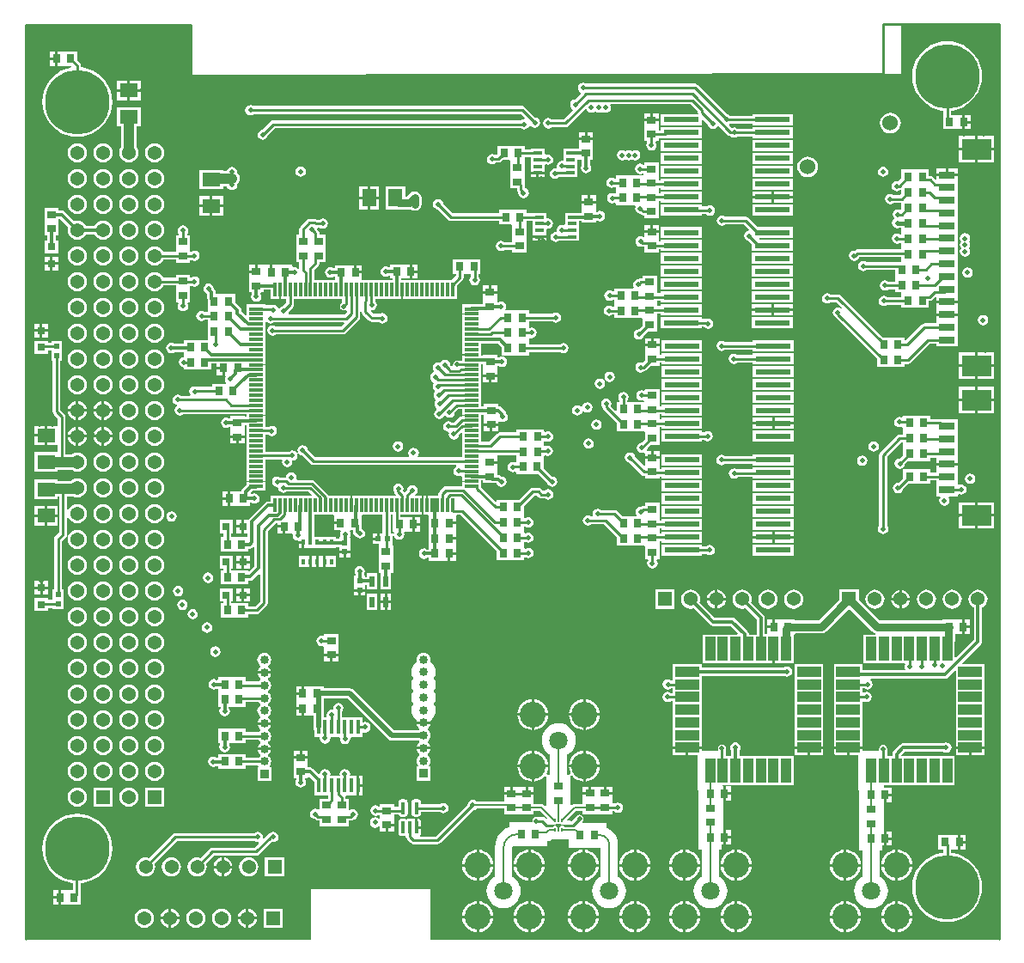
<source format=gtl>
G04*
G04 #@! TF.GenerationSoftware,Altium Limited,Altium Designer,21.8.1 (53)*
G04*
G04 Layer_Physical_Order=1*
G04 Layer_Color=255*
%FSLAX25Y25*%
%MOIN*%
G70*
G04*
G04 #@! TF.SameCoordinates,1DA8EEA3-8410-44CE-929F-920E368E6BCF*
G04*
G04*
G04 #@! TF.FilePolarity,Positive*
G04*
G01*
G75*
%ADD11C,0.00600*%
%ADD16C,0.01000*%
%ADD17C,0.01500*%
%ADD19C,0.00800*%
G04:AMPARAMS|DCode=23|XSize=46.85mil|YSize=15.75mil|CornerRadius=1.97mil|HoleSize=0mil|Usage=FLASHONLY|Rotation=90.000|XOffset=0mil|YOffset=0mil|HoleType=Round|Shape=RoundedRectangle|*
%AMROUNDEDRECTD23*
21,1,0.04685,0.01181,0,0,90.0*
21,1,0.04291,0.01575,0,0,90.0*
1,1,0.00394,0.00591,0.02146*
1,1,0.00394,0.00591,-0.02146*
1,1,0.00394,-0.00591,-0.02146*
1,1,0.00394,-0.00591,0.02146*
%
%ADD23ROUNDEDRECTD23*%
%ADD24R,0.03543X0.03150*%
%ADD25R,0.13780X0.02362*%
%ADD26R,0.03150X0.03150*%
%ADD27R,0.11811X0.08268*%
%ADD28R,0.06299X0.03150*%
%ADD29R,0.03150X0.03543*%
%ADD30R,0.02165X0.02165*%
%ADD31R,0.03150X0.03150*%
%ADD32R,0.02000X0.04200*%
%ADD33R,0.03543X0.01181*%
G04:AMPARAMS|DCode=34|XSize=90.55mil|YSize=39.37mil|CornerRadius=0mil|HoleSize=0mil|Usage=FLASHONLY|Rotation=90.000|XOffset=0mil|YOffset=0mil|HoleType=Round|Shape=RoundedRectangle|*
%AMROUNDEDRECTD34*
21,1,0.09055,0.03937,0,0,90.0*
21,1,0.09055,0.03937,0,0,90.0*
1,1,0.00000,0.01968,0.04528*
1,1,0.00000,0.01968,-0.04528*
1,1,0.00000,-0.01968,-0.04528*
1,1,0.00000,-0.01968,0.04528*
%
%ADD34ROUNDEDRECTD34*%
G04:AMPARAMS|DCode=35|XSize=90.55mil|YSize=39.37mil|CornerRadius=0mil|HoleSize=0mil|Usage=FLASHONLY|Rotation=0.000|XOffset=0mil|YOffset=0mil|HoleType=Round|Shape=RoundedRectangle|*
%AMROUNDEDRECTD35*
21,1,0.09055,0.03937,0,0,0.0*
21,1,0.09055,0.03937,0,0,0.0*
1,1,0.00000,0.04528,-0.01968*
1,1,0.00000,-0.04528,-0.01968*
1,1,0.00000,-0.04528,0.01968*
1,1,0.00000,0.04528,0.01968*
%
%ADD35ROUNDEDRECTD35*%
%ADD36R,0.00591X0.01299*%
%ADD37R,0.02165X0.02165*%
%ADD38R,0.01200X0.02400*%
%ADD39R,0.05315X0.01378*%
%ADD40R,0.01378X0.05315*%
%ADD41R,0.07087X0.05512*%
%ADD42R,0.05512X0.07087*%
%ADD43R,0.01378X0.05512*%
%ADD65C,0.07087*%
%ADD71C,0.00700*%
%ADD72R,0.00394X0.00394*%
%ADD73C,0.01181*%
%ADD74C,0.03000*%
%ADD75C,0.04000*%
%ADD76C,0.02000*%
%ADD77C,0.03347*%
%ADD78C,0.05394*%
%ADD79R,0.05394X0.05394*%
%ADD80C,0.10039*%
%ADD81C,0.06000*%
%ADD82R,0.03347X0.03347*%
%ADD83R,0.05394X0.05394*%
%ADD84C,0.25000*%
%ADD85C,0.01968*%
G36*
X377559Y59055D02*
X377559Y0D01*
X157480D01*
Y19685D01*
X110236D01*
Y0D01*
X0D01*
Y354724D01*
X63976D01*
Y335039D01*
X339567Y335630D01*
Y355000D01*
X377559Y355000D01*
X377559Y59055D01*
D02*
G37*
%LPC*%
G36*
X11508Y344307D02*
X9433D01*
Y342035D01*
X11508D01*
Y344307D01*
D02*
G37*
G36*
Y341035D02*
X9433D01*
Y338764D01*
X11508D01*
Y341035D01*
D02*
G37*
G36*
X44543Y332874D02*
X40500D01*
Y329618D01*
X44543D01*
Y332874D01*
D02*
G37*
G36*
X39500D02*
X35457D01*
Y329618D01*
X39500D01*
Y332874D01*
D02*
G37*
G36*
X44543Y328618D02*
X40500D01*
Y325362D01*
X44543D01*
Y328618D01*
D02*
G37*
G36*
X39500D02*
X35457D01*
Y325362D01*
X39500D01*
Y328618D01*
D02*
G37*
G36*
X245602Y320215D02*
X243331D01*
Y318140D01*
X245602D01*
Y320215D01*
D02*
G37*
G36*
X242331D02*
X240059D01*
Y318140D01*
X242331D01*
Y320215D01*
D02*
G37*
G36*
X364476Y319701D02*
Y317429D01*
X366551D01*
Y319701D01*
X364476D01*
D02*
G37*
G36*
X216240Y332240D02*
X215466Y332086D01*
X214810Y331647D01*
X214371Y330991D01*
X214217Y330217D01*
X214371Y329442D01*
X214810Y328786D01*
X215165Y328548D01*
X215244Y327921D01*
X213069Y325745D01*
X212469Y325626D01*
X211813Y325187D01*
X211374Y324531D01*
X211220Y323757D01*
X211374Y322982D01*
X211813Y322326D01*
X212198Y322068D01*
X212289Y321452D01*
X208804Y317966D01*
X204137D01*
X203628Y318306D01*
X202854Y318460D01*
X202080Y318306D01*
X201424Y317868D01*
X200985Y317211D01*
X200831Y316437D01*
X200985Y315663D01*
X201424Y315006D01*
X202080Y314568D01*
X202854Y314414D01*
X203628Y314568D01*
X204137Y314908D01*
X209437D01*
X210022Y315024D01*
X210518Y315356D01*
X217133Y321970D01*
X217611Y321825D01*
X217631Y321726D01*
X218069Y321069D01*
X218726Y320631D01*
X219500Y320477D01*
X220274Y320631D01*
X220611Y320856D01*
X221000Y321037D01*
X221389Y320856D01*
X221726Y320631D01*
X222500Y320477D01*
X223274Y320631D01*
X223750Y320949D01*
X224226Y320631D01*
X225000Y320477D01*
X225774Y320631D01*
X226431Y321069D01*
X226869Y321726D01*
X227023Y322500D01*
X226869Y323274D01*
X226835Y323325D01*
X227071Y323766D01*
X257929D01*
X260852Y320843D01*
Y320545D01*
X260881Y320400D01*
X260564Y320013D01*
X246488D01*
Y315651D01*
X262267D01*
Y317843D01*
X262729Y318035D01*
X264672Y316092D01*
X264791Y315492D01*
X265230Y314836D01*
X265886Y314397D01*
X266660Y314243D01*
X267434Y314397D01*
X268091Y314836D01*
X268348Y315222D01*
X268965Y315313D01*
X272327Y311950D01*
X272823Y311619D01*
X273383Y311507D01*
X273454Y311401D01*
X274110Y310963D01*
X274885Y310809D01*
X275659Y310963D01*
X276167Y311303D01*
X281921D01*
Y310651D01*
X297700D01*
Y315013D01*
X281921D01*
Y314361D01*
X276167D01*
X275659Y314701D01*
X274885Y314855D01*
X274110Y314701D01*
X273985Y314617D01*
X273046Y315556D01*
X273137Y316173D01*
X273332Y316303D01*
X281921D01*
Y315651D01*
X297700D01*
Y320013D01*
X281921D01*
Y319361D01*
X273418D01*
X272867Y319730D01*
X272267Y319849D01*
X260720Y331396D01*
X260224Y331728D01*
X259638Y331844D01*
X217375D01*
X217014Y332086D01*
X216240Y332240D01*
D02*
G37*
G36*
X87205Y323480D02*
X86431Y323326D01*
X85774Y322887D01*
X85336Y322231D01*
X85182Y321457D01*
X85336Y320683D01*
X85774Y320026D01*
X86431Y319588D01*
X87205Y319434D01*
X87979Y319588D01*
X88635Y320026D01*
X88651Y320049D01*
X192083D01*
X193602Y318531D01*
X193397Y318117D01*
X193361Y318064D01*
X192598Y317912D01*
X192090Y317573D01*
X96046D01*
X95460Y317456D01*
X94964Y317125D01*
X91812Y313973D01*
X91212Y313853D01*
X90556Y313415D01*
X90117Y312758D01*
X89963Y311984D01*
X90117Y311210D01*
X90556Y310554D01*
X91212Y310115D01*
X91987Y309961D01*
X92761Y310115D01*
X93417Y310554D01*
X93856Y311210D01*
X93975Y311810D01*
X96679Y314514D01*
X192090D01*
X192598Y314174D01*
X193373Y314020D01*
X194147Y314174D01*
X194803Y314613D01*
X195242Y315269D01*
X195313Y315628D01*
X195844Y315734D01*
X196132Y315302D01*
X196789Y314863D01*
X197563Y314709D01*
X198337Y314863D01*
X198994Y315302D01*
X199432Y315958D01*
X199586Y316732D01*
X199432Y317507D01*
X198994Y318163D01*
X198337Y318601D01*
X197737Y318721D01*
X193798Y322660D01*
X193302Y322992D01*
X192717Y323108D01*
X88305D01*
X87979Y323326D01*
X87205Y323480D01*
D02*
G37*
G36*
X366551Y316429D02*
X364476D01*
Y314158D01*
X366551D01*
Y316429D01*
D02*
G37*
G36*
X357559Y348266D02*
X355441Y348099D01*
X353374Y347603D01*
X351411Y346790D01*
X349599Y345680D01*
X347984Y344300D01*
X346604Y342684D01*
X345493Y340872D01*
X344680Y338909D01*
X344184Y336843D01*
X344017Y334724D01*
X344184Y332606D01*
X344680Y330540D01*
X345493Y328577D01*
X346604Y326765D01*
X347984Y325149D01*
X349599Y323769D01*
X351411Y322659D01*
X353374Y321845D01*
X355441Y321349D01*
X356030Y321303D01*
Y319701D01*
X355890D01*
Y314158D01*
X360902D01*
X361039Y314158D01*
X361402D01*
X361539Y314158D01*
X363476D01*
Y316929D01*
Y319701D01*
X361539D01*
X361402Y319701D01*
X361039D01*
X360902Y319701D01*
X359088D01*
Y321303D01*
X359677Y321349D01*
X361744Y321845D01*
X363707Y322659D01*
X365519Y323769D01*
X367134Y325149D01*
X368515Y326765D01*
X369625Y328577D01*
X370438Y330540D01*
X370934Y332606D01*
X371101Y334724D01*
X370934Y336843D01*
X370438Y338909D01*
X369625Y340872D01*
X368515Y342684D01*
X367134Y344300D01*
X365519Y345680D01*
X363707Y346790D01*
X361744Y347603D01*
X359677Y348099D01*
X357559Y348266D01*
D02*
G37*
G36*
X335500Y320534D02*
X334456Y320397D01*
X333483Y319994D01*
X332647Y319353D01*
X332006Y318517D01*
X331603Y317544D01*
X331466Y316500D01*
X331603Y315456D01*
X332006Y314483D01*
X332647Y313647D01*
X333483Y313006D01*
X334456Y312603D01*
X335500Y312466D01*
X336544Y312603D01*
X337517Y313006D01*
X338353Y313647D01*
X338994Y314483D01*
X339397Y315456D01*
X339534Y316500D01*
X339397Y317544D01*
X338994Y318517D01*
X338353Y319353D01*
X337517Y319994D01*
X336544Y320397D01*
X335500Y320534D01*
D02*
G37*
G36*
X14945Y344307D02*
X14583D01*
X14445Y344307D01*
X12508D01*
Y341535D01*
Y338764D01*
X14445D01*
X14583Y338764D01*
X14945D01*
X15083Y338764D01*
X17600D01*
X17733Y338578D01*
X17522Y338013D01*
X15815Y337603D01*
X13852Y336790D01*
X12040Y335680D01*
X10424Y334300D01*
X9044Y332684D01*
X7934Y330872D01*
X7121Y328909D01*
X6625Y326843D01*
X6458Y324724D01*
X6625Y322606D01*
X7121Y320540D01*
X7934Y318577D01*
X9044Y316765D01*
X10424Y315149D01*
X12040Y313769D01*
X13852Y312659D01*
X15815Y311845D01*
X17882Y311349D01*
X20000Y311183D01*
X22118Y311349D01*
X24185Y311845D01*
X26148Y312659D01*
X27960Y313769D01*
X29575Y315149D01*
X30955Y316765D01*
X32066Y318577D01*
X32879Y320540D01*
X33375Y322606D01*
X33542Y324724D01*
X33375Y326843D01*
X32879Y328909D01*
X32066Y330872D01*
X30955Y332684D01*
X29575Y334300D01*
X27960Y335680D01*
X26148Y336790D01*
X24185Y337603D01*
X22118Y338099D01*
X21529Y338146D01*
Y338858D01*
X21413Y339443D01*
X21081Y339940D01*
X20095Y340927D01*
Y344307D01*
X15083D01*
X14945Y344307D01*
D02*
G37*
G36*
X220193Y312909D02*
X217921D01*
Y310835D01*
X220193D01*
Y312909D01*
D02*
G37*
G36*
X216921D02*
X214650D01*
Y310835D01*
X216921D01*
Y312909D01*
D02*
G37*
G36*
X375839Y311547D02*
X369433D01*
Y306913D01*
X375839D01*
Y311547D01*
D02*
G37*
G36*
X368433D02*
X362028D01*
Y306913D01*
X368433D01*
Y311547D01*
D02*
G37*
G36*
X245602Y317140D02*
X242831D01*
X240059D01*
Y315203D01*
X240059Y315065D01*
Y314703D01*
X240059Y314565D01*
Y309553D01*
X240994D01*
X241184Y309053D01*
X240931Y308674D01*
X240777Y307900D01*
X240931Y307126D01*
X241369Y306469D01*
X242026Y306031D01*
X242800Y305877D01*
X243574Y306031D01*
X244231Y306469D01*
X244669Y307126D01*
X244823Y307900D01*
X244669Y308674D01*
X244416Y309053D01*
X244606Y309553D01*
X245602D01*
Y310599D01*
X247965D01*
X248227Y310651D01*
X262267D01*
Y315013D01*
X246488D01*
Y313657D01*
X245602D01*
Y314565D01*
X245603Y314703D01*
Y315065D01*
X245602Y315203D01*
Y317140D01*
D02*
G37*
G36*
X297700Y310013D02*
X281921D01*
Y305651D01*
X297700D01*
Y310013D01*
D02*
G37*
G36*
X262267D02*
X246488D01*
Y305651D01*
X262267D01*
Y310013D01*
D02*
G37*
G36*
X236500Y306023D02*
X235726Y305869D01*
X235250Y305551D01*
X234774Y305869D01*
X234000Y306023D01*
X233226Y305869D01*
X232750Y305551D01*
X232274Y305869D01*
X231500Y306023D01*
X230726Y305869D01*
X230069Y305431D01*
X229631Y304774D01*
X229477Y304000D01*
X229631Y303226D01*
X230069Y302569D01*
X230726Y302131D01*
X231500Y301977D01*
X232274Y302131D01*
X232750Y302449D01*
X233226Y302131D01*
X234000Y301977D01*
X234774Y302131D01*
X235250Y302449D01*
X235726Y302131D01*
X236500Y301977D01*
X237274Y302131D01*
X237931Y302569D01*
X238369Y303226D01*
X238523Y304000D01*
X238369Y304774D01*
X237931Y305431D01*
X237274Y305869D01*
X236500Y306023D01*
D02*
G37*
G36*
X188567Y307693D02*
X188205D01*
X188067Y307693D01*
X183055D01*
Y304509D01*
X182761Y304215D01*
X182005D01*
X181774Y304369D01*
X181000Y304523D01*
X180226Y304369D01*
X179569Y303931D01*
X179131Y303274D01*
X178977Y302500D01*
X179131Y301726D01*
X179569Y301069D01*
X180226Y300631D01*
X181000Y300477D01*
X181774Y300631D01*
X182431Y301069D01*
X182488Y301156D01*
X183394D01*
X183979Y301272D01*
X184475Y301604D01*
X185021Y302150D01*
X187742D01*
X188075Y301787D01*
X188075Y301650D01*
Y296776D01*
X188075Y296638D01*
Y296276D01*
X188075Y296138D01*
Y291126D01*
X190589D01*
Y290744D01*
X190705Y290159D01*
X191037Y289663D01*
X191197Y289502D01*
X191177Y289400D01*
X191331Y288626D01*
X191769Y287969D01*
X192426Y287531D01*
X193200Y287377D01*
X193974Y287531D01*
X194631Y287969D01*
X195069Y288626D01*
X195223Y289400D01*
X195069Y290174D01*
X194631Y290831D01*
X193974Y291269D01*
X193702Y291323D01*
X193648Y291377D01*
Y292626D01*
X193618Y292774D01*
Y296138D01*
X193618Y296276D01*
Y296638D01*
X193618Y296776D01*
Y301787D01*
X193618Y301787D01*
X193717Y302150D01*
X193717Y302150D01*
X193717Y302247D01*
Y303352D01*
X195917D01*
Y300732D01*
Y298173D01*
Y297705D01*
X201461D01*
Y300196D01*
X201961Y300463D01*
X201975Y300454D01*
X202749Y300300D01*
X203524Y300454D01*
X204180Y300892D01*
X204619Y301549D01*
X204772Y302323D01*
X204619Y303097D01*
X204180Y303753D01*
X203524Y304192D01*
X202749Y304346D01*
X201975Y304192D01*
X201961Y304182D01*
X201461Y304450D01*
Y306472D01*
X195917D01*
Y306411D01*
X193717D01*
Y307693D01*
X188705D01*
X188567Y307693D01*
D02*
G37*
G36*
X375839Y305913D02*
X369433D01*
Y301279D01*
X375839D01*
Y305913D01*
D02*
G37*
G36*
X368433D02*
X362028D01*
Y301279D01*
X368433D01*
Y305913D01*
D02*
G37*
G36*
X50000Y308729D02*
X49035Y308602D01*
X48136Y308229D01*
X47363Y307637D01*
X46771Y306864D01*
X46398Y305965D01*
X46271Y305000D01*
X46398Y304035D01*
X46771Y303136D01*
X47363Y302363D01*
X48136Y301771D01*
X49035Y301398D01*
X50000Y301271D01*
X50965Y301398D01*
X51864Y301771D01*
X52637Y302363D01*
X53229Y303136D01*
X53602Y304035D01*
X53729Y305000D01*
X53602Y305965D01*
X53229Y306864D01*
X52637Y307637D01*
X51864Y308229D01*
X50965Y308602D01*
X50000Y308729D01*
D02*
G37*
G36*
X44543Y322638D02*
X35457D01*
Y315126D01*
X36974D01*
Y307129D01*
X36771Y306864D01*
X36398Y305965D01*
X36271Y305000D01*
X36398Y304035D01*
X36771Y303136D01*
X37363Y302363D01*
X38136Y301771D01*
X39035Y301398D01*
X40000Y301271D01*
X40965Y301398D01*
X41864Y301771D01*
X42637Y302363D01*
X43229Y303136D01*
X43602Y304035D01*
X43729Y305000D01*
X43602Y305965D01*
X43229Y306864D01*
X43026Y307129D01*
Y315126D01*
X44543D01*
Y322638D01*
D02*
G37*
G36*
X30000Y308729D02*
X29035Y308602D01*
X28136Y308229D01*
X27363Y307637D01*
X26771Y306864D01*
X26398Y305965D01*
X26271Y305000D01*
X26398Y304035D01*
X26771Y303136D01*
X27363Y302363D01*
X28136Y301771D01*
X29035Y301398D01*
X30000Y301271D01*
X30965Y301398D01*
X31864Y301771D01*
X32637Y302363D01*
X33229Y303136D01*
X33602Y304035D01*
X33729Y305000D01*
X33602Y305965D01*
X33229Y306864D01*
X32637Y307637D01*
X31864Y308229D01*
X30965Y308602D01*
X30000Y308729D01*
D02*
G37*
G36*
X20000D02*
X19035Y308602D01*
X18136Y308229D01*
X17363Y307637D01*
X16771Y306864D01*
X16398Y305965D01*
X16271Y305000D01*
X16398Y304035D01*
X16771Y303136D01*
X17363Y302363D01*
X18136Y301771D01*
X19035Y301398D01*
X20000Y301271D01*
X20965Y301398D01*
X21864Y301771D01*
X22637Y302363D01*
X23229Y303136D01*
X23602Y304035D01*
X23729Y305000D01*
X23602Y305965D01*
X23229Y306864D01*
X22637Y307637D01*
X21864Y308229D01*
X20965Y308602D01*
X20000Y308729D01*
D02*
G37*
G36*
X297700Y305013D02*
X281921D01*
Y300651D01*
X297700D01*
Y305013D01*
D02*
G37*
G36*
X262267D02*
X246488D01*
Y300651D01*
X262267D01*
Y305013D01*
D02*
G37*
G36*
X245602Y301317D02*
X240059D01*
Y300626D01*
X239559Y300393D01*
X239232Y300611D01*
X238458Y300765D01*
X237684Y300611D01*
X237027Y300173D01*
X236589Y299516D01*
X236435Y298742D01*
X236589Y297968D01*
X237027Y297312D01*
X237684Y296873D01*
X238458Y296719D01*
X239232Y296873D01*
X239379Y296971D01*
X239881Y296741D01*
X239898Y296608D01*
X239798Y296458D01*
X239519Y296183D01*
X234705D01*
X234567Y296183D01*
X234205D01*
X234067Y296183D01*
X229055D01*
Y295145D01*
X228555Y294995D01*
X228136Y295275D01*
X227362Y295429D01*
X226588Y295275D01*
X225932Y294836D01*
X225493Y294180D01*
X225339Y293406D01*
X225493Y292631D01*
X225932Y291975D01*
X226588Y291536D01*
X227362Y291382D01*
X228136Y291536D01*
X228555Y291816D01*
X229055Y291652D01*
Y290778D01*
X229055Y290278D01*
X229055Y290140D01*
Y289266D01*
X228555Y289102D01*
X228370Y289225D01*
X227596Y289379D01*
X226822Y289225D01*
X226165Y288787D01*
X225727Y288130D01*
X225573Y287356D01*
X225727Y286582D01*
X226165Y285926D01*
X226822Y285487D01*
X227596Y285333D01*
X228370Y285487D01*
X228555Y285611D01*
X229055Y285344D01*
Y284734D01*
X234067D01*
X234205Y284734D01*
X234567D01*
X234705Y284734D01*
X236471D01*
X236738Y284234D01*
X236631Y284074D01*
X236477Y283300D01*
X236631Y282526D01*
X237069Y281869D01*
X237726Y281431D01*
X238326Y281312D01*
X238512Y281125D01*
X239008Y280794D01*
X239593Y280677D01*
X240059D01*
Y279632D01*
X245602D01*
Y284782D01*
X245603D01*
Y285144D01*
X245602D01*
Y286303D01*
X246488D01*
Y285651D01*
X262267D01*
Y290013D01*
X246488D01*
Y289361D01*
X245602D01*
Y290156D01*
X245603Y290293D01*
Y290656D01*
X245602Y290793D01*
Y291303D01*
X246488D01*
Y290651D01*
X262267D01*
Y295013D01*
X246488D01*
Y294361D01*
X245602D01*
Y295667D01*
X245603Y295805D01*
Y296167D01*
X245602Y296305D01*
Y301317D01*
D02*
G37*
G36*
X80000Y299523D02*
X79226Y299369D01*
X78569Y298931D01*
X78131Y298274D01*
X78082Y298026D01*
X76543D01*
Y298374D01*
X67457D01*
Y290862D01*
X76543D01*
Y291974D01*
X78082D01*
X78131Y291726D01*
X78569Y291069D01*
X79226Y290631D01*
X80000Y290477D01*
X80774Y290631D01*
X81431Y291069D01*
X81869Y291726D01*
X82023Y292500D01*
X81976Y292735D01*
X82140Y292860D01*
X82621Y293487D01*
X82923Y294217D01*
X83026Y295000D01*
X82923Y295783D01*
X82621Y296513D01*
X82140Y297140D01*
X81976Y297265D01*
X82023Y297500D01*
X81869Y298274D01*
X81431Y298931D01*
X80774Y299369D01*
X80000Y299523D01*
D02*
G37*
G36*
X220193Y309835D02*
X217421D01*
X214650D01*
Y307898D01*
X214650Y307760D01*
Y307398D01*
X214650Y307260D01*
Y306504D01*
X211405D01*
X211249Y306472D01*
X208634D01*
Y302111D01*
X208247Y301794D01*
X208100Y301823D01*
X207326Y301669D01*
X206669Y301231D01*
X206231Y300574D01*
X206077Y299800D01*
X206184Y299263D01*
X205816Y298837D01*
X205799Y298830D01*
X205341Y298921D01*
X204566Y298767D01*
X203910Y298328D01*
X203471Y297672D01*
X203317Y296898D01*
X203471Y296123D01*
X203910Y295467D01*
X204566Y295028D01*
X205341Y294875D01*
X206115Y295028D01*
X206771Y295467D01*
X206910Y295675D01*
X208634D01*
Y295614D01*
X214177D01*
Y298173D01*
Y302182D01*
X214650Y302248D01*
Y302248D01*
X215799D01*
Y300160D01*
X215552Y299790D01*
X215398Y299016D01*
X215552Y298241D01*
X215991Y297585D01*
X216647Y297147D01*
X217421Y296993D01*
X218196Y297147D01*
X218852Y297585D01*
X219290Y298241D01*
X219444Y299016D01*
X219290Y299790D01*
X219043Y300160D01*
Y302248D01*
X220193D01*
Y307260D01*
X220193Y307398D01*
Y307760D01*
X220193Y307898D01*
Y309835D01*
D02*
G37*
G36*
X361665Y298949D02*
X358016D01*
Y296874D01*
X361665D01*
Y298949D01*
D02*
G37*
G36*
X357016D02*
X353366D01*
Y296874D01*
X357016D01*
Y298949D01*
D02*
G37*
G36*
X106693Y299716D02*
X105919Y299562D01*
X105262Y299124D01*
X104824Y298467D01*
X104670Y297693D01*
X104824Y296919D01*
X105262Y296262D01*
X105919Y295824D01*
X106693Y295670D01*
X107467Y295824D01*
X108124Y296262D01*
X108562Y296919D01*
X108716Y297693D01*
X108562Y298467D01*
X108124Y299124D01*
X107467Y299562D01*
X106693Y299716D01*
D02*
G37*
G36*
X297700Y300013D02*
X281921D01*
Y295651D01*
X297700D01*
Y300013D01*
D02*
G37*
G36*
X262267D02*
X246488D01*
Y295651D01*
X262267D01*
Y300013D01*
D02*
G37*
G36*
X332677Y299661D02*
X331903Y299507D01*
X331247Y299068D01*
X330808Y298412D01*
X330654Y297638D01*
X330808Y296864D01*
X331247Y296207D01*
X331903Y295769D01*
X332677Y295615D01*
X333451Y295769D01*
X334108Y296207D01*
X334546Y296864D01*
X334700Y297638D01*
X334546Y298412D01*
X334108Y299068D01*
X333451Y299507D01*
X332677Y299661D01*
D02*
G37*
G36*
X201461Y296705D02*
X199189D01*
Y295614D01*
X201461D01*
Y296705D01*
D02*
G37*
G36*
X198189D02*
X195917D01*
Y295614D01*
X198189D01*
Y296705D01*
D02*
G37*
G36*
X303400Y303535D02*
X302356Y303397D01*
X301383Y302994D01*
X300547Y302353D01*
X299906Y301517D01*
X299503Y300544D01*
X299365Y299500D01*
X299503Y298456D01*
X299906Y297483D01*
X300547Y296647D01*
X301383Y296006D01*
X302356Y295603D01*
X303400Y295465D01*
X304444Y295603D01*
X305417Y296006D01*
X306253Y296647D01*
X306894Y297483D01*
X307297Y298456D01*
X307435Y299500D01*
X307297Y300544D01*
X306894Y301517D01*
X306253Y302353D01*
X305417Y302994D01*
X304444Y303397D01*
X303400Y303535D01*
D02*
G37*
G36*
X345374Y298488D02*
X345012D01*
X344874Y298488D01*
X339862D01*
Y295108D01*
X338649Y293894D01*
X338000Y294023D01*
X337226Y293869D01*
X336569Y293431D01*
X336131Y292774D01*
X335977Y292000D01*
X336131Y291226D01*
X336569Y290569D01*
X337226Y290131D01*
X338000Y289977D01*
X338774Y290131D01*
X339362Y290524D01*
X339597Y290458D01*
X339862Y290272D01*
Y289108D01*
X339284Y288529D01*
X336806D01*
X336276Y288884D01*
X335501Y289038D01*
X334727Y288884D01*
X334071Y288445D01*
X333632Y287789D01*
X333478Y287015D01*
X333632Y286240D01*
X334071Y285584D01*
X334727Y285145D01*
X335501Y284991D01*
X336276Y285145D01*
X336762Y285471D01*
X339862D01*
Y283108D01*
X339484Y282729D01*
X339274Y282869D01*
X338500Y283023D01*
X337726Y282869D01*
X337069Y282431D01*
X336631Y281774D01*
X336477Y281000D01*
X336631Y280226D01*
X337069Y279570D01*
Y279337D01*
X336786Y279147D01*
X336347Y278491D01*
X336193Y277716D01*
X336347Y276942D01*
X336786Y276286D01*
X337442Y275847D01*
X338216Y275693D01*
X338991Y275847D01*
X339118Y275932D01*
X339862D01*
Y274988D01*
X339862Y274945D01*
Y274488D01*
X339862Y274445D01*
Y273485D01*
X339362Y273315D01*
X338958Y273586D01*
X338183Y273740D01*
X337409Y273586D01*
X336753Y273147D01*
X336314Y272491D01*
X336160Y271716D01*
X336314Y270942D01*
X336753Y270286D01*
X337409Y269847D01*
X338183Y269693D01*
X338958Y269847D01*
X339362Y270118D01*
X339862Y269949D01*
Y268988D01*
X339862Y268945D01*
X339862Y268488D01*
X339862Y268445D01*
Y267529D01*
X322750D01*
X322165Y267413D01*
X321669Y267081D01*
X321602Y267015D01*
X321500Y267035D01*
X320726Y266881D01*
X320069Y266442D01*
X319631Y265786D01*
X319477Y265012D01*
X319631Y264238D01*
X320069Y263581D01*
X320726Y263143D01*
X321500Y262989D01*
X322274Y263143D01*
X322931Y263581D01*
X323369Y264238D01*
X323415Y264471D01*
X339862D01*
Y262988D01*
X339862Y262945D01*
X339758Y262488D01*
X339010D01*
X338862Y262518D01*
X326300D01*
X325774Y262869D01*
X325000Y263023D01*
X324226Y262869D01*
X323569Y262431D01*
X323131Y261774D01*
X322977Y261000D01*
X323131Y260226D01*
X323569Y259569D01*
X324226Y259131D01*
X325000Y258977D01*
X325774Y259131D01*
X326265Y259459D01*
X337362D01*
Y256988D01*
X337362Y256945D01*
Y256488D01*
X337362Y256445D01*
Y255029D01*
X334783D01*
X334274Y255369D01*
X333500Y255523D01*
X332726Y255369D01*
X332069Y254931D01*
X331631Y254274D01*
X331477Y253500D01*
X331631Y252726D01*
X332069Y252069D01*
X332726Y251631D01*
X333500Y251477D01*
X334274Y251631D01*
X334783Y251971D01*
X337362D01*
Y250945D01*
X339758D01*
X339862Y250488D01*
X339862Y250445D01*
Y249029D01*
X334283D01*
X333774Y249369D01*
X333000Y249523D01*
X332226Y249369D01*
X331569Y248931D01*
X331131Y248274D01*
X330977Y247500D01*
X331131Y246726D01*
X331569Y246069D01*
X332226Y245631D01*
X333000Y245477D01*
X333774Y245631D01*
X334283Y245971D01*
X339862D01*
Y244945D01*
X344874D01*
X345012Y244945D01*
X345374D01*
X345512Y244945D01*
X350524D01*
Y247459D01*
X350760D01*
X351345Y247575D01*
X351841Y247907D01*
X352904Y248970D01*
X353366Y248778D01*
Y247661D01*
X357516D01*
X361665D01*
Y249508D01*
Y254429D01*
Y259350D01*
Y264272D01*
Y269193D01*
Y274114D01*
Y279035D01*
Y283957D01*
Y288878D01*
Y293799D01*
Y295874D01*
X357516D01*
X353366D01*
Y294824D01*
X352904Y294633D01*
X351967Y295570D01*
X351471Y295901D01*
X350886Y296018D01*
X350524D01*
Y298488D01*
X345512D01*
X345374Y298488D01*
D02*
G37*
G36*
X50000Y298729D02*
X49035Y298602D01*
X48136Y298229D01*
X47363Y297637D01*
X46771Y296864D01*
X46398Y295965D01*
X46271Y295000D01*
X46398Y294035D01*
X46771Y293136D01*
X47363Y292363D01*
X48136Y291771D01*
X49035Y291398D01*
X50000Y291271D01*
X50965Y291398D01*
X51864Y291771D01*
X52637Y292363D01*
X53229Y293136D01*
X53602Y294035D01*
X53729Y295000D01*
X53602Y295965D01*
X53229Y296864D01*
X52637Y297637D01*
X51864Y298229D01*
X50965Y298602D01*
X50000Y298729D01*
D02*
G37*
G36*
X40000D02*
X39035Y298602D01*
X38136Y298229D01*
X37363Y297637D01*
X36771Y296864D01*
X36398Y295965D01*
X36271Y295000D01*
X36398Y294035D01*
X36771Y293136D01*
X37363Y292363D01*
X38136Y291771D01*
X39035Y291398D01*
X40000Y291271D01*
X40965Y291398D01*
X41864Y291771D01*
X42637Y292363D01*
X43229Y293136D01*
X43602Y294035D01*
X43729Y295000D01*
X43602Y295965D01*
X43229Y296864D01*
X42637Y297637D01*
X41864Y298229D01*
X40965Y298602D01*
X40000Y298729D01*
D02*
G37*
G36*
X30000D02*
X29035Y298602D01*
X28136Y298229D01*
X27363Y297637D01*
X26771Y296864D01*
X26398Y295965D01*
X26271Y295000D01*
X26398Y294035D01*
X26771Y293136D01*
X27363Y292363D01*
X28136Y291771D01*
X29035Y291398D01*
X30000Y291271D01*
X30965Y291398D01*
X31864Y291771D01*
X32637Y292363D01*
X33229Y293136D01*
X33602Y294035D01*
X33729Y295000D01*
X33602Y295965D01*
X33229Y296864D01*
X32637Y297637D01*
X31864Y298229D01*
X30965Y298602D01*
X30000Y298729D01*
D02*
G37*
G36*
X20000D02*
X19035Y298602D01*
X18136Y298229D01*
X17363Y297637D01*
X16771Y296864D01*
X16398Y295965D01*
X16271Y295000D01*
X16398Y294035D01*
X16771Y293136D01*
X17363Y292363D01*
X18136Y291771D01*
X19035Y291398D01*
X20000Y291271D01*
X20965Y291398D01*
X21864Y291771D01*
X22637Y292363D01*
X23229Y293136D01*
X23602Y294035D01*
X23729Y295000D01*
X23602Y295965D01*
X23229Y296864D01*
X22637Y297637D01*
X21864Y298229D01*
X20965Y298602D01*
X20000Y298729D01*
D02*
G37*
G36*
X297700Y295013D02*
X281921D01*
Y290651D01*
X297700D01*
Y295013D01*
D02*
G37*
G36*
Y290013D02*
X290310D01*
Y288332D01*
X297700D01*
Y290013D01*
D02*
G37*
G36*
X289310D02*
X281921D01*
Y288332D01*
X289310D01*
Y290013D01*
D02*
G37*
G36*
X137020Y292043D02*
X133764D01*
Y288000D01*
X137020D01*
Y292043D01*
D02*
G37*
G36*
X132764D02*
X129508D01*
Y288000D01*
X132764D01*
Y292043D01*
D02*
G37*
G36*
X221276Y288500D02*
X219004D01*
Y286425D01*
X221276D01*
Y288500D01*
D02*
G37*
G36*
X218004D02*
X215732D01*
Y286425D01*
X218004D01*
Y288500D01*
D02*
G37*
G36*
X297700Y287332D02*
X290310D01*
Y285651D01*
X297700D01*
Y287332D01*
D02*
G37*
G36*
X289310D02*
X281921D01*
Y285651D01*
X289310D01*
Y287332D01*
D02*
G37*
G36*
X76543Y288138D02*
X72500D01*
Y284882D01*
X76543D01*
Y288138D01*
D02*
G37*
G36*
X71500D02*
X67457D01*
Y284882D01*
X71500D01*
Y288138D01*
D02*
G37*
G36*
X137020Y287000D02*
X133764D01*
Y282957D01*
X137020D01*
Y287000D01*
D02*
G37*
G36*
X132764D02*
X129508D01*
Y282957D01*
X132764D01*
Y287000D01*
D02*
G37*
G36*
X147256Y292043D02*
X139744D01*
Y282957D01*
X144720D01*
X144756Y282950D01*
X148999D01*
X149438Y283037D01*
X150024Y282645D01*
X151000Y282451D01*
X151976Y282645D01*
X152802Y283198D01*
X153355Y284025D01*
X153549Y285000D01*
Y287500D01*
X153355Y288475D01*
X152802Y289302D01*
X151976Y289855D01*
X151000Y290049D01*
X150024Y289855D01*
X149198Y289302D01*
X147943Y288048D01*
X147256D01*
Y292043D01*
D02*
G37*
G36*
X50000Y288729D02*
X49035Y288602D01*
X48136Y288229D01*
X47363Y287637D01*
X46771Y286864D01*
X46398Y285965D01*
X46271Y285000D01*
X46398Y284035D01*
X46771Y283136D01*
X47363Y282363D01*
X48136Y281771D01*
X49035Y281398D01*
X50000Y281271D01*
X50965Y281398D01*
X51864Y281771D01*
X52637Y282363D01*
X53229Y283136D01*
X53602Y284035D01*
X53729Y285000D01*
X53602Y285965D01*
X53229Y286864D01*
X52637Y287637D01*
X51864Y288229D01*
X50965Y288602D01*
X50000Y288729D01*
D02*
G37*
G36*
X40000D02*
X39035Y288602D01*
X38136Y288229D01*
X37363Y287637D01*
X36771Y286864D01*
X36398Y285965D01*
X36271Y285000D01*
X36398Y284035D01*
X36771Y283136D01*
X37363Y282363D01*
X38136Y281771D01*
X39035Y281398D01*
X40000Y281271D01*
X40965Y281398D01*
X41864Y281771D01*
X42637Y282363D01*
X43229Y283136D01*
X43602Y284035D01*
X43729Y285000D01*
X43602Y285965D01*
X43229Y286864D01*
X42637Y287637D01*
X41864Y288229D01*
X40965Y288602D01*
X40000Y288729D01*
D02*
G37*
G36*
X30000D02*
X29035Y288602D01*
X28136Y288229D01*
X27363Y287637D01*
X26771Y286864D01*
X26398Y285965D01*
X26271Y285000D01*
X26398Y284035D01*
X26771Y283136D01*
X27363Y282363D01*
X28136Y281771D01*
X29035Y281398D01*
X30000Y281271D01*
X30965Y281398D01*
X31864Y281771D01*
X32637Y282363D01*
X33229Y283136D01*
X33602Y284035D01*
X33729Y285000D01*
X33602Y285965D01*
X33229Y286864D01*
X32637Y287637D01*
X31864Y288229D01*
X30965Y288602D01*
X30000Y288729D01*
D02*
G37*
G36*
X20000D02*
X19035Y288602D01*
X18136Y288229D01*
X17363Y287637D01*
X16771Y286864D01*
X16398Y285965D01*
X16271Y285000D01*
X16398Y284035D01*
X16771Y283136D01*
X17363Y282363D01*
X18136Y281771D01*
X19035Y281398D01*
X20000Y281271D01*
X20965Y281398D01*
X21864Y281771D01*
X22637Y282363D01*
X23229Y283136D01*
X23602Y284035D01*
X23729Y285000D01*
X23602Y285965D01*
X23229Y286864D01*
X22637Y287637D01*
X21864Y288229D01*
X20965Y288602D01*
X20000Y288729D01*
D02*
G37*
G36*
X297700Y285013D02*
X281921D01*
Y280651D01*
X297700D01*
Y285013D01*
D02*
G37*
G36*
X76543Y283882D02*
X72500D01*
Y280626D01*
X76543D01*
Y283882D01*
D02*
G37*
G36*
X71500D02*
X67457D01*
Y280626D01*
X71500D01*
Y283882D01*
D02*
G37*
G36*
X262267Y285013D02*
X246488D01*
Y280651D01*
X262267D01*
Y281176D01*
X264004D01*
X264022Y281148D01*
X264679Y280710D01*
X265453Y280556D01*
X266227Y280710D01*
X266883Y281148D01*
X267322Y281804D01*
X267476Y282579D01*
X267322Y283353D01*
X266883Y284009D01*
X266227Y284448D01*
X265453Y284602D01*
X264679Y284448D01*
X264360Y284235D01*
X262267D01*
Y285013D01*
D02*
G37*
G36*
X115256Y279555D02*
X114482Y279401D01*
X113973Y279061D01*
X113036D01*
X112857Y279180D01*
X112272Y279297D01*
X110149D01*
X109564Y279180D01*
X109068Y278849D01*
X106619Y276399D01*
X106287Y275903D01*
X106171Y275318D01*
Y273131D01*
X104928D01*
Y268119D01*
X104928Y267981D01*
Y267619D01*
X104928Y267481D01*
Y262469D01*
X106171D01*
Y260135D01*
X105671Y259984D01*
X105639Y260031D01*
X104983Y260469D01*
X104209Y260623D01*
X103875Y260557D01*
X103375Y260967D01*
Y261472D01*
X98363D01*
X98225Y261472D01*
X97863D01*
X97725Y261472D01*
X95788D01*
Y258700D01*
X94788D01*
Y261472D01*
X92765D01*
X92272Y261487D01*
X92220Y261487D01*
X90000D01*
Y258912D01*
X89500D01*
Y258412D01*
X86728D01*
Y256475D01*
X86728Y256337D01*
Y255975D01*
X86728Y255837D01*
Y250825D01*
X87766D01*
X87865Y250325D01*
X87631Y249974D01*
X87477Y249200D01*
X87631Y248426D01*
X88069Y247769D01*
X88726Y247331D01*
X89500Y247177D01*
X90274Y247331D01*
X90931Y247769D01*
X91369Y248426D01*
X91523Y249200D01*
X91369Y249974D01*
X91135Y250325D01*
X91234Y250825D01*
X92272D01*
Y251778D01*
X95048D01*
Y248133D01*
X98426D01*
Y251790D01*
X98985D01*
Y248133D01*
X101113D01*
Y246776D01*
X99826Y245488D01*
X99226Y245369D01*
X98569Y244931D01*
X98399Y244675D01*
X97869Y244774D01*
X97431Y245431D01*
X96774Y245869D01*
X96000Y246023D01*
X95572Y245938D01*
X93013D01*
Y246098D01*
X85698D01*
Y242187D01*
X85236Y241996D01*
X83807Y243425D01*
Y243799D01*
X83683Y244420D01*
X83332Y244946D01*
X81217Y247061D01*
Y250114D01*
X76205D01*
X76067Y250114D01*
X75705D01*
X75567Y250114D01*
X73767D01*
Y250870D01*
X73644Y251490D01*
X73292Y252016D01*
X72974Y252335D01*
X72834Y253038D01*
X72395Y253694D01*
X71739Y254133D01*
X70965Y254287D01*
X70190Y254133D01*
X69534Y253694D01*
X69095Y253038D01*
X68941Y252264D01*
X69095Y251490D01*
X69534Y250833D01*
X70190Y250395D01*
X70361Y250361D01*
X70524Y250198D01*
Y248327D01*
X70555Y248170D01*
Y244709D01*
X70555Y244571D01*
Y244209D01*
X70555Y244071D01*
Y243163D01*
X69491D01*
X68983Y243503D01*
X68209Y243657D01*
X67435Y243503D01*
X66778Y243064D01*
X66339Y242408D01*
X66185Y241634D01*
X66339Y240860D01*
X66778Y240203D01*
X67435Y239765D01*
X68209Y239611D01*
X68983Y239765D01*
X69491Y240105D01*
X70555D01*
Y238803D01*
X70555Y238665D01*
X70555Y238165D01*
Y232760D01*
X70223Y232398D01*
X66953D01*
X66815Y232398D01*
X66453D01*
X66315Y232398D01*
X61303D01*
Y230854D01*
X57660D01*
X57290Y231101D01*
X56516Y231255D01*
X55742Y231101D01*
X55085Y230663D01*
X54647Y230007D01*
X54493Y229232D01*
X54647Y228458D01*
X55085Y227802D01*
X55742Y227363D01*
X56516Y227209D01*
X57290Y227363D01*
X57660Y227611D01*
X61303D01*
Y226992D01*
X61303Y226492D01*
X61303Y226354D01*
Y225708D01*
X60710Y225590D01*
X60054Y225151D01*
X59615Y224495D01*
X59461Y223721D01*
X59615Y222946D01*
X60054Y222290D01*
X60710Y221851D01*
X61303Y221733D01*
Y220949D01*
X66315D01*
X66453Y220949D01*
X66815D01*
X66953Y220949D01*
X71965D01*
Y223102D01*
X74197D01*
Y221957D01*
X76772D01*
Y221457D01*
X77272D01*
Y218685D01*
X77286D01*
X77553Y218185D01*
X77363Y217900D01*
X77209Y217126D01*
X77363Y216352D01*
X77718Y215820D01*
X77736Y215755D01*
X77434Y215370D01*
X72327D01*
Y214128D01*
X66539D01*
X66325Y214271D01*
X65551Y214425D01*
X64777Y214271D01*
X64121Y213832D01*
X63682Y213176D01*
X63528Y212402D01*
X63682Y211627D01*
X64015Y211129D01*
X63800Y210629D01*
X60283D01*
X59774Y210969D01*
X59000Y211123D01*
X58226Y210969D01*
X57569Y210531D01*
X57131Y209874D01*
X56977Y209100D01*
X57131Y208326D01*
X57569Y207669D01*
X58226Y207231D01*
X58605Y207155D01*
X58710Y206625D01*
X58419Y206431D01*
X57981Y205774D01*
X57827Y205000D01*
X57981Y204226D01*
X58419Y203569D01*
X59076Y203131D01*
X59850Y202977D01*
X60624Y203131D01*
X61162Y203490D01*
X85698D01*
Y202625D01*
X84872D01*
Y202831D01*
X79328D01*
Y202051D01*
X78828Y201918D01*
X78518Y202125D01*
X77744Y202279D01*
X76970Y202125D01*
X76314Y201687D01*
X75875Y201030D01*
X75721Y200256D01*
X75875Y199482D01*
X76314Y198825D01*
X76970Y198387D01*
X77744Y198233D01*
X78518Y198387D01*
X78828Y198594D01*
X79328Y198461D01*
Y197819D01*
X79328Y197681D01*
Y197319D01*
X79328Y197181D01*
Y195244D01*
X82100D01*
X84872D01*
Y197181D01*
X84872Y197319D01*
Y197681D01*
X84872Y197819D01*
Y199381D01*
X85698D01*
Y195476D01*
Y191539D01*
Y187602D01*
Y183665D01*
Y179728D01*
Y177759D01*
X89355D01*
X93013D01*
Y177759D01*
Y181696D01*
Y185971D01*
X99207D01*
X99571Y185471D01*
X99477Y185000D01*
X99631Y184226D01*
X100069Y183569D01*
X100726Y183131D01*
X101500Y182977D01*
X102274Y183131D01*
X102931Y183569D01*
X103369Y184226D01*
X103523Y185000D01*
X103440Y185417D01*
X103500Y185477D01*
X104274Y185631D01*
X104931Y186069D01*
X105369Y186726D01*
X105523Y187500D01*
X105409Y188075D01*
X105369Y188274D01*
X105801Y188471D01*
X105895Y188331D01*
X106069Y188069D01*
X106726Y187631D01*
X107325Y187512D01*
X110565Y184272D01*
X111061Y183941D01*
X111646Y183824D01*
X167075D01*
X167151Y183594D01*
X167158Y183324D01*
X166569Y182931D01*
X166131Y182274D01*
X165977Y181500D01*
X166131Y180726D01*
X166569Y180069D01*
X167226Y179631D01*
X168000Y179477D01*
X168774Y179631D01*
X168859Y179688D01*
X169359Y179420D01*
Y177759D01*
X173017D01*
Y177200D01*
X169359D01*
Y175577D01*
X163122D01*
X162537Y175460D01*
X162041Y175129D01*
X160616Y173704D01*
X160285Y173208D01*
X160168Y172623D01*
Y171787D01*
X159425D01*
X158813Y171908D01*
X158202Y171787D01*
X156071D01*
Y168129D01*
X155292D01*
Y171787D01*
X154324D01*
Y168129D01*
Y164472D01*
X156028D01*
X156269Y164072D01*
Y158528D01*
X156269D01*
X156239Y158112D01*
X156239D01*
X156239Y158041D01*
Y152568D01*
X156239D01*
Y152206D01*
X156239D01*
Y151056D01*
X155710D01*
X155340Y151304D01*
X154565Y151458D01*
X153791Y151304D01*
X153135Y150865D01*
X152696Y150209D01*
X152542Y149435D01*
X152696Y148660D01*
X153135Y148004D01*
X153791Y147565D01*
X154565Y147412D01*
X155340Y147565D01*
X155710Y147813D01*
X156239D01*
Y146663D01*
X161250D01*
X161388Y146663D01*
X161750D01*
X161888Y146663D01*
X163825D01*
Y149435D01*
X164325D01*
Y149935D01*
X166900D01*
Y152068D01*
X166900Y152206D01*
Y152568D01*
X166900Y152706D01*
Y154840D01*
X164325D01*
Y155840D01*
X166900D01*
Y158041D01*
X166931Y158528D01*
X166931Y158599D01*
Y160800D01*
X164356D01*
Y161800D01*
X166931D01*
Y163942D01*
X166931Y164072D01*
X167243Y164442D01*
X168631D01*
X182760Y150313D01*
Y146933D01*
X187772D01*
X187909Y146933D01*
X188272D01*
X188409Y146933D01*
X193421D01*
Y147899D01*
X193921Y148089D01*
X194300Y147836D01*
X195075Y147682D01*
X195849Y147836D01*
X196505Y148274D01*
X196944Y148931D01*
X197098Y149705D01*
X196944Y150479D01*
X196505Y151135D01*
X195849Y151574D01*
X195075Y151728D01*
X194300Y151574D01*
X193921Y151320D01*
X193421Y151511D01*
Y152386D01*
X193421Y152476D01*
X193413Y152973D01*
Y153801D01*
X193913Y154018D01*
X194260Y153785D01*
X195035Y153631D01*
X195809Y153785D01*
X196465Y154224D01*
X196904Y154880D01*
X197058Y155654D01*
X196904Y156429D01*
X196465Y157085D01*
X195809Y157524D01*
X195035Y157677D01*
X194260Y157524D01*
X193913Y157291D01*
X193413Y157507D01*
Y158346D01*
X193421Y158843D01*
X193421Y158922D01*
Y159814D01*
X193921Y160001D01*
X194305Y159745D01*
X195079Y159591D01*
X195853Y159745D01*
X196509Y160184D01*
X196948Y160840D01*
X197102Y161614D01*
X196948Y162388D01*
X196509Y163045D01*
X195853Y163483D01*
X195079Y163637D01*
X194305Y163483D01*
X193921Y163227D01*
X193421Y163414D01*
Y164243D01*
X193421Y164386D01*
X193387Y164871D01*
Y167912D01*
X197445Y171971D01*
X198442D01*
X199080Y171332D01*
X199576Y171000D01*
X200162Y170884D01*
X201405D01*
X201913Y170544D01*
X202687Y170390D01*
X203461Y170544D01*
X204118Y170983D01*
X204556Y171639D01*
X204710Y172413D01*
X204556Y173188D01*
X204118Y173844D01*
X203461Y174283D01*
X202687Y174436D01*
X201913Y174283D01*
X201405Y173943D01*
X200795D01*
X200157Y174581D01*
X199660Y174913D01*
X199075Y175029D01*
X196812D01*
X196227Y174913D01*
X195730Y174581D01*
X191421Y170272D01*
X188375D01*
X188237Y170272D01*
X187875D01*
X187737Y170272D01*
X182725D01*
Y169816D01*
X182263Y169625D01*
X176703Y175185D01*
Y175322D01*
X176674Y175470D01*
Y177796D01*
X177428D01*
Y176813D01*
X181028D01*
X181184Y176782D01*
X182700D01*
X182731Y176626D01*
X183169Y175969D01*
X183826Y175531D01*
X184600Y175377D01*
X185374Y175531D01*
X186031Y175969D01*
X186469Y176626D01*
X186623Y177400D01*
X186469Y178174D01*
X186031Y178831D01*
X185374Y179269D01*
X184671Y179409D01*
X184530Y179551D01*
X184004Y179902D01*
X183383Y180026D01*
X182972D01*
Y181825D01*
X182972Y181963D01*
Y182325D01*
X182972Y182463D01*
Y184400D01*
X180200D01*
Y185400D01*
X182972D01*
Y187261D01*
X182972Y187475D01*
X183353Y187761D01*
X190451D01*
Y186361D01*
X190425Y185872D01*
X190425Y185760D01*
Y185023D01*
X189925Y184768D01*
X189774Y184869D01*
X189000Y185023D01*
X188226Y184869D01*
X187569Y184431D01*
X187131Y183774D01*
X186977Y183000D01*
X187131Y182226D01*
X187569Y181569D01*
X188226Y181131D01*
X189000Y180977D01*
X189774Y181131D01*
X189984Y181271D01*
X190425Y181035D01*
Y180328D01*
X195437D01*
X195575Y180328D01*
X195937D01*
X196075Y180328D01*
X198924D01*
X202394Y176859D01*
X202443Y176608D01*
X202882Y175951D01*
X203538Y175513D01*
X204312Y175359D01*
X205087Y175513D01*
X205743Y175951D01*
X206182Y176608D01*
X206336Y177382D01*
X206182Y178156D01*
X205743Y178813D01*
X205087Y179251D01*
X204312Y179405D01*
X204196Y179382D01*
X201087Y182491D01*
Y185760D01*
X201113Y186249D01*
X201113Y186361D01*
Y187330D01*
X201613Y187598D01*
X201840Y187445D01*
X202615Y187292D01*
X203389Y187445D01*
X204045Y187884D01*
X204484Y188540D01*
X204638Y189315D01*
X204484Y190089D01*
X204045Y190745D01*
X203389Y191184D01*
X202615Y191338D01*
X201840Y191184D01*
X201613Y191032D01*
X201113Y191299D01*
X201113Y192154D01*
X201113Y192292D01*
Y193004D01*
X201613Y193259D01*
X201914Y193057D01*
X202689Y192903D01*
X203463Y193057D01*
X204119Y193495D01*
X204558Y194152D01*
X204712Y194926D01*
X204558Y195700D01*
X204119Y196356D01*
X203463Y196795D01*
X202689Y196949D01*
X201914Y196795D01*
X201613Y196593D01*
X201113Y196848D01*
Y197698D01*
X196101D01*
X195963Y197698D01*
X195601D01*
X195463Y197698D01*
X190451D01*
Y196455D01*
X184069D01*
X183484Y196339D01*
X182988Y196007D01*
X179769Y192788D01*
X176674D01*
Y195476D01*
Y199413D01*
Y203398D01*
X177828D01*
Y202563D01*
X177828Y202425D01*
X177828D01*
Y202063D01*
X177828D01*
Y199988D01*
X180600D01*
X183372D01*
Y200616D01*
X183872Y200883D01*
X184226Y200647D01*
X185000Y200493D01*
X185774Y200647D01*
X186431Y201085D01*
X186869Y201742D01*
X187023Y202516D01*
X186869Y203290D01*
X186431Y203946D01*
X186409Y203960D01*
X186348Y204271D01*
X185996Y204797D01*
X184647Y206147D01*
X184121Y206498D01*
X183500Y206622D01*
X183372D01*
Y207575D01*
X177828D01*
Y206641D01*
X176674D01*
Y211224D01*
Y215161D01*
Y219098D01*
Y223004D01*
X177528D01*
Y221463D01*
X177528Y221325D01*
Y220963D01*
X177528Y220825D01*
Y218888D01*
X180300D01*
X183072D01*
Y220825D01*
X183072Y220963D01*
Y221325D01*
X183072Y221463D01*
Y222278D01*
X183656D01*
X184026Y222031D01*
X184800Y221877D01*
X185574Y222031D01*
X186231Y222469D01*
X186669Y223126D01*
X186823Y223900D01*
X186669Y224674D01*
X186231Y225331D01*
X185574Y225769D01*
X184800Y225923D01*
X184026Y225769D01*
X183656Y225522D01*
X183072D01*
Y226475D01*
X177528D01*
Y226247D01*
X176674D01*
Y230976D01*
X183318D01*
X184620Y229674D01*
Y226424D01*
X189631D01*
X189769Y226424D01*
X190131D01*
X190269Y226424D01*
X195281D01*
Y227605D01*
X207379D01*
X207887Y227265D01*
X208661Y227111D01*
X209436Y227265D01*
X210092Y227703D01*
X210530Y228360D01*
X210684Y229134D01*
X210530Y229908D01*
X210092Y230564D01*
X209436Y231003D01*
X208661Y231157D01*
X207887Y231003D01*
X207379Y230663D01*
X195281D01*
Y231830D01*
X195281Y231968D01*
Y232330D01*
X195281Y232468D01*
Y232798D01*
X195781Y233169D01*
X196236Y233079D01*
X197010Y233232D01*
X197667Y233671D01*
X198105Y234327D01*
X198259Y235102D01*
X198105Y235876D01*
X197667Y236532D01*
X197010Y236971D01*
X196236Y237125D01*
X195781Y237034D01*
X195281Y237405D01*
X195281Y238235D01*
X195281Y238373D01*
Y239514D01*
X204426D01*
X204935Y239174D01*
X205709Y239020D01*
X206483Y239174D01*
X207139Y239613D01*
X207578Y240269D01*
X207732Y241043D01*
X207578Y241817D01*
X207139Y242474D01*
X206483Y242912D01*
X205709Y243066D01*
X204935Y242912D01*
X204426Y242573D01*
X195281D01*
Y243779D01*
X190269D01*
X190131Y243779D01*
X189769D01*
X189631Y243779D01*
X186286D01*
X186019Y244279D01*
X186213Y244570D01*
X186367Y245344D01*
X186213Y246118D01*
X185775Y246775D01*
X185118Y247213D01*
X184344Y247367D01*
X183570Y247213D01*
X183372Y247081D01*
X182872Y247306D01*
X182872Y248281D01*
X182872Y248419D01*
Y250356D01*
X177328D01*
Y248419D01*
X177328Y248281D01*
Y247919D01*
X177328Y247781D01*
Y246129D01*
X173115D01*
X172958Y246098D01*
X169359D01*
Y242720D01*
Y242720D01*
X173017D01*
Y242161D01*
X169359D01*
Y240751D01*
Y236814D01*
Y232877D01*
Y228940D01*
Y226971D01*
X173017D01*
Y226413D01*
X169359D01*
Y224324D01*
X167523D01*
X167323Y224364D01*
X166738Y224248D01*
X166241Y223916D01*
X165910Y223420D01*
X165793Y222835D01*
X165825Y222675D01*
X165470Y222168D01*
X165169Y222131D01*
X165116Y222185D01*
X165050Y222283D01*
X164716Y222618D01*
X164736Y222720D01*
X164582Y223494D01*
X164144Y224150D01*
X163487Y224589D01*
X162713Y224743D01*
X161939Y224589D01*
X161282Y224150D01*
X161098Y223874D01*
X160714Y223529D01*
X159940Y223683D01*
X159166Y223529D01*
X158510Y223090D01*
X158071Y222434D01*
X157917Y221659D01*
X158071Y220885D01*
X158434Y220342D01*
X158309Y219808D01*
X158183Y219782D01*
X157526Y219344D01*
X157088Y218688D01*
X156934Y217913D01*
X157088Y217139D01*
X157526Y216483D01*
X158129Y216080D01*
X158186Y216027D01*
X158304Y215510D01*
X158033Y215106D01*
X157879Y214332D01*
X158033Y213557D01*
X158472Y212901D01*
X158631Y212795D01*
X158718Y212224D01*
X158367Y211699D01*
X158213Y210925D01*
X158367Y210151D01*
X158806Y209495D01*
X159160Y209258D01*
Y209068D01*
X158722Y208412D01*
X158568Y207638D01*
X158722Y206864D01*
X159160Y206207D01*
X159515Y205970D01*
X159531Y205919D01*
X159481Y205392D01*
X159002Y205072D01*
X158564Y204416D01*
X158410Y203642D01*
X158564Y202868D01*
X159002Y202211D01*
X159659Y201773D01*
X160433Y201619D01*
X161207Y201773D01*
X161864Y202211D01*
X162302Y202868D01*
X162326Y202985D01*
X162856Y203091D01*
X163072Y202767D01*
X163728Y202329D01*
X164503Y202175D01*
X165277Y202329D01*
X165933Y202767D01*
X166372Y203424D01*
X166508Y204109D01*
X167877Y205478D01*
X169359D01*
Y203349D01*
X173017D01*
Y202791D01*
X169359D01*
Y202631D01*
X169212D01*
X168626Y202515D01*
X168130Y202183D01*
X166311Y200364D01*
X165259D01*
X164751Y200704D01*
X163976Y200858D01*
X163202Y200704D01*
X162546Y200265D01*
X162107Y199609D01*
X161953Y198835D01*
X162107Y198060D01*
X162546Y197404D01*
X163202Y196966D01*
X163866Y196834D01*
X164031Y196715D01*
X164235Y196353D01*
X164119Y195768D01*
X164273Y194993D01*
X164711Y194337D01*
X165367Y193899D01*
X166142Y193745D01*
X166916Y193899D01*
X167572Y194337D01*
X168011Y194993D01*
X168124Y195563D01*
X168897Y196336D01*
X169359Y196144D01*
Y191539D01*
Y186883D01*
X152432D01*
X152165Y187383D01*
X152383Y187710D01*
X152537Y188484D01*
X152383Y189259D01*
X151945Y189915D01*
X151288Y190353D01*
X150514Y190507D01*
X149740Y190353D01*
X149084Y189915D01*
X148645Y189259D01*
X148491Y188484D01*
X148645Y187710D01*
X148864Y187383D01*
X148596Y186883D01*
X112280D01*
X109488Y189674D01*
X109369Y190274D01*
X108931Y190931D01*
X108274Y191369D01*
X107500Y191523D01*
X106726Y191369D01*
X106069Y190931D01*
X105631Y190274D01*
X105477Y189500D01*
X105591Y188925D01*
X105631Y188726D01*
X105199Y188529D01*
X105105Y188669D01*
X104931Y188931D01*
X104274Y189369D01*
X103500Y189523D01*
X102726Y189369D01*
X102217Y189029D01*
X93013D01*
Y191539D01*
Y195635D01*
X94025D01*
X94069Y195569D01*
X94726Y195131D01*
X95500Y194977D01*
X96274Y195131D01*
X96931Y195569D01*
X97369Y196226D01*
X97523Y197000D01*
X97369Y197774D01*
X96931Y198431D01*
X96274Y198869D01*
X95500Y199023D01*
X94726Y198869D01*
X94464Y198694D01*
X93013D01*
Y202791D01*
X89355D01*
Y203349D01*
X93013D01*
Y203350D01*
Y207287D01*
Y211224D01*
Y215161D01*
Y219098D01*
Y222476D01*
X89355D01*
Y223034D01*
X93013D01*
Y223035D01*
Y226972D01*
Y230909D01*
Y234846D01*
Y239369D01*
X93513Y239520D01*
X93648Y239317D01*
X94305Y238879D01*
X95079Y238725D01*
X95853Y238879D01*
X96361Y239219D01*
X123410D01*
X123602Y238757D01*
X122398Y237553D01*
X97050D01*
X96542Y237893D01*
X95768Y238047D01*
X94994Y237893D01*
X94337Y237454D01*
X93899Y236798D01*
X93745Y236024D01*
X93899Y235249D01*
X94337Y234593D01*
X94994Y234155D01*
X95768Y234000D01*
X96542Y234155D01*
X97050Y234494D01*
X123031D01*
X123617Y234611D01*
X124113Y234942D01*
X129314Y240144D01*
X129646Y240640D01*
X129762Y241225D01*
Y243259D01*
X130262Y243308D01*
X130355Y242844D01*
X130686Y242348D01*
X133182Y239852D01*
X133678Y239520D01*
X134264Y239404D01*
X136896D01*
X136954Y239317D01*
X137610Y238879D01*
X138384Y238725D01*
X139158Y238879D01*
X139815Y239317D01*
X140253Y239974D01*
X140407Y240748D01*
X140253Y241522D01*
X139815Y242179D01*
X139158Y242617D01*
X138384Y242771D01*
X137610Y242617D01*
X137379Y242463D01*
X134897D01*
X133848Y243512D01*
X134094Y243973D01*
X134252Y243941D01*
X135026Y244095D01*
X135682Y244534D01*
X136121Y245190D01*
X136275Y245965D01*
X136121Y246739D01*
X135725Y247332D01*
Y248133D01*
X145670D01*
Y251791D01*
X146229D01*
Y248133D01*
X167324D01*
Y253285D01*
X169487Y255449D01*
X169818Y255945D01*
X169935Y256530D01*
Y258055D01*
X170843D01*
X170980Y258055D01*
X171343D01*
X171480Y258055D01*
X172683D01*
Y256825D01*
X172344Y256316D01*
X172189Y255542D01*
X172344Y254768D01*
X172782Y254111D01*
X173438Y253673D01*
X174213Y253519D01*
X174987Y253673D01*
X175643Y254111D01*
X176082Y254768D01*
X176236Y255542D01*
X176082Y256316D01*
X175742Y256825D01*
Y258055D01*
X176492D01*
Y263598D01*
X171480D01*
X171343Y263598D01*
X170980D01*
X170843Y263598D01*
X165831D01*
Y258055D01*
X166876D01*
Y257163D01*
X165161Y255448D01*
X145584D01*
Y256128D01*
X146381D01*
X146519Y256128D01*
X146881D01*
X147019Y256128D01*
X148956D01*
Y258900D01*
Y261672D01*
X147019D01*
X146881Y261672D01*
X146519D01*
X146381Y261672D01*
X141369D01*
Y260522D01*
X140845D01*
X140474Y260769D01*
X139700Y260923D01*
X138926Y260769D01*
X138269Y260331D01*
X137831Y259674D01*
X137677Y258900D01*
X137831Y258126D01*
X138269Y257469D01*
X138926Y257031D01*
X139700Y256877D01*
X140474Y257031D01*
X140845Y257278D01*
X141369D01*
Y256128D01*
X142341D01*
Y255448D01*
X130820D01*
X130531Y255828D01*
X130531Y255948D01*
Y258100D01*
X127956D01*
Y258600D01*
X127456D01*
Y261372D01*
X125519D01*
X125381Y261372D01*
X125019D01*
X124881Y261372D01*
X119869D01*
Y260222D01*
X119344D01*
X118974Y260469D01*
X118200Y260623D01*
X117426Y260469D01*
X116769Y260031D01*
X116331Y259374D01*
X116177Y258600D01*
X116331Y257826D01*
X116769Y257169D01*
X117426Y256731D01*
X118200Y256577D01*
X118974Y256731D01*
X119344Y256978D01*
X119869D01*
Y255828D01*
X119580Y255448D01*
X112046D01*
Y259489D01*
X113430Y260874D01*
X113762Y261370D01*
X113878Y261955D01*
Y262498D01*
X116392D01*
Y267509D01*
X116392Y267647D01*
Y268009D01*
X116392Y268147D01*
Y273159D01*
X113878D01*
Y273977D01*
X113762Y274562D01*
X113430Y275059D01*
X113099Y275390D01*
X113077Y275502D01*
X113487Y276002D01*
X113973D01*
X114482Y275662D01*
X115256Y275508D01*
X116030Y275662D01*
X116686Y276101D01*
X117125Y276757D01*
X117279Y277532D01*
X117125Y278306D01*
X116686Y278962D01*
X116030Y279401D01*
X115256Y279555D01*
D02*
G37*
G36*
X221276Y285425D02*
X218504D01*
X215732D01*
Y283488D01*
X215732Y283350D01*
Y282988D01*
X215732Y282850D01*
Y281700D01*
X212024D01*
X211867Y281669D01*
X209252D01*
Y277230D01*
X208752Y276910D01*
X208186Y277023D01*
X207412Y276869D01*
X206755Y276431D01*
X206317Y275774D01*
X206163Y275000D01*
X206213Y274748D01*
X205788Y274323D01*
X205666Y274347D01*
X204891Y274194D01*
X204235Y273755D01*
X203797Y273099D01*
X203643Y272324D01*
X203797Y271550D01*
X204235Y270894D01*
X204891Y270455D01*
X205666Y270301D01*
X206440Y270455D01*
X207006Y270834D01*
X209252D01*
Y270811D01*
X214795D01*
Y273370D01*
Y275929D01*
Y278457D01*
X215732D01*
Y277839D01*
X221276D01*
Y278581D01*
X221776Y278735D01*
X222060Y278544D01*
X222835Y278390D01*
X223609Y278544D01*
X224265Y278983D01*
X224704Y279639D01*
X224858Y280413D01*
X224704Y281188D01*
X224265Y281844D01*
X223609Y282282D01*
X222835Y282436D01*
X222060Y282282D01*
X221776Y282092D01*
X221276Y282246D01*
Y282850D01*
X221276Y282988D01*
Y283350D01*
X221276Y283488D01*
Y285425D01*
D02*
G37*
G36*
X160000Y287023D02*
X159226Y286869D01*
X158569Y286431D01*
X158131Y285774D01*
X157977Y285000D01*
X158131Y284226D01*
X158569Y283569D01*
X159226Y283131D01*
X159826Y283012D01*
X163899Y278938D01*
X164395Y278607D01*
X164980Y278490D01*
X183744D01*
Y277248D01*
X188530D01*
X188862Y276886D01*
X188862Y276748D01*
Y271874D01*
X188862Y271736D01*
Y271374D01*
X188862Y271236D01*
Y270329D01*
X185782D01*
X185273Y270668D01*
X184499Y270822D01*
X183725Y270668D01*
X183069Y270230D01*
X182630Y269573D01*
X182476Y268799D01*
X182630Y268025D01*
X183069Y267369D01*
X183725Y266930D01*
X184499Y266776D01*
X185273Y266930D01*
X185782Y267270D01*
X188862D01*
Y266224D01*
X194405D01*
Y271236D01*
X194405Y271374D01*
Y271736D01*
X194405Y271874D01*
Y276886D01*
X194405D01*
X194405Y277248D01*
X194405D01*
Y278549D01*
X196535D01*
Y275929D01*
Y273370D01*
Y272902D01*
X202079D01*
Y275159D01*
X202465Y275476D01*
X202658Y275437D01*
X203432Y275591D01*
X204088Y276030D01*
X204527Y276686D01*
X204681Y277461D01*
X204527Y278235D01*
X204088Y278891D01*
X203432Y279330D01*
X202658Y279484D01*
X202465Y279446D01*
X202079Y279763D01*
Y281669D01*
X196535D01*
Y281608D01*
X194405D01*
Y282791D01*
X189394D01*
X189256Y282791D01*
X188894D01*
X188756Y282791D01*
X183744D01*
Y281549D01*
X165614D01*
X161988Y285174D01*
X161869Y285774D01*
X161431Y286431D01*
X160774Y286869D01*
X160000Y287023D01*
D02*
G37*
G36*
X245685Y276984D02*
X243413D01*
Y274909D01*
X245685D01*
Y276984D01*
D02*
G37*
G36*
X242413D02*
X240142D01*
Y274909D01*
X242413D01*
Y276984D01*
D02*
G37*
G36*
X245685Y273909D02*
X242913D01*
X240142D01*
Y272558D01*
X239642Y272290D01*
X239374Y272469D01*
X238600Y272623D01*
X237826Y272469D01*
X237169Y272031D01*
X236731Y271374D01*
X236577Y270600D01*
X236731Y269826D01*
X237169Y269169D01*
X237826Y268731D01*
X238600Y268577D01*
X238613Y268579D01*
X238642Y268560D01*
X239228Y268443D01*
X240142D01*
Y266323D01*
X245685D01*
Y267557D01*
X246425D01*
Y266905D01*
X262205D01*
Y271268D01*
X246425D01*
Y270616D01*
X245685D01*
Y271335D01*
X245685Y271472D01*
X245685D01*
Y271835D01*
X245685D01*
Y273909D01*
D02*
G37*
G36*
X262205Y276268D02*
X246425D01*
Y271905D01*
X262205D01*
Y276268D01*
D02*
G37*
G36*
X50000Y278729D02*
X49035Y278602D01*
X48136Y278229D01*
X47363Y277637D01*
X46771Y276864D01*
X46398Y275965D01*
X46271Y275000D01*
X46398Y274035D01*
X46771Y273136D01*
X47363Y272363D01*
X48136Y271771D01*
X49035Y271398D01*
X50000Y271271D01*
X50965Y271398D01*
X51864Y271771D01*
X52637Y272363D01*
X53229Y273136D01*
X53602Y274035D01*
X53729Y275000D01*
X53602Y275965D01*
X53229Y276864D01*
X52637Y277637D01*
X51864Y278229D01*
X50965Y278602D01*
X50000Y278729D01*
D02*
G37*
G36*
X40000D02*
X39035Y278602D01*
X38136Y278229D01*
X37363Y277637D01*
X36771Y276864D01*
X36398Y275965D01*
X36271Y275000D01*
X36398Y274035D01*
X36771Y273136D01*
X37363Y272363D01*
X38136Y271771D01*
X39035Y271398D01*
X40000Y271271D01*
X40965Y271398D01*
X41864Y271771D01*
X42637Y272363D01*
X43229Y273136D01*
X43602Y274035D01*
X43729Y275000D01*
X43602Y275965D01*
X43229Y276864D01*
X42637Y277637D01*
X41864Y278229D01*
X40965Y278602D01*
X40000Y278729D01*
D02*
G37*
G36*
X12772Y283575D02*
X7228D01*
Y278563D01*
X7228Y278425D01*
Y278063D01*
X7228Y277925D01*
Y272913D01*
X8378D01*
Y271071D01*
X7425D01*
Y265921D01*
X12575D01*
Y271071D01*
X11622D01*
Y272913D01*
X12772D01*
Y277925D01*
X12772Y278063D01*
Y278425D01*
X12772Y278563D01*
Y279378D01*
X13328D01*
X16499Y276208D01*
X16398Y275965D01*
X16271Y275000D01*
X16398Y274035D01*
X16771Y273136D01*
X17363Y272363D01*
X18136Y271771D01*
X19035Y271398D01*
X20000Y271271D01*
X20965Y271398D01*
X21864Y271771D01*
X22637Y272363D01*
X23229Y273136D01*
X23330Y273378D01*
X26670D01*
X26771Y273136D01*
X27363Y272363D01*
X28136Y271771D01*
X29035Y271398D01*
X30000Y271271D01*
X30965Y271398D01*
X31864Y271771D01*
X32637Y272363D01*
X33229Y273136D01*
X33602Y274035D01*
X33729Y275000D01*
X33602Y275965D01*
X33229Y276864D01*
X32637Y277637D01*
X31864Y278229D01*
X30965Y278602D01*
X30000Y278729D01*
X29035Y278602D01*
X28136Y278229D01*
X27363Y277637D01*
X26771Y276864D01*
X26670Y276622D01*
X23330D01*
X23229Y276864D01*
X22637Y277637D01*
X21864Y278229D01*
X20965Y278602D01*
X20000Y278729D01*
X19035Y278602D01*
X18792Y278501D01*
X15147Y282147D01*
X14621Y282498D01*
X14000Y282622D01*
X12772D01*
Y283575D01*
D02*
G37*
G36*
X202079Y271902D02*
X199807D01*
Y270811D01*
X202079D01*
Y271902D01*
D02*
G37*
G36*
X198807D02*
X196535D01*
Y270811D01*
X198807D01*
Y271902D01*
D02*
G37*
G36*
X270177Y280665D02*
X269403Y280511D01*
X268747Y280072D01*
X268308Y279416D01*
X268154Y278642D01*
X268308Y277868D01*
X268747Y277211D01*
X269403Y276773D01*
X270177Y276619D01*
X270951Y276773D01*
X271460Y277112D01*
X278851D01*
X280713Y275251D01*
X280530Y274726D01*
X279981Y274617D01*
X279325Y274178D01*
X278886Y273522D01*
X278732Y272748D01*
X278886Y271974D01*
X279325Y271317D01*
X279981Y270879D01*
X280581Y270760D01*
X281858Y269482D01*
Y266905D01*
X297638D01*
Y271268D01*
X284691D01*
X284592Y271406D01*
X284849Y271905D01*
X297638D01*
Y276268D01*
X284021D01*
X280566Y279723D01*
X280069Y280055D01*
X279484Y280171D01*
X271460D01*
X270951Y280511D01*
X270177Y280665D01*
D02*
G37*
G36*
X61024Y276847D02*
X60249Y276693D01*
X59593Y276254D01*
X59154Y275598D01*
X59000Y274824D01*
X59154Y274049D01*
X59494Y273541D01*
Y273047D01*
X58252D01*
Y268035D01*
X58252Y267898D01*
Y267535D01*
X58252Y267398D01*
Y266529D01*
X53368D01*
X53229Y266864D01*
X52637Y267637D01*
X51864Y268229D01*
X50965Y268602D01*
X50000Y268729D01*
X49035Y268602D01*
X48136Y268229D01*
X47363Y267637D01*
X46771Y266864D01*
X46398Y265965D01*
X46271Y265000D01*
X46398Y264035D01*
X46771Y263136D01*
X47363Y262363D01*
X48136Y261771D01*
X49035Y261398D01*
X50000Y261271D01*
X50965Y261398D01*
X51864Y261771D01*
X52637Y262363D01*
X53229Y263136D01*
X53368Y263471D01*
X58252D01*
Y262386D01*
X63795D01*
Y263271D01*
X64295Y263419D01*
X64726Y263131D01*
X65500Y262977D01*
X66274Y263131D01*
X66931Y263569D01*
X67369Y264226D01*
X67523Y265000D01*
X67369Y265774D01*
X66931Y266431D01*
X66274Y266869D01*
X65500Y267023D01*
X64726Y266869D01*
X64295Y266582D01*
X63795Y266729D01*
Y267398D01*
X63795Y267535D01*
Y267898D01*
X63795Y268035D01*
Y273047D01*
X62553D01*
Y273541D01*
X62893Y274049D01*
X63047Y274824D01*
X62893Y275598D01*
X62454Y276254D01*
X61798Y276693D01*
X61024Y276847D01*
D02*
G37*
G36*
X364500Y273773D02*
X363726Y273619D01*
X363069Y273181D01*
X362631Y272524D01*
X362477Y271750D01*
X362631Y270976D01*
X362949Y270500D01*
X362631Y270024D01*
X362477Y269250D01*
X362631Y268476D01*
X362949Y268000D01*
X362631Y267524D01*
X362477Y266750D01*
X362631Y265976D01*
X363069Y265319D01*
X363726Y264881D01*
X364500Y264727D01*
X365274Y264881D01*
X365931Y265319D01*
X366369Y265976D01*
X366523Y266750D01*
X366369Y267524D01*
X366051Y268000D01*
X366369Y268476D01*
X366523Y269250D01*
X366369Y270024D01*
X366051Y270500D01*
X366369Y270976D01*
X366523Y271750D01*
X366369Y272524D01*
X365931Y273181D01*
X365274Y273619D01*
X364500Y273773D01*
D02*
G37*
G36*
X12575Y264575D02*
X10500D01*
Y262500D01*
X12575D01*
Y264575D01*
D02*
G37*
G36*
X9500D02*
X7425D01*
Y262500D01*
X9500D01*
Y264575D01*
D02*
G37*
G36*
X297638Y266268D02*
X281858D01*
Y261906D01*
X297638D01*
Y266268D01*
D02*
G37*
G36*
X262205D02*
X246425D01*
Y261906D01*
X262205D01*
Y266268D01*
D02*
G37*
G36*
X40000Y268729D02*
X39035Y268602D01*
X38136Y268229D01*
X37363Y267637D01*
X36771Y266864D01*
X36398Y265965D01*
X36271Y265000D01*
X36398Y264035D01*
X36771Y263136D01*
X37363Y262363D01*
X38136Y261771D01*
X39035Y261398D01*
X40000Y261271D01*
X40965Y261398D01*
X41864Y261771D01*
X42637Y262363D01*
X43229Y263136D01*
X43602Y264035D01*
X43729Y265000D01*
X43602Y265965D01*
X43229Y266864D01*
X42637Y267637D01*
X41864Y268229D01*
X40965Y268602D01*
X40000Y268729D01*
D02*
G37*
G36*
X30000D02*
X29035Y268602D01*
X28136Y268229D01*
X27363Y267637D01*
X26771Y266864D01*
X26398Y265965D01*
X26271Y265000D01*
X26398Y264035D01*
X26771Y263136D01*
X27363Y262363D01*
X28136Y261771D01*
X29035Y261398D01*
X30000Y261271D01*
X30965Y261398D01*
X31864Y261771D01*
X32637Y262363D01*
X33229Y263136D01*
X33602Y264035D01*
X33729Y265000D01*
X33602Y265965D01*
X33229Y266864D01*
X32637Y267637D01*
X31864Y268229D01*
X30965Y268602D01*
X30000Y268729D01*
D02*
G37*
G36*
X20000D02*
X19035Y268602D01*
X18136Y268229D01*
X17363Y267637D01*
X16771Y266864D01*
X16398Y265965D01*
X16271Y265000D01*
X16398Y264035D01*
X16771Y263136D01*
X17363Y262363D01*
X18136Y261771D01*
X19035Y261398D01*
X20000Y261271D01*
X20965Y261398D01*
X21864Y261771D01*
X22637Y262363D01*
X23229Y263136D01*
X23602Y264035D01*
X23729Y265000D01*
X23602Y265965D01*
X23229Y266864D01*
X22637Y267637D01*
X21864Y268229D01*
X20965Y268602D01*
X20000Y268729D01*
D02*
G37*
G36*
X12575Y261500D02*
X10500D01*
Y259425D01*
X12575D01*
Y261500D01*
D02*
G37*
G36*
X9500D02*
X7425D01*
Y259425D01*
X9500D01*
Y261500D01*
D02*
G37*
G36*
X89000Y261487D02*
X86728D01*
Y259412D01*
X89000D01*
Y261487D01*
D02*
G37*
G36*
X149956Y261672D02*
Y259400D01*
X152031D01*
Y261672D01*
X149956D01*
D02*
G37*
G36*
X128456Y261372D02*
Y259100D01*
X130531D01*
Y261372D01*
X128456D01*
D02*
G37*
G36*
X297638Y261268D02*
X281858D01*
Y256906D01*
X297638D01*
Y261268D01*
D02*
G37*
G36*
X262205D02*
X246425D01*
Y256906D01*
X262205D01*
Y261268D01*
D02*
G37*
G36*
X365500Y260523D02*
X364726Y260369D01*
X364069Y259931D01*
X363631Y259274D01*
X363477Y258500D01*
X363631Y257726D01*
X364069Y257069D01*
X364726Y256631D01*
X365500Y256477D01*
X366274Y256631D01*
X366931Y257069D01*
X367369Y257726D01*
X367523Y258500D01*
X367369Y259274D01*
X366931Y259931D01*
X366274Y260369D01*
X365500Y260523D01*
D02*
G37*
G36*
X152031Y258400D02*
X149956D01*
Y256128D01*
X152031D01*
Y258400D01*
D02*
G37*
G36*
X244882Y257409D02*
X239339D01*
Y256364D01*
X238839D01*
X238253Y256248D01*
X237757Y255916D01*
X237754Y255912D01*
X237700Y255923D01*
X236926Y255769D01*
X236269Y255331D01*
X235831Y254674D01*
X235677Y253900D01*
X235831Y253126D01*
X235997Y252878D01*
X235729Y252378D01*
X233980D01*
X233842Y252378D01*
X233480D01*
X233343Y252378D01*
X228331D01*
Y251136D01*
X227830D01*
X227322Y251475D01*
X226547Y251629D01*
X225773Y251475D01*
X225117Y251037D01*
X224678Y250380D01*
X224524Y249606D01*
X224678Y248832D01*
X225117Y248176D01*
X225773Y247737D01*
X226547Y247583D01*
X227322Y247737D01*
X227830Y248077D01*
X228331D01*
Y246972D01*
X228331Y246835D01*
Y246472D01*
X228331Y246335D01*
Y245230D01*
X227661D01*
X227152Y245570D01*
X226378Y245724D01*
X225604Y245570D01*
X224947Y245131D01*
X224509Y244475D01*
X224355Y243701D01*
X224509Y242927D01*
X224947Y242270D01*
X225604Y241832D01*
X226378Y241678D01*
X227152Y241832D01*
X227661Y242171D01*
X228331D01*
Y240929D01*
X233343D01*
X233480Y240929D01*
X233842D01*
X233980Y240929D01*
X238861D01*
X239009Y240912D01*
X239339Y240573D01*
Y237887D01*
X237972Y236521D01*
X237961Y236523D01*
X237186Y236369D01*
X236530Y235931D01*
X236091Y235274D01*
X235938Y234500D01*
X236091Y233726D01*
X236530Y233069D01*
X237186Y232631D01*
X237961Y232477D01*
X238735Y232631D01*
X239391Y233069D01*
X239830Y233726D01*
X239911Y234134D01*
X241501Y235724D01*
X244882D01*
Y240736D01*
X244882Y240874D01*
Y241236D01*
X244882Y241374D01*
Y242557D01*
X246425D01*
Y241905D01*
X262205D01*
Y246268D01*
X246425D01*
Y245616D01*
X244882D01*
Y246248D01*
X244882Y246386D01*
Y246748D01*
X244882Y246886D01*
Y247557D01*
X246425D01*
Y246905D01*
X262205D01*
Y251268D01*
X246425D01*
Y250616D01*
X244882D01*
Y251898D01*
X244882D01*
Y252260D01*
X244882D01*
Y257409D01*
D02*
G37*
G36*
X50000Y258729D02*
X49035Y258602D01*
X48136Y258229D01*
X47363Y257637D01*
X46771Y256864D01*
X46398Y255965D01*
X46271Y255000D01*
X46398Y254035D01*
X46771Y253136D01*
X47363Y252363D01*
X48136Y251771D01*
X49035Y251398D01*
X50000Y251271D01*
X50965Y251398D01*
X51864Y251771D01*
X52637Y252363D01*
X53229Y253136D01*
X53368Y253471D01*
X58252D01*
Y252681D01*
X58252Y252543D01*
Y252181D01*
X58252Y252043D01*
Y247031D01*
X59075D01*
X59342Y246532D01*
X59154Y246251D01*
X59000Y245476D01*
X59154Y244702D01*
X59593Y244046D01*
X60249Y243607D01*
X61024Y243453D01*
X61798Y243607D01*
X62454Y244046D01*
X62893Y244702D01*
X63047Y245476D01*
X62893Y246251D01*
X62705Y246532D01*
X62972Y247031D01*
X63795D01*
Y252043D01*
X63795Y252181D01*
Y252543D01*
X63795Y252681D01*
Y253271D01*
X64295Y253418D01*
X64726Y253131D01*
X65500Y252977D01*
X66274Y253131D01*
X66931Y253569D01*
X67369Y254226D01*
X67523Y255000D01*
X67369Y255774D01*
X66931Y256431D01*
X66274Y256869D01*
X65500Y257023D01*
X64726Y256869D01*
X64295Y256581D01*
X63795Y256729D01*
Y257693D01*
X58252D01*
Y256529D01*
X53368D01*
X53229Y256864D01*
X52637Y257637D01*
X51864Y258229D01*
X50965Y258602D01*
X50000Y258729D01*
D02*
G37*
G36*
X297638Y256268D02*
X281858D01*
Y251905D01*
X297638D01*
Y256268D01*
D02*
G37*
G36*
X262205D02*
X246425D01*
Y251905D01*
X262205D01*
Y256268D01*
D02*
G37*
G36*
X182872Y253431D02*
X180600D01*
Y251356D01*
X182872D01*
Y253431D01*
D02*
G37*
G36*
X179600D02*
X177328D01*
Y251356D01*
X179600D01*
Y253431D01*
D02*
G37*
G36*
X40000Y258729D02*
X39035Y258602D01*
X38136Y258229D01*
X37363Y257637D01*
X36771Y256864D01*
X36398Y255965D01*
X36271Y255000D01*
X36398Y254035D01*
X36771Y253136D01*
X37363Y252363D01*
X38136Y251771D01*
X39035Y251398D01*
X40000Y251271D01*
X40965Y251398D01*
X41864Y251771D01*
X42637Y252363D01*
X43229Y253136D01*
X43602Y254035D01*
X43729Y255000D01*
X43602Y255965D01*
X43229Y256864D01*
X42637Y257637D01*
X41864Y258229D01*
X40965Y258602D01*
X40000Y258729D01*
D02*
G37*
G36*
X30000D02*
X29035Y258602D01*
X28136Y258229D01*
X27363Y257637D01*
X26771Y256864D01*
X26398Y255965D01*
X26271Y255000D01*
X26398Y254035D01*
X26771Y253136D01*
X27363Y252363D01*
X28136Y251771D01*
X29035Y251398D01*
X30000Y251271D01*
X30965Y251398D01*
X31864Y251771D01*
X32637Y252363D01*
X33229Y253136D01*
X33602Y254035D01*
X33729Y255000D01*
X33602Y255965D01*
X33229Y256864D01*
X32637Y257637D01*
X31864Y258229D01*
X30965Y258602D01*
X30000Y258729D01*
D02*
G37*
G36*
X20000D02*
X19035Y258602D01*
X18136Y258229D01*
X17363Y257637D01*
X16771Y256864D01*
X16398Y255965D01*
X16271Y255000D01*
X16398Y254035D01*
X16771Y253136D01*
X17363Y252363D01*
X18136Y251771D01*
X19035Y251398D01*
X20000Y251271D01*
X20965Y251398D01*
X21864Y251771D01*
X22637Y252363D01*
X23229Y253136D01*
X23602Y254035D01*
X23729Y255000D01*
X23602Y255965D01*
X23229Y256864D01*
X22637Y257637D01*
X21864Y258229D01*
X20965Y258602D01*
X20000Y258729D01*
D02*
G37*
G36*
X297638Y251268D02*
X281858D01*
Y246905D01*
X297638D01*
Y251268D01*
D02*
G37*
G36*
Y246268D02*
X290248D01*
Y244587D01*
X297638D01*
Y246268D01*
D02*
G37*
G36*
X289248D02*
X281858D01*
Y244587D01*
X289248D01*
Y246268D01*
D02*
G37*
G36*
X311000Y250523D02*
X310226Y250369D01*
X309569Y249931D01*
X309131Y249274D01*
X308977Y248500D01*
X309131Y247726D01*
X309569Y247069D01*
X310226Y246631D01*
X311000Y246477D01*
X311774Y246631D01*
X312283Y246971D01*
X314556D01*
X316626Y244900D01*
X316631Y244872D01*
X316261Y244518D01*
X315851Y244792D01*
X315077Y244946D01*
X314303Y244792D01*
X313647Y244353D01*
X313208Y243697D01*
X313054Y242923D01*
X313208Y242149D01*
X313647Y241492D01*
X314220Y241109D01*
X330315Y225014D01*
Y221831D01*
X335327D01*
X335465Y221831D01*
X335827D01*
X335965Y221831D01*
X340976D01*
Y223073D01*
X342319D01*
X342904Y223189D01*
X343400Y223521D01*
X350748Y230868D01*
X353366D01*
Y229823D01*
X361665D01*
Y234744D01*
Y239665D01*
Y241740D01*
X357516D01*
X353366D01*
Y238848D01*
X348819D01*
X348234Y238732D01*
X347738Y238400D01*
X341476Y232139D01*
X340976Y232150D01*
Y233374D01*
X335965D01*
X335827Y233374D01*
X335465D01*
X335327Y233374D01*
X332478D01*
X316270Y249581D01*
X315774Y249913D01*
X315189Y250029D01*
X312283D01*
X311774Y250369D01*
X311000Y250523D01*
D02*
G37*
G36*
X361665Y246661D02*
X357516D01*
X353366D01*
Y244587D01*
Y242740D01*
X357516D01*
X361665D01*
Y244587D01*
Y246661D01*
D02*
G37*
G36*
X297638Y243587D02*
X290248D01*
Y241905D01*
X297638D01*
Y243587D01*
D02*
G37*
G36*
X289248D02*
X281858D01*
Y241905D01*
X289248D01*
Y243587D01*
D02*
G37*
G36*
X50000Y248729D02*
X49035Y248602D01*
X48136Y248229D01*
X47363Y247637D01*
X46771Y246864D01*
X46398Y245965D01*
X46271Y245000D01*
X46398Y244035D01*
X46771Y243136D01*
X47363Y242363D01*
X48136Y241771D01*
X49035Y241398D01*
X50000Y241271D01*
X50965Y241398D01*
X51864Y241771D01*
X52637Y242363D01*
X53229Y243136D01*
X53602Y244035D01*
X53729Y245000D01*
X53602Y245965D01*
X53229Y246864D01*
X52637Y247637D01*
X51864Y248229D01*
X50965Y248602D01*
X50000Y248729D01*
D02*
G37*
G36*
X40000D02*
X39035Y248602D01*
X38136Y248229D01*
X37363Y247637D01*
X36771Y246864D01*
X36398Y245965D01*
X36271Y245000D01*
X36398Y244035D01*
X36771Y243136D01*
X37363Y242363D01*
X38136Y241771D01*
X39035Y241398D01*
X40000Y241271D01*
X40965Y241398D01*
X41864Y241771D01*
X42637Y242363D01*
X43229Y243136D01*
X43602Y244035D01*
X43729Y245000D01*
X43602Y245965D01*
X43229Y246864D01*
X42637Y247637D01*
X41864Y248229D01*
X40965Y248602D01*
X40000Y248729D01*
D02*
G37*
G36*
X30000D02*
X29035Y248602D01*
X28136Y248229D01*
X27363Y247637D01*
X26771Y246864D01*
X26398Y245965D01*
X26271Y245000D01*
X26398Y244035D01*
X26771Y243136D01*
X27363Y242363D01*
X28136Y241771D01*
X29035Y241398D01*
X30000Y241271D01*
X30965Y241398D01*
X31864Y241771D01*
X32637Y242363D01*
X33229Y243136D01*
X33602Y244035D01*
X33729Y245000D01*
X33602Y245965D01*
X33229Y246864D01*
X32637Y247637D01*
X31864Y248229D01*
X30965Y248602D01*
X30000Y248729D01*
D02*
G37*
G36*
X20000D02*
X19035Y248602D01*
X18136Y248229D01*
X17363Y247637D01*
X16771Y246864D01*
X16398Y245965D01*
X16271Y245000D01*
X16398Y244035D01*
X16771Y243136D01*
X17363Y242363D01*
X18136Y241771D01*
X19035Y241398D01*
X20000Y241271D01*
X20965Y241398D01*
X21864Y241771D01*
X22637Y242363D01*
X23229Y243136D01*
X23602Y244035D01*
X23729Y245000D01*
X23602Y245965D01*
X23229Y246864D01*
X22637Y247637D01*
X21864Y248229D01*
X20965Y248602D01*
X20000Y248729D01*
D02*
G37*
G36*
X371500Y242023D02*
X370726Y241869D01*
X370069Y241431D01*
X369631Y240774D01*
X369477Y240000D01*
X369631Y239226D01*
X370069Y238569D01*
X370726Y238131D01*
X371500Y237977D01*
X372274Y238131D01*
X372931Y238569D01*
X373369Y239226D01*
X373523Y240000D01*
X373369Y240774D01*
X372931Y241431D01*
X372274Y241869D01*
X371500Y242023D01*
D02*
G37*
G36*
X297638Y241268D02*
X281858D01*
Y236906D01*
X297638D01*
Y241268D01*
D02*
G37*
G36*
X262205D02*
X246425D01*
Y236906D01*
X262205D01*
Y237557D01*
X263128D01*
X263333Y237250D01*
X263990Y236812D01*
X264764Y236658D01*
X265538Y236812D01*
X266194Y237250D01*
X266633Y237907D01*
X266787Y238681D01*
X266633Y239455D01*
X266194Y240112D01*
X265538Y240550D01*
X264764Y240704D01*
X264208Y240594D01*
X264096Y240616D01*
X262205D01*
Y241268D01*
D02*
G37*
G36*
X8582Y238517D02*
X6507D01*
Y236442D01*
X8582D01*
Y238517D01*
D02*
G37*
G36*
X5507D02*
X3432D01*
Y236442D01*
X5507D01*
Y238517D01*
D02*
G37*
G36*
X8582Y235442D02*
X6507D01*
Y233367D01*
X8582D01*
Y235442D01*
D02*
G37*
G36*
X5507D02*
X3432D01*
Y233367D01*
X5507D01*
Y235442D01*
D02*
G37*
G36*
X297964Y232206D02*
X282184D01*
Y231555D01*
X271367D01*
X270859Y231894D01*
X270084Y232048D01*
X269310Y231894D01*
X268654Y231456D01*
X268215Y230799D01*
X268061Y230025D01*
X268215Y229251D01*
X268654Y228595D01*
X269310Y228156D01*
X270084Y228002D01*
X270859Y228156D01*
X271367Y228496D01*
X282184D01*
Y227844D01*
X297964D01*
Y232206D01*
D02*
G37*
G36*
X50000Y238729D02*
X49035Y238602D01*
X48136Y238229D01*
X47363Y237637D01*
X46771Y236864D01*
X46398Y235965D01*
X46271Y235000D01*
X46398Y234035D01*
X46771Y233136D01*
X47363Y232363D01*
X48136Y231771D01*
X49035Y231398D01*
X50000Y231271D01*
X50965Y231398D01*
X51864Y231771D01*
X52637Y232363D01*
X53229Y233136D01*
X53602Y234035D01*
X53729Y235000D01*
X53602Y235965D01*
X53229Y236864D01*
X52637Y237637D01*
X51864Y238229D01*
X50965Y238602D01*
X50000Y238729D01*
D02*
G37*
G36*
X40000D02*
X39035Y238602D01*
X38136Y238229D01*
X37363Y237637D01*
X36771Y236864D01*
X36398Y235965D01*
X36271Y235000D01*
X36398Y234035D01*
X36771Y233136D01*
X37363Y232363D01*
X38136Y231771D01*
X39035Y231398D01*
X40000Y231271D01*
X40965Y231398D01*
X41864Y231771D01*
X42637Y232363D01*
X43229Y233136D01*
X43602Y234035D01*
X43729Y235000D01*
X43602Y235965D01*
X43229Y236864D01*
X42637Y237637D01*
X41864Y238229D01*
X40965Y238602D01*
X40000Y238729D01*
D02*
G37*
G36*
X30000D02*
X29035Y238602D01*
X28136Y238229D01*
X27363Y237637D01*
X26771Y236864D01*
X26398Y235965D01*
X26271Y235000D01*
X26398Y234035D01*
X26771Y233136D01*
X27363Y232363D01*
X28136Y231771D01*
X29035Y231398D01*
X30000Y231271D01*
X30965Y231398D01*
X31864Y231771D01*
X32637Y232363D01*
X33229Y233136D01*
X33602Y234035D01*
X33729Y235000D01*
X33602Y235965D01*
X33229Y236864D01*
X32637Y237637D01*
X31864Y238229D01*
X30965Y238602D01*
X30000Y238729D01*
D02*
G37*
G36*
X20000D02*
X19035Y238602D01*
X18136Y238229D01*
X17363Y237637D01*
X16771Y236864D01*
X16398Y235965D01*
X16271Y235000D01*
X16398Y234035D01*
X16771Y233136D01*
X17363Y232363D01*
X18136Y231771D01*
X19035Y231398D01*
X20000Y231271D01*
X20965Y231398D01*
X21864Y231771D01*
X22637Y232363D01*
X23229Y233136D01*
X23602Y234035D01*
X23729Y235000D01*
X23602Y235965D01*
X23229Y236864D01*
X22637Y237637D01*
X21864Y238229D01*
X20965Y238602D01*
X20000Y238729D01*
D02*
G37*
G36*
X245882Y233087D02*
X243610D01*
Y231012D01*
X245882D01*
Y233087D01*
D02*
G37*
G36*
X242610D02*
X240339D01*
Y231012D01*
X242610D01*
Y233087D01*
D02*
G37*
G36*
X262531Y232206D02*
X246751D01*
Y227844D01*
X262531D01*
Y232206D01*
D02*
G37*
G36*
X297964Y227206D02*
X282184D01*
Y226555D01*
X276111D01*
X275603Y226894D01*
X274828Y227048D01*
X274054Y226894D01*
X273398Y226456D01*
X272959Y225799D01*
X272805Y225025D01*
X272959Y224251D01*
X273398Y223595D01*
X274054Y223156D01*
X274828Y223002D01*
X275603Y223156D01*
X276111Y223496D01*
X282184D01*
Y222844D01*
X297964D01*
Y227206D01*
D02*
G37*
G36*
X245882Y230012D02*
X243110D01*
X240339D01*
Y228075D01*
X240339Y227937D01*
Y227575D01*
X240339Y227437D01*
Y224588D01*
X239329Y223578D01*
X238600Y223723D01*
X237826Y223569D01*
X237169Y223131D01*
X236731Y222474D01*
X236577Y221700D01*
X236731Y220926D01*
X237169Y220269D01*
X237826Y219831D01*
X238600Y219677D01*
X239374Y219831D01*
X239997Y220247D01*
X240199Y220287D01*
X240695Y220619D01*
X242501Y222425D01*
X245882D01*
Y223496D01*
X246751D01*
Y222844D01*
X262531D01*
Y227206D01*
X246751D01*
Y226555D01*
X245882D01*
Y227437D01*
X245882Y227575D01*
Y227937D01*
X245882Y228075D01*
Y230012D01*
D02*
G37*
G36*
X375839Y227492D02*
X369433D01*
Y222858D01*
X375839D01*
Y227492D01*
D02*
G37*
G36*
X368433D02*
X362028D01*
Y222858D01*
X368433D01*
Y227492D01*
D02*
G37*
G36*
X50000Y228729D02*
X49035Y228602D01*
X48136Y228229D01*
X47363Y227637D01*
X46771Y226864D01*
X46398Y225965D01*
X46271Y225000D01*
X46398Y224035D01*
X46771Y223136D01*
X47363Y222363D01*
X48136Y221771D01*
X49035Y221398D01*
X50000Y221271D01*
X50965Y221398D01*
X51864Y221771D01*
X52637Y222363D01*
X53229Y223136D01*
X53602Y224035D01*
X53729Y225000D01*
X53602Y225965D01*
X53229Y226864D01*
X52637Y227637D01*
X51864Y228229D01*
X50965Y228602D01*
X50000Y228729D01*
D02*
G37*
G36*
X40000D02*
X39035Y228602D01*
X38136Y228229D01*
X37363Y227637D01*
X36771Y226864D01*
X36398Y225965D01*
X36271Y225000D01*
X36398Y224035D01*
X36771Y223136D01*
X37363Y222363D01*
X38136Y221771D01*
X39035Y221398D01*
X40000Y221271D01*
X40965Y221398D01*
X41864Y221771D01*
X42637Y222363D01*
X43229Y223136D01*
X43602Y224035D01*
X43729Y225000D01*
X43602Y225965D01*
X43229Y226864D01*
X42637Y227637D01*
X41864Y228229D01*
X40965Y228602D01*
X40000Y228729D01*
D02*
G37*
G36*
X30000D02*
X29035Y228602D01*
X28136Y228229D01*
X27363Y227637D01*
X26771Y226864D01*
X26398Y225965D01*
X26271Y225000D01*
X26398Y224035D01*
X26771Y223136D01*
X27363Y222363D01*
X28136Y221771D01*
X29035Y221398D01*
X30000Y221271D01*
X30965Y221398D01*
X31864Y221771D01*
X32637Y222363D01*
X33229Y223136D01*
X33602Y224035D01*
X33729Y225000D01*
X33602Y225965D01*
X33229Y226864D01*
X32637Y227637D01*
X31864Y228229D01*
X30965Y228602D01*
X30000Y228729D01*
D02*
G37*
G36*
X20000D02*
X19035Y228602D01*
X18136Y228229D01*
X17363Y227637D01*
X16771Y226864D01*
X16398Y225965D01*
X16271Y225000D01*
X16398Y224035D01*
X16771Y223136D01*
X17363Y222363D01*
X18136Y221771D01*
X19035Y221398D01*
X20000Y221271D01*
X20965Y221398D01*
X21864Y221771D01*
X22637Y222363D01*
X23229Y223136D01*
X23602Y224035D01*
X23729Y225000D01*
X23602Y225965D01*
X23229Y226864D01*
X22637Y227637D01*
X21864Y228229D01*
X20965Y228602D01*
X20000Y228729D01*
D02*
G37*
G36*
X76272Y220957D02*
X74197D01*
Y218685D01*
X76272D01*
Y220957D01*
D02*
G37*
G36*
X297964Y222206D02*
X282184D01*
Y217844D01*
X297964D01*
Y222206D01*
D02*
G37*
G36*
X262531D02*
X246751D01*
Y217844D01*
X262531D01*
Y222206D01*
D02*
G37*
G36*
X375839Y221858D02*
X369433D01*
Y217224D01*
X375839D01*
Y221858D01*
D02*
G37*
G36*
X368433D02*
X362028D01*
Y217224D01*
X368433D01*
Y221858D01*
D02*
G37*
G36*
X226575Y220035D02*
X225801Y219881D01*
X225144Y219442D01*
X224706Y218786D01*
X224552Y218012D01*
X224706Y217238D01*
X225144Y216581D01*
X225801Y216143D01*
X226575Y215989D01*
X227349Y216143D01*
X228005Y216581D01*
X228444Y217238D01*
X228598Y218012D01*
X228444Y218786D01*
X228005Y219442D01*
X227349Y219881D01*
X226575Y220035D01*
D02*
G37*
G36*
X183072Y217888D02*
X180800D01*
Y215813D01*
X183072D01*
Y217888D01*
D02*
G37*
G36*
X179800D02*
X177528D01*
Y215813D01*
X179800D01*
Y217888D01*
D02*
G37*
G36*
X222835Y217377D02*
X222060Y217224D01*
X221404Y216785D01*
X220966Y216128D01*
X220812Y215354D01*
X220966Y214580D01*
X221404Y213924D01*
X222060Y213485D01*
X222835Y213331D01*
X223609Y213485D01*
X224265Y213924D01*
X224704Y214580D01*
X224858Y215354D01*
X224704Y216128D01*
X224265Y216785D01*
X223609Y217224D01*
X222835Y217377D01*
D02*
G37*
G36*
X297964Y217206D02*
X282184D01*
Y212844D01*
X297964D01*
Y217206D01*
D02*
G37*
G36*
X262531D02*
X246751D01*
Y212844D01*
X262531D01*
Y217206D01*
D02*
G37*
G36*
X245882Y213402D02*
X240339D01*
Y212826D01*
X239839Y212559D01*
X239674Y212669D01*
X238900Y212823D01*
X238126Y212669D01*
X237469Y212231D01*
X237031Y211574D01*
X236877Y210800D01*
X237031Y210026D01*
X237469Y209369D01*
X238126Y208931D01*
X238900Y208777D01*
X239485Y208893D01*
X239948Y208650D01*
X239567Y208283D01*
X234965D01*
X234827Y208283D01*
X234465D01*
X234327Y208283D01*
X233419D01*
Y208855D01*
X233759Y209364D01*
X233913Y210138D01*
X233759Y210912D01*
X233320Y211568D01*
X232664Y212007D01*
X231890Y212161D01*
X231116Y212007D01*
X230459Y211568D01*
X230021Y210912D01*
X229867Y210138D01*
X230021Y209364D01*
X230360Y208855D01*
Y208283D01*
X229315D01*
Y204997D01*
X228853Y204806D01*
X226985Y206674D01*
X227112Y206864D01*
X227266Y207638D01*
X227112Y208412D01*
X226674Y209068D01*
X226017Y209507D01*
X225243Y209661D01*
X224469Y209507D01*
X223812Y209068D01*
X223374Y208412D01*
X223220Y207638D01*
X223374Y206864D01*
X223778Y206259D01*
Y206189D01*
X223894Y205604D01*
X224226Y205107D01*
X229315Y200018D01*
Y196835D01*
X234327D01*
X234465Y196835D01*
X234827D01*
X234965Y196835D01*
X239839D01*
X239976Y196835D01*
X240339Y196502D01*
Y193879D01*
X238928Y192469D01*
X238426Y192369D01*
X237769Y191931D01*
X237331Y191274D01*
X237177Y190500D01*
X237331Y189726D01*
X237769Y189069D01*
X238426Y188631D01*
X239200Y188477D01*
X239839Y188604D01*
X240339Y188319D01*
Y187114D01*
X242610D01*
Y189189D01*
X241241D01*
X241005Y189630D01*
X241069Y189726D01*
X241208Y190423D01*
X242501Y191717D01*
X245882D01*
Y196728D01*
X245882Y196866D01*
Y197228D01*
X245882Y197366D01*
Y198496D01*
X246751D01*
Y197844D01*
X262531D01*
Y202206D01*
X246751D01*
Y201555D01*
X245882D01*
Y202240D01*
X245882Y202378D01*
Y202740D01*
X245882Y202878D01*
Y203496D01*
X246751D01*
Y202844D01*
X262531D01*
Y207206D01*
X246751D01*
Y206555D01*
X245882D01*
Y207752D01*
X245882Y207890D01*
Y208252D01*
X245882Y208390D01*
Y213402D01*
D02*
G37*
G36*
X50000Y218729D02*
X49035Y218602D01*
X48136Y218229D01*
X47363Y217637D01*
X46771Y216864D01*
X46398Y215965D01*
X46271Y215000D01*
X46398Y214035D01*
X46771Y213136D01*
X47363Y212363D01*
X48136Y211771D01*
X49035Y211398D01*
X50000Y211271D01*
X50965Y211398D01*
X51864Y211771D01*
X52637Y212363D01*
X53229Y213136D01*
X53602Y214035D01*
X53729Y215000D01*
X53602Y215965D01*
X53229Y216864D01*
X52637Y217637D01*
X51864Y218229D01*
X50965Y218602D01*
X50000Y218729D01*
D02*
G37*
G36*
X40000D02*
X39035Y218602D01*
X38136Y218229D01*
X37363Y217637D01*
X36771Y216864D01*
X36398Y215965D01*
X36271Y215000D01*
X36398Y214035D01*
X36771Y213136D01*
X37363Y212363D01*
X38136Y211771D01*
X39035Y211398D01*
X40000Y211271D01*
X40965Y211398D01*
X41864Y211771D01*
X42637Y212363D01*
X43229Y213136D01*
X43602Y214035D01*
X43729Y215000D01*
X43602Y215965D01*
X43229Y216864D01*
X42637Y217637D01*
X41864Y218229D01*
X40965Y218602D01*
X40000Y218729D01*
D02*
G37*
G36*
X30000D02*
X29035Y218602D01*
X28136Y218229D01*
X27363Y217637D01*
X26771Y216864D01*
X26398Y215965D01*
X26271Y215000D01*
X26398Y214035D01*
X26771Y213136D01*
X27363Y212363D01*
X28136Y211771D01*
X29035Y211398D01*
X30000Y211271D01*
X30965Y211398D01*
X31864Y211771D01*
X32637Y212363D01*
X33229Y213136D01*
X33602Y214035D01*
X33729Y215000D01*
X33602Y215965D01*
X33229Y216864D01*
X32637Y217637D01*
X31864Y218229D01*
X30965Y218602D01*
X30000Y218729D01*
D02*
G37*
G36*
X20000D02*
X19035Y218602D01*
X18136Y218229D01*
X17363Y217637D01*
X16771Y216864D01*
X16398Y215965D01*
X16271Y215000D01*
X16398Y214035D01*
X16771Y213136D01*
X17363Y212363D01*
X18136Y211771D01*
X19035Y211398D01*
X20000Y211271D01*
X20965Y211398D01*
X21864Y211771D01*
X22637Y212363D01*
X23229Y213136D01*
X23602Y214035D01*
X23729Y215000D01*
X23602Y215965D01*
X23229Y216864D01*
X22637Y217637D01*
X21864Y218229D01*
X20965Y218602D01*
X20000Y218729D01*
D02*
G37*
G36*
X375839Y214110D02*
X369433D01*
Y209476D01*
X375839D01*
Y214110D01*
D02*
G37*
G36*
X368433D02*
X362028D01*
Y209476D01*
X368433D01*
Y214110D01*
D02*
G37*
G36*
X297964Y212206D02*
X282184D01*
Y207844D01*
X297964D01*
Y212206D01*
D02*
G37*
G36*
X262531D02*
X246751D01*
Y207844D01*
X262531D01*
Y212206D01*
D02*
G37*
G36*
X217900Y208223D02*
X217126Y208069D01*
X216469Y207631D01*
X216031Y206974D01*
X215948Y206557D01*
X215430Y206431D01*
X214774Y206869D01*
X214000Y207023D01*
X213226Y206869D01*
X212569Y206431D01*
X212131Y205774D01*
X211977Y205000D01*
X212131Y204226D01*
X212569Y203569D01*
X213226Y203131D01*
X214000Y202977D01*
X214774Y203131D01*
X215431Y203569D01*
X215869Y204226D01*
X215952Y204644D01*
X216470Y204769D01*
X217126Y204331D01*
X217900Y204177D01*
X218674Y204331D01*
X219331Y204769D01*
X219769Y205426D01*
X219923Y206200D01*
X219769Y206974D01*
X219331Y207631D01*
X218674Y208069D01*
X217900Y208223D01*
D02*
G37*
G36*
X30500Y208663D02*
Y205500D01*
X33663D01*
X33602Y205965D01*
X33229Y206864D01*
X32637Y207637D01*
X31864Y208229D01*
X30965Y208602D01*
X30500Y208663D01*
D02*
G37*
G36*
X20500D02*
Y205500D01*
X23663D01*
X23602Y205965D01*
X23229Y206864D01*
X22637Y207637D01*
X21864Y208229D01*
X20965Y208602D01*
X20500Y208663D01*
D02*
G37*
G36*
X29500Y208663D02*
X29035Y208602D01*
X28136Y208229D01*
X27363Y207637D01*
X26771Y206864D01*
X26398Y205965D01*
X26337Y205500D01*
X29500D01*
Y208663D01*
D02*
G37*
G36*
X19500D02*
X19035Y208602D01*
X18136Y208229D01*
X17363Y207637D01*
X16771Y206864D01*
X16398Y205965D01*
X16337Y205500D01*
X19500D01*
Y208663D01*
D02*
G37*
G36*
X375839Y208476D02*
X369433D01*
Y203842D01*
X375839D01*
Y208476D01*
D02*
G37*
G36*
X368433D02*
X362028D01*
Y203842D01*
X368433D01*
Y208476D01*
D02*
G37*
G36*
X297964Y207206D02*
X282184D01*
Y202844D01*
X297964D01*
Y207206D01*
D02*
G37*
G36*
X345870Y202906D02*
X345508D01*
X345370Y202906D01*
X340358D01*
Y202580D01*
X339858Y202313D01*
X339774Y202369D01*
X339000Y202523D01*
X338226Y202369D01*
X337569Y201931D01*
X337131Y201274D01*
X336977Y200500D01*
X337131Y199726D01*
X337569Y199069D01*
X338226Y198631D01*
X339000Y198477D01*
X339774Y198631D01*
X339858Y198687D01*
X340358Y198420D01*
Y197406D01*
X340358Y197362D01*
Y196906D01*
X340358Y196862D01*
Y195663D01*
X339114D01*
X338529Y195547D01*
X338033Y195215D01*
X331596Y188778D01*
X331264Y188282D01*
X331148Y187697D01*
Y160338D01*
X330808Y159829D01*
X330654Y159055D01*
X330808Y158281D01*
X331247Y157625D01*
X331903Y157186D01*
X332677Y157032D01*
X333451Y157186D01*
X334108Y157625D01*
X334546Y158281D01*
X334700Y159055D01*
X334546Y159829D01*
X334207Y160338D01*
Y187063D01*
X339748Y192604D01*
X340358D01*
Y191405D01*
X340358Y191362D01*
Y190905D01*
X340358Y190862D01*
Y187722D01*
X339033Y186397D01*
X338434Y186278D01*
X337777Y185839D01*
X337339Y185183D01*
X337185Y184409D01*
X337339Y183634D01*
X337777Y182978D01*
X338434Y182540D01*
X339208Y182386D01*
X339982Y182540D01*
X340638Y182978D01*
X341077Y183634D01*
X341196Y184234D01*
X342324Y185362D01*
X345370D01*
X345508Y185362D01*
X345870D01*
X346008Y185362D01*
X351020D01*
Y186604D01*
X353366D01*
Y184673D01*
X357516D01*
X361665D01*
Y186520D01*
Y191441D01*
Y196362D01*
Y201512D01*
X355382D01*
X355329Y201547D01*
X354744Y201663D01*
X351020D01*
Y202906D01*
X346008D01*
X345870Y202906D01*
D02*
G37*
G36*
X33663Y204500D02*
X30500D01*
Y201337D01*
X30965Y201398D01*
X31864Y201771D01*
X32637Y202363D01*
X33229Y203136D01*
X33602Y204035D01*
X33663Y204500D01*
D02*
G37*
G36*
X23663D02*
X20500D01*
Y201337D01*
X20965Y201398D01*
X21864Y201771D01*
X22637Y202363D01*
X23229Y203136D01*
X23602Y204035D01*
X23663Y204500D01*
D02*
G37*
G36*
X29500D02*
X26337D01*
X26398Y204035D01*
X26771Y203136D01*
X27363Y202363D01*
X28136Y201771D01*
X29035Y201398D01*
X29500Y201337D01*
Y204500D01*
D02*
G37*
G36*
X19500D02*
X16337D01*
X16398Y204035D01*
X16771Y203136D01*
X17363Y202363D01*
X18136Y201771D01*
X19035Y201398D01*
X19500Y201337D01*
Y204500D01*
D02*
G37*
G36*
X50000Y208729D02*
X49035Y208602D01*
X48136Y208229D01*
X47363Y207637D01*
X46771Y206864D01*
X46398Y205965D01*
X46271Y205000D01*
X46398Y204035D01*
X46771Y203136D01*
X47363Y202363D01*
X48136Y201771D01*
X49035Y201398D01*
X50000Y201271D01*
X50965Y201398D01*
X51864Y201771D01*
X52637Y202363D01*
X53229Y203136D01*
X53602Y204035D01*
X53729Y205000D01*
X53602Y205965D01*
X53229Y206864D01*
X52637Y207637D01*
X51864Y208229D01*
X50965Y208602D01*
X50000Y208729D01*
D02*
G37*
G36*
X40000D02*
X39035Y208602D01*
X38136Y208229D01*
X37363Y207637D01*
X36771Y206864D01*
X36398Y205965D01*
X36271Y205000D01*
X36398Y204035D01*
X36771Y203136D01*
X37363Y202363D01*
X38136Y201771D01*
X39035Y201398D01*
X40000Y201271D01*
X40965Y201398D01*
X41864Y201771D01*
X42637Y202363D01*
X43229Y203136D01*
X43602Y204035D01*
X43729Y205000D01*
X43602Y205965D01*
X43229Y206864D01*
X42637Y207637D01*
X41864Y208229D01*
X40965Y208602D01*
X40000Y208729D01*
D02*
G37*
G36*
X297964Y202206D02*
X290574D01*
Y200525D01*
X297964D01*
Y202206D01*
D02*
G37*
G36*
X289574D02*
X282184D01*
Y200525D01*
X289574D01*
Y202206D01*
D02*
G37*
G36*
X297964Y199525D02*
X290574D01*
Y197844D01*
X297964D01*
Y199525D01*
D02*
G37*
G36*
X289574D02*
X282184D01*
Y197844D01*
X289574D01*
Y199525D01*
D02*
G37*
G36*
X221457Y201531D02*
X220683Y201377D01*
X220026Y200938D01*
X219588Y200282D01*
X219434Y199508D01*
X219588Y198734D01*
X220026Y198077D01*
X220683Y197639D01*
X221457Y197485D01*
X222231Y197639D01*
X222887Y198077D01*
X223326Y198734D01*
X223480Y199508D01*
X223326Y200282D01*
X222887Y200938D01*
X222231Y201377D01*
X221457Y201531D01*
D02*
G37*
G36*
X183372Y198988D02*
X181100D01*
Y196913D01*
X183372D01*
Y198988D01*
D02*
G37*
G36*
X180100D02*
X177828D01*
Y196913D01*
X180100D01*
Y198988D01*
D02*
G37*
G36*
X7374Y199031D02*
X3331D01*
Y195776D01*
X7374D01*
Y199031D01*
D02*
G37*
G36*
X30500Y198663D02*
Y195500D01*
X33663D01*
X33602Y195965D01*
X33229Y196864D01*
X32637Y197637D01*
X31864Y198229D01*
X30965Y198602D01*
X30500Y198663D01*
D02*
G37*
G36*
X20500D02*
Y195500D01*
X23663D01*
X23602Y195965D01*
X23229Y196864D01*
X22637Y197637D01*
X21864Y198229D01*
X20965Y198602D01*
X20500Y198663D01*
D02*
G37*
G36*
X29500Y198663D02*
X29035Y198602D01*
X28136Y198229D01*
X27363Y197637D01*
X26771Y196864D01*
X26398Y195965D01*
X26337Y195500D01*
X29500D01*
Y198663D01*
D02*
G37*
G36*
X19500D02*
X19035Y198602D01*
X18136Y198229D01*
X17363Y197637D01*
X16771Y196864D01*
X16398Y195965D01*
X16337Y195500D01*
X19500D01*
Y198663D01*
D02*
G37*
G36*
X262531Y197206D02*
X246751D01*
Y192844D01*
X262531D01*
Y193496D01*
X263321D01*
X263830Y193156D01*
X264604Y193002D01*
X265378Y193156D01*
X266035Y193595D01*
X266473Y194251D01*
X266627Y195025D01*
X266473Y195799D01*
X266035Y196456D01*
X265378Y196894D01*
X264604Y197048D01*
X263830Y196894D01*
X263321Y196555D01*
X262531D01*
Y197206D01*
D02*
G37*
G36*
X297964D02*
X282184D01*
Y192844D01*
X297964D01*
Y197206D01*
D02*
G37*
G36*
X84872Y194244D02*
X82600D01*
Y192169D01*
X84872D01*
Y194244D01*
D02*
G37*
G36*
X81600D02*
X79328D01*
Y192169D01*
X81600D01*
Y194244D01*
D02*
G37*
G36*
X7374Y194776D02*
X3331D01*
Y191520D01*
X7374D01*
Y194776D01*
D02*
G37*
G36*
X33663Y194500D02*
X30500D01*
Y191337D01*
X30965Y191398D01*
X31864Y191771D01*
X32637Y192363D01*
X33229Y193136D01*
X33602Y194035D01*
X33663Y194500D01*
D02*
G37*
G36*
X23663D02*
X20500D01*
Y191337D01*
X20965Y191398D01*
X21864Y191771D01*
X22637Y192363D01*
X23229Y193136D01*
X23602Y194035D01*
X23663Y194500D01*
D02*
G37*
G36*
X29500D02*
X26337D01*
X26398Y194035D01*
X26771Y193136D01*
X27363Y192363D01*
X28136Y191771D01*
X29035Y191398D01*
X29500Y191337D01*
Y194500D01*
D02*
G37*
G36*
X19500D02*
X16337D01*
X16398Y194035D01*
X16771Y193136D01*
X17363Y192363D01*
X18136Y191771D01*
X19035Y191398D01*
X19500Y191337D01*
Y194500D01*
D02*
G37*
G36*
X50000Y198729D02*
X49035Y198602D01*
X48136Y198229D01*
X47363Y197637D01*
X46771Y196864D01*
X46398Y195965D01*
X46271Y195000D01*
X46398Y194035D01*
X46771Y193136D01*
X47363Y192363D01*
X48136Y191771D01*
X49035Y191398D01*
X50000Y191271D01*
X50965Y191398D01*
X51864Y191771D01*
X52637Y192363D01*
X53229Y193136D01*
X53602Y194035D01*
X53729Y195000D01*
X53602Y195965D01*
X53229Y196864D01*
X52637Y197637D01*
X51864Y198229D01*
X50965Y198602D01*
X50000Y198729D01*
D02*
G37*
G36*
X40000D02*
X39035Y198602D01*
X38136Y198229D01*
X37363Y197637D01*
X36771Y196864D01*
X36398Y195965D01*
X36271Y195000D01*
X36398Y194035D01*
X36771Y193136D01*
X37363Y192363D01*
X38136Y191771D01*
X39035Y191398D01*
X40000Y191271D01*
X40965Y191398D01*
X41864Y191771D01*
X42637Y192363D01*
X43229Y193136D01*
X43602Y194035D01*
X43729Y195000D01*
X43602Y195965D01*
X43229Y196864D01*
X42637Y197637D01*
X41864Y198229D01*
X40965Y198602D01*
X40000Y198729D01*
D02*
G37*
G36*
X218406Y194188D02*
X217631Y194035D01*
X216975Y193596D01*
X216536Y192940D01*
X216382Y192165D01*
X216536Y191391D01*
X216975Y190735D01*
X217631Y190296D01*
X218406Y190142D01*
X219180Y190296D01*
X219836Y190735D01*
X220275Y191391D01*
X220429Y192165D01*
X220275Y192940D01*
X219836Y193596D01*
X219180Y194035D01*
X218406Y194188D01*
D02*
G37*
G36*
X329000Y193023D02*
X328226Y192869D01*
X327569Y192431D01*
X327131Y191774D01*
X326977Y191000D01*
X327131Y190226D01*
X327569Y189569D01*
X328226Y189131D01*
X329000Y188977D01*
X329774Y189131D01*
X330431Y189569D01*
X330869Y190226D01*
X331023Y191000D01*
X330869Y191774D01*
X330431Y192431D01*
X329774Y192869D01*
X329000Y193023D01*
D02*
G37*
G36*
X144500D02*
X143726Y192869D01*
X143069Y192431D01*
X142631Y191774D01*
X142477Y191000D01*
X142631Y190226D01*
X143069Y189569D01*
X143726Y189131D01*
X144500Y188977D01*
X145274Y189131D01*
X145931Y189569D01*
X146369Y190226D01*
X146523Y191000D01*
X146369Y191774D01*
X145931Y192431D01*
X145274Y192869D01*
X144500Y193023D01*
D02*
G37*
G36*
X297964Y188022D02*
X282184D01*
Y187338D01*
X271214D01*
X270755Y187645D01*
X269980Y187799D01*
X269206Y187645D01*
X268550Y187206D01*
X268111Y186550D01*
X267957Y185776D01*
X268111Y185001D01*
X268550Y184345D01*
X269206Y183906D01*
X269980Y183753D01*
X270755Y183906D01*
X271312Y184279D01*
X282184D01*
Y183660D01*
X297964D01*
Y188022D01*
D02*
G37*
G36*
X245882Y189189D02*
X243610D01*
Y187114D01*
X245882D01*
Y189189D01*
D02*
G37*
G36*
X262531Y188022D02*
X246751D01*
Y183660D01*
X262531D01*
Y188022D01*
D02*
G37*
G36*
X324590Y187541D02*
X323816Y187387D01*
X323159Y186948D01*
X322721Y186292D01*
X322567Y185518D01*
X322721Y184743D01*
X323159Y184087D01*
X323816Y183648D01*
X324590Y183494D01*
X325364Y183648D01*
X326021Y184087D01*
X326459Y184743D01*
X326613Y185518D01*
X326459Y186292D01*
X326021Y186948D01*
X325364Y187387D01*
X324590Y187541D01*
D02*
G37*
G36*
X297964Y183022D02*
X282184D01*
Y182224D01*
X275949D01*
X275659Y182418D01*
X274885Y182572D01*
X274110Y182418D01*
X273454Y181980D01*
X273015Y181323D01*
X272862Y180549D01*
X273015Y179775D01*
X273454Y179119D01*
X274110Y178680D01*
X274885Y178526D01*
X275659Y178680D01*
X276315Y179119D01*
X276347Y179166D01*
X282184D01*
Y178660D01*
X297964D01*
Y183022D01*
D02*
G37*
G36*
X50000Y188729D02*
X49035Y188602D01*
X48136Y188229D01*
X47363Y187637D01*
X46771Y186864D01*
X46398Y185965D01*
X46271Y185000D01*
X46398Y184035D01*
X46771Y183136D01*
X47363Y182363D01*
X48136Y181771D01*
X49035Y181398D01*
X50000Y181271D01*
X50965Y181398D01*
X51864Y181771D01*
X52637Y182363D01*
X53229Y183136D01*
X53602Y184035D01*
X53729Y185000D01*
X53602Y185965D01*
X53229Y186864D01*
X52637Y187637D01*
X51864Y188229D01*
X50965Y188602D01*
X50000Y188729D01*
D02*
G37*
G36*
X40000D02*
X39035Y188602D01*
X38136Y188229D01*
X37363Y187637D01*
X36771Y186864D01*
X36398Y185965D01*
X36271Y185000D01*
X36398Y184035D01*
X36771Y183136D01*
X37363Y182363D01*
X38136Y181771D01*
X39035Y181398D01*
X40000Y181271D01*
X40965Y181398D01*
X41864Y181771D01*
X42637Y182363D01*
X43229Y183136D01*
X43602Y184035D01*
X43729Y185000D01*
X43602Y185965D01*
X43229Y186864D01*
X42637Y187637D01*
X41864Y188229D01*
X40965Y188602D01*
X40000Y188729D01*
D02*
G37*
G36*
X30000D02*
X29035Y188602D01*
X28136Y188229D01*
X27363Y187637D01*
X26771Y186864D01*
X26398Y185965D01*
X26271Y185000D01*
X26398Y184035D01*
X26771Y183136D01*
X27363Y182363D01*
X28136Y181771D01*
X29035Y181398D01*
X30000Y181271D01*
X30965Y181398D01*
X31864Y181771D01*
X32637Y182363D01*
X33229Y183136D01*
X33602Y184035D01*
X33729Y185000D01*
X33602Y185965D01*
X33229Y186864D01*
X32637Y187637D01*
X31864Y188229D01*
X30965Y188602D01*
X30000Y188729D01*
D02*
G37*
G36*
X8582Y232021D02*
X3432D01*
Y226871D01*
X8582D01*
Y228242D01*
X9917D01*
Y224146D01*
X10471D01*
Y204500D01*
X10587Y203915D01*
X10919Y203419D01*
X12408Y201929D01*
Y199031D01*
X8374D01*
Y195276D01*
X7874D01*
D01*
X8374D01*
Y191520D01*
X12408D01*
Y188795D01*
X3331D01*
Y181283D01*
X12417D01*
Y181994D01*
X17845D01*
X18136Y181771D01*
X19035Y181398D01*
X20000Y181271D01*
X20965Y181398D01*
X21864Y181771D01*
X22637Y182363D01*
X23229Y183136D01*
X23602Y184035D01*
X23729Y185000D01*
X23602Y185965D01*
X23229Y186864D01*
X22637Y187637D01*
X21864Y188229D01*
X20965Y188602D01*
X20000Y188729D01*
X19035Y188602D01*
X18136Y188229D01*
X17896Y188046D01*
X15466D01*
Y202563D01*
X15350Y203148D01*
X15019Y203644D01*
X13529Y205134D01*
Y224146D01*
X14083D01*
Y227689D01*
Y231854D01*
X9917D01*
Y231301D01*
X8582D01*
Y232021D01*
D02*
G37*
G36*
X361665Y183673D02*
X357516D01*
X353366D01*
Y180860D01*
X351020D01*
Y182102D01*
X346008D01*
X345870Y182102D01*
X345508D01*
X345370Y182102D01*
X340358D01*
Y178722D01*
X338548Y176911D01*
X338500Y176921D01*
X337726Y176767D01*
X337069Y176328D01*
X336631Y175672D01*
X336477Y174898D01*
X336631Y174123D01*
X337069Y173467D01*
X337726Y173029D01*
X338500Y172874D01*
X339274Y173029D01*
X339931Y173467D01*
X340369Y174123D01*
X340440Y174478D01*
X342521Y176559D01*
X345370D01*
X345508Y176559D01*
X345870D01*
X346008Y176559D01*
X351020D01*
Y177801D01*
X353366D01*
Y171756D01*
X354725D01*
X354953Y171256D01*
X354631Y170774D01*
X354477Y170000D01*
X354631Y169226D01*
X355069Y168569D01*
X355726Y168131D01*
X356500Y167977D01*
X357274Y168131D01*
X357931Y168569D01*
X358369Y169226D01*
X358523Y170000D01*
X358369Y170774D01*
X358047Y171256D01*
X358275Y171756D01*
X361665D01*
Y172269D01*
X362165Y172536D01*
X362276Y172462D01*
X363051Y172308D01*
X363825Y172462D01*
X364481Y172900D01*
X364920Y173556D01*
X365074Y174331D01*
X364920Y175105D01*
X364481Y175761D01*
X363825Y176200D01*
X363051Y176354D01*
X362276Y176200D01*
X362165Y176126D01*
X361665Y176393D01*
Y181598D01*
Y183673D01*
D02*
G37*
G36*
X103015Y181038D02*
X102240Y180884D01*
X101584Y180445D01*
X101145Y179789D01*
X100991Y179015D01*
X100991Y179014D01*
X98762D01*
X98371Y179275D01*
X97597Y179429D01*
X96822Y179275D01*
X96166Y178836D01*
X95727Y178180D01*
X95574Y177406D01*
X95727Y176631D01*
X96166Y175975D01*
X96822Y175537D01*
X97545Y175393D01*
X97701Y175319D01*
X97984Y175036D01*
X97977Y175000D01*
X98131Y174226D01*
X98569Y173569D01*
X99226Y173131D01*
X100000Y172977D01*
X100774Y173131D01*
X101283Y173471D01*
X109741D01*
X110963Y172249D01*
X110772Y171787D01*
X95048D01*
Y169751D01*
X94129D01*
X93508Y169627D01*
X92982Y169276D01*
X86653Y162947D01*
X86361Y162509D01*
X84802D01*
Y159934D01*
Y157359D01*
X86178D01*
Y155816D01*
X81373D01*
X81235Y155816D01*
X80873D01*
X80735Y155816D01*
X79828D01*
Y157359D01*
X80381D01*
Y162509D01*
X75232D01*
Y157359D01*
X76769D01*
Y155816D01*
X75724D01*
Y150273D01*
X80735D01*
X80873Y150273D01*
X81235D01*
X81373Y150273D01*
X86385D01*
Y151422D01*
X86944D01*
X87565Y151546D01*
X88091Y151897D01*
X88216Y152023D01*
X88678Y151832D01*
Y144472D01*
X86847Y142640D01*
X86385Y142832D01*
Y143020D01*
X81373D01*
X81235Y143020D01*
X80873D01*
X80735Y143020D01*
X79828D01*
Y143579D01*
X80381D01*
Y148729D01*
X75232D01*
Y143579D01*
X76769D01*
Y143020D01*
X75724D01*
Y137477D01*
X80735D01*
X80873Y137477D01*
X81235D01*
X81373Y137477D01*
X86385D01*
Y138824D01*
X86946D01*
X87566Y138947D01*
X88092Y139299D01*
X90409Y141615D01*
X90871Y141424D01*
Y130933D01*
X88920Y128983D01*
X86385D01*
Y130225D01*
X81373D01*
X81235Y130225D01*
X80873D01*
X80735Y130225D01*
X79828D01*
Y130784D01*
X80381D01*
Y135934D01*
X75232D01*
Y130784D01*
X76769D01*
Y130225D01*
X75724D01*
Y124682D01*
X80735D01*
X80873Y124682D01*
X81235D01*
X81373Y124682D01*
X86385D01*
Y125924D01*
X89553D01*
X90139Y126041D01*
X90635Y126372D01*
X93481Y129219D01*
X93813Y129715D01*
X93929Y130300D01*
Y158066D01*
X97105Y161242D01*
X97669D01*
Y160500D01*
X100244D01*
Y160000D01*
X100744D01*
Y157228D01*
X102819D01*
Y157228D01*
X103181D01*
X103557Y156929D01*
X103629Y156842D01*
X103561Y156500D01*
X103715Y155726D01*
X104154Y155069D01*
X104810Y154631D01*
X105584Y154477D01*
X105702Y154500D01*
X105920Y154321D01*
X107688D01*
Y153821D01*
X108188D01*
Y151621D01*
X120312D01*
Y152022D01*
X121717D01*
Y150600D01*
X123800D01*
X125883D01*
Y151561D01*
Y155726D01*
X125883D01*
X125728Y156015D01*
X125869Y156226D01*
X126023Y157000D01*
X125869Y157774D01*
X125633Y158128D01*
X125900Y158628D01*
X127018D01*
Y157960D01*
X127142Y157339D01*
X127493Y156813D01*
X127597Y156710D01*
X127834Y156552D01*
X127838Y156532D01*
X128276Y155876D01*
X128932Y155438D01*
X129707Y155283D01*
X130481Y155438D01*
X131137Y155876D01*
X131576Y156532D01*
X131730Y157307D01*
X131576Y158081D01*
X131137Y158737D01*
X130481Y159176D01*
X130262Y159219D01*
Y160416D01*
X130231Y160572D01*
Y164172D01*
X130606Y164472D01*
X138515D01*
Y157299D01*
X137213D01*
Y155217D01*
X136713D01*
Y154717D01*
X134630D01*
Y153134D01*
X136897D01*
X136992Y152673D01*
X136992D01*
Y147661D01*
X136992Y147524D01*
Y147161D01*
X136992Y147024D01*
Y142012D01*
X137345D01*
X137758Y141800D01*
Y135600D01*
X141758D01*
Y141800D01*
X142170Y142012D01*
X142535D01*
Y147024D01*
X142535Y147161D01*
Y147524D01*
X142535Y147661D01*
Y152673D01*
X142434D01*
X142339Y153134D01*
X142339D01*
Y157299D01*
X141574D01*
Y164472D01*
X142452D01*
Y163598D01*
X142307D01*
Y158055D01*
X142787D01*
X142987Y157681D01*
X143004Y157555D01*
X142859Y156825D01*
X143013Y156051D01*
X143451Y155395D01*
X144108Y154956D01*
X144882Y154802D01*
X145656Y154956D01*
X146312Y155395D01*
X146751Y156051D01*
X146905Y156825D01*
X146760Y157555D01*
X146777Y157681D01*
X146977Y158055D01*
X147819Y158055D01*
X147957Y158055D01*
X149894D01*
Y160827D01*
Y163598D01*
X147957D01*
X147819Y163598D01*
X147457D01*
X147319Y163598D01*
X145510D01*
Y164472D01*
X153544D01*
Y168129D01*
Y171787D01*
X151159D01*
X151007Y172287D01*
X151431Y172569D01*
X151869Y173226D01*
X152023Y174000D01*
X151869Y174774D01*
X151431Y175431D01*
X150774Y175869D01*
X150000Y176023D01*
X149226Y175869D01*
X148569Y175431D01*
X148131Y174774D01*
X148012Y174174D01*
X147026Y173188D01*
X146979Y173184D01*
X146431Y173732D01*
X146479Y173804D01*
X146633Y174579D01*
X146479Y175353D01*
X146041Y176009D01*
X145384Y176448D01*
X144610Y176602D01*
X143836Y176448D01*
X143180Y176009D01*
X142741Y175353D01*
X142587Y174579D01*
X142741Y173804D01*
X142982Y173445D01*
X143087Y172915D01*
X143419Y172419D01*
X143589Y172249D01*
X143397Y171787D01*
X126544D01*
Y168187D01*
X126532Y168129D01*
X125985D01*
Y171787D01*
X117658D01*
X117646Y171848D01*
X117315Y172345D01*
X112078Y177581D01*
X111581Y177913D01*
X110996Y178029D01*
X105298D01*
X104941Y178529D01*
X105038Y179015D01*
X104884Y179789D01*
X104445Y180445D01*
X103789Y180884D01*
X103015Y181038D01*
D02*
G37*
G36*
X234500Y188723D02*
X233726Y188569D01*
X233069Y188131D01*
X232631Y187474D01*
X232477Y186700D01*
X232631Y185926D01*
X233069Y185269D01*
X233726Y184831D01*
X234326Y184712D01*
X239016Y180021D01*
X239512Y179689D01*
X240098Y179573D01*
X240339D01*
Y178527D01*
X245882D01*
Y179312D01*
X246751D01*
Y178660D01*
X262531D01*
Y183022D01*
X246751D01*
Y182370D01*
X245882D01*
Y183539D01*
X245882Y183677D01*
Y184039D01*
X245882Y184177D01*
Y186114D01*
X243110D01*
X240339D01*
Y184177D01*
X240339Y184039D01*
Y183677D01*
X239877Y183486D01*
X236488Y186874D01*
X236369Y187474D01*
X235931Y188131D01*
X235274Y188569D01*
X234500Y188723D01*
D02*
G37*
G36*
X20000Y178729D02*
X19035Y178602D01*
X18136Y178229D01*
X17486Y177731D01*
X12417D01*
Y178165D01*
X3331D01*
Y170653D01*
X12417D01*
Y171679D01*
X12971D01*
Y157633D01*
X11473Y156136D01*
X11141Y155640D01*
X11025Y155054D01*
Y135550D01*
X10472D01*
Y131453D01*
X8629D01*
Y132294D01*
X3480D01*
Y127144D01*
X8629D01*
Y128394D01*
X10472D01*
Y127841D01*
X14637D01*
Y131384D01*
Y135550D01*
X14084D01*
Y154421D01*
X15581Y155919D01*
X15913Y156415D01*
X16029Y157000D01*
Y163619D01*
X16529Y163718D01*
X16771Y163136D01*
X17363Y162363D01*
X18136Y161771D01*
X19035Y161398D01*
X20000Y161271D01*
X20965Y161398D01*
X21864Y161771D01*
X22637Y162363D01*
X23229Y163136D01*
X23602Y164035D01*
X23729Y165000D01*
X23602Y165965D01*
X23229Y166864D01*
X22637Y167637D01*
X21864Y168229D01*
X20965Y168602D01*
X20000Y168729D01*
X19035Y168602D01*
X18136Y168229D01*
X17363Y167637D01*
X16771Y166864D01*
X16529Y166281D01*
X16029Y166381D01*
Y171679D01*
X18358D01*
X19035Y171398D01*
X20000Y171271D01*
X20965Y171398D01*
X21864Y171771D01*
X22637Y172363D01*
X23229Y173136D01*
X23602Y174035D01*
X23729Y175000D01*
X23602Y175965D01*
X23229Y176864D01*
X22637Y177637D01*
X21864Y178229D01*
X20965Y178602D01*
X20000Y178729D01*
D02*
G37*
G36*
X366500Y180523D02*
X365726Y180369D01*
X365069Y179931D01*
X364631Y179274D01*
X364477Y178500D01*
X364631Y177726D01*
X365069Y177069D01*
X365726Y176631D01*
X366500Y176477D01*
X367274Y176631D01*
X367931Y177069D01*
X368369Y177726D01*
X368523Y178500D01*
X368369Y179274D01*
X367931Y179931D01*
X367274Y180369D01*
X366500Y180523D01*
D02*
G37*
G36*
X297964Y178022D02*
X282184D01*
Y173660D01*
X297964D01*
Y178022D01*
D02*
G37*
G36*
X262531D02*
X246751D01*
Y173660D01*
X262531D01*
Y178022D01*
D02*
G37*
G36*
X93013Y177200D02*
X89355D01*
X85698D01*
Y176116D01*
X84164Y174582D01*
X83812Y174056D01*
X83716Y173572D01*
X82019D01*
X81881Y173572D01*
X81519D01*
X81381Y173572D01*
X79444D01*
Y170800D01*
Y168028D01*
X81381D01*
X81519Y168028D01*
X81881D01*
X82019Y168028D01*
X87031D01*
Y169178D01*
X87555D01*
X87926Y168931D01*
X88700Y168777D01*
X89474Y168931D01*
X90131Y169369D01*
X90569Y170026D01*
X90723Y170800D01*
X90569Y171574D01*
X90131Y172231D01*
X89474Y172669D01*
X88700Y172823D01*
X87926Y172669D01*
X87666Y172496D01*
X87422Y172559D01*
X87281Y173111D01*
X87960Y173791D01*
X89257D01*
X89413Y173822D01*
X93013D01*
Y177200D01*
D02*
G37*
G36*
X78444Y173572D02*
X76369D01*
Y171300D01*
X78444D01*
Y173572D01*
D02*
G37*
G36*
X50000Y178729D02*
X49035Y178602D01*
X48136Y178229D01*
X47363Y177637D01*
X46771Y176864D01*
X46398Y175965D01*
X46271Y175000D01*
X46398Y174035D01*
X46771Y173136D01*
X47363Y172363D01*
X48136Y171771D01*
X49035Y171398D01*
X50000Y171271D01*
X50965Y171398D01*
X51864Y171771D01*
X52637Y172363D01*
X53229Y173136D01*
X53602Y174035D01*
X53729Y175000D01*
X53602Y175965D01*
X53229Y176864D01*
X52637Y177637D01*
X51864Y178229D01*
X50965Y178602D01*
X50000Y178729D01*
D02*
G37*
G36*
X40000D02*
X39035Y178602D01*
X38136Y178229D01*
X37363Y177637D01*
X36771Y176864D01*
X36398Y175965D01*
X36271Y175000D01*
X36398Y174035D01*
X36771Y173136D01*
X37363Y172363D01*
X38136Y171771D01*
X39035Y171398D01*
X40000Y171271D01*
X40965Y171398D01*
X41864Y171771D01*
X42637Y172363D01*
X43229Y173136D01*
X43602Y174035D01*
X43729Y175000D01*
X43602Y175965D01*
X43229Y176864D01*
X42637Y177637D01*
X41864Y178229D01*
X40965Y178602D01*
X40000Y178729D01*
D02*
G37*
G36*
X30000D02*
X29035Y178602D01*
X28136Y178229D01*
X27363Y177637D01*
X26771Y176864D01*
X26398Y175965D01*
X26271Y175000D01*
X26398Y174035D01*
X26771Y173136D01*
X27363Y172363D01*
X28136Y171771D01*
X29035Y171398D01*
X30000Y171271D01*
X30965Y171398D01*
X31864Y171771D01*
X32637Y172363D01*
X33229Y173136D01*
X33602Y174035D01*
X33729Y175000D01*
X33602Y175965D01*
X33229Y176864D01*
X32637Y177637D01*
X31864Y178229D01*
X30965Y178602D01*
X30000Y178729D01*
D02*
G37*
G36*
X297964Y173022D02*
X282184D01*
Y168660D01*
X297964D01*
Y173022D01*
D02*
G37*
G36*
X262531D02*
X246751D01*
Y168660D01*
X262531D01*
Y173022D01*
D02*
G37*
G36*
X78444Y170300D02*
X76369D01*
Y168028D01*
X78444D01*
Y170300D01*
D02*
G37*
G36*
X245882Y169110D02*
X240339D01*
Y168065D01*
X239635D01*
X239050Y167948D01*
X238710Y167721D01*
X238700Y167723D01*
X237926Y167569D01*
X237269Y167131D01*
X236831Y166474D01*
X236677Y165700D01*
X236831Y164926D01*
X237128Y164480D01*
X236871Y163980D01*
X234980D01*
X234842Y163980D01*
X234480D01*
X234343Y163980D01*
X231494D01*
X229605Y165869D01*
X229109Y166200D01*
X228524Y166317D01*
X223232D01*
X222723Y166656D01*
X221949Y166811D01*
X221175Y166656D01*
X220518Y166218D01*
X220080Y165562D01*
X219926Y164787D01*
X220016Y164332D01*
X219645Y163832D01*
X219393D01*
X218884Y164172D01*
X218110Y164326D01*
X217336Y164172D01*
X216680Y163734D01*
X216241Y163077D01*
X216087Y162303D01*
X216241Y161529D01*
X216680Y160873D01*
X217336Y160434D01*
X218110Y160280D01*
X218884Y160434D01*
X219393Y160774D01*
X224272D01*
X229331Y155715D01*
Y152532D01*
X234343D01*
X234480Y152532D01*
X234842D01*
X234980Y152532D01*
X239839D01*
X239992Y152532D01*
X240339Y152175D01*
Y147425D01*
X241501D01*
X241632Y146925D01*
X241331Y146474D01*
X241177Y145700D01*
X241331Y144926D01*
X241769Y144269D01*
X242426Y143831D01*
X243200Y143677D01*
X243974Y143831D01*
X244631Y144269D01*
X245069Y144926D01*
X245223Y145700D01*
X245069Y146474D01*
X244768Y146925D01*
X244899Y147425D01*
X245882D01*
Y152437D01*
X245882Y152575D01*
Y152937D01*
X245882Y153075D01*
Y154312D01*
X246751D01*
Y153660D01*
X262531D01*
Y158022D01*
X246751D01*
Y157370D01*
X246235D01*
X245882Y157724D01*
X245882Y158449D01*
X245882Y158587D01*
Y159312D01*
X246751D01*
Y158660D01*
X262531D01*
Y163022D01*
X246751D01*
Y162370D01*
X245882D01*
Y163598D01*
X245882D01*
Y163961D01*
X245882D01*
Y169110D01*
D02*
G37*
G36*
X375839Y169425D02*
X369433D01*
Y164791D01*
X375839D01*
Y169425D01*
D02*
G37*
G36*
X368433D02*
X362028D01*
Y164791D01*
X368433D01*
Y169425D01*
D02*
G37*
G36*
X12417Y167929D02*
X8374D01*
Y164673D01*
X12417D01*
Y167929D01*
D02*
G37*
G36*
X7374D02*
X3331D01*
Y164673D01*
X7374D01*
Y167929D01*
D02*
G37*
G36*
X297964Y168022D02*
X282184D01*
Y163660D01*
X297964D01*
Y168022D01*
D02*
G37*
G36*
X262531D02*
X246751D01*
Y163660D01*
X262531D01*
Y168022D01*
D02*
G37*
G36*
X56595Y165901D02*
X55820Y165747D01*
X55164Y165308D01*
X54725Y164652D01*
X54571Y163878D01*
X54725Y163104D01*
X55164Y162447D01*
X55820Y162009D01*
X56595Y161855D01*
X57369Y162009D01*
X58025Y162447D01*
X58464Y163104D01*
X58618Y163878D01*
X58464Y164652D01*
X58025Y165308D01*
X57369Y165747D01*
X56595Y165901D01*
D02*
G37*
G36*
X150894Y163598D02*
Y161327D01*
X152969D01*
Y163598D01*
X150894D01*
D02*
G37*
G36*
X50000Y168729D02*
X49035Y168602D01*
X48136Y168229D01*
X47363Y167637D01*
X46771Y166864D01*
X46398Y165965D01*
X46271Y165000D01*
X46398Y164035D01*
X46771Y163136D01*
X47363Y162363D01*
X48136Y161771D01*
X49035Y161398D01*
X50000Y161271D01*
X50965Y161398D01*
X51864Y161771D01*
X52637Y162363D01*
X53229Y163136D01*
X53602Y164035D01*
X53729Y165000D01*
X53602Y165965D01*
X53229Y166864D01*
X52637Y167637D01*
X51864Y168229D01*
X50965Y168602D01*
X50000Y168729D01*
D02*
G37*
G36*
X40000D02*
X39035Y168602D01*
X38136Y168229D01*
X37363Y167637D01*
X36771Y166864D01*
X36398Y165965D01*
X36271Y165000D01*
X36398Y164035D01*
X36771Y163136D01*
X37363Y162363D01*
X38136Y161771D01*
X39035Y161398D01*
X40000Y161271D01*
X40965Y161398D01*
X41864Y161771D01*
X42637Y162363D01*
X43229Y163136D01*
X43602Y164035D01*
X43729Y165000D01*
X43602Y165965D01*
X43229Y166864D01*
X42637Y167637D01*
X41864Y168229D01*
X40965Y168602D01*
X40000Y168729D01*
D02*
G37*
G36*
X30000D02*
X29035Y168602D01*
X28136Y168229D01*
X27363Y167637D01*
X26771Y166864D01*
X26398Y165965D01*
X26271Y165000D01*
X26398Y164035D01*
X26771Y163136D01*
X27363Y162363D01*
X28136Y161771D01*
X29035Y161398D01*
X30000Y161271D01*
X30965Y161398D01*
X31864Y161771D01*
X32637Y162363D01*
X33229Y163136D01*
X33602Y164035D01*
X33729Y165000D01*
X33602Y165965D01*
X33229Y166864D01*
X32637Y167637D01*
X31864Y168229D01*
X30965Y168602D01*
X30000Y168729D01*
D02*
G37*
G36*
X83802Y162509D02*
X81728D01*
Y160434D01*
X83802D01*
Y162509D01*
D02*
G37*
G36*
X12417Y163673D02*
X8374D01*
Y160417D01*
X12417D01*
Y163673D01*
D02*
G37*
G36*
X7374D02*
X3331D01*
Y160417D01*
X7374D01*
Y163673D01*
D02*
G37*
G36*
X375839Y163791D02*
X369433D01*
Y159158D01*
X375839D01*
Y163791D01*
D02*
G37*
G36*
X368433D02*
X362028D01*
Y159158D01*
X368433D01*
Y163791D01*
D02*
G37*
G36*
X297964Y163022D02*
X282184D01*
Y158660D01*
X297964D01*
Y163022D01*
D02*
G37*
G36*
X152969Y160327D02*
X150894D01*
Y158055D01*
X152969D01*
Y160327D01*
D02*
G37*
G36*
X83802Y159434D02*
X81728D01*
Y157359D01*
X83802D01*
Y159434D01*
D02*
G37*
G36*
X99744Y159500D02*
X97669D01*
Y157228D01*
X99744D01*
Y159500D01*
D02*
G37*
G36*
X297964Y158022D02*
X290574D01*
Y156341D01*
X297964D01*
Y158022D01*
D02*
G37*
G36*
X289574D02*
X282184D01*
Y156341D01*
X289574D01*
Y158022D01*
D02*
G37*
G36*
X136213Y157299D02*
X134630D01*
Y155717D01*
X136213D01*
Y157299D01*
D02*
G37*
G36*
X297964Y155341D02*
X290574D01*
Y153660D01*
X297964D01*
Y155341D01*
D02*
G37*
G36*
X289574D02*
X282184D01*
Y153660D01*
X289574D01*
Y155341D01*
D02*
G37*
G36*
X107188Y153321D02*
X106088D01*
Y151621D01*
X107188D01*
Y153321D01*
D02*
G37*
G36*
X50000Y158729D02*
X49035Y158602D01*
X48136Y158229D01*
X47363Y157637D01*
X46771Y156864D01*
X46398Y155965D01*
X46271Y155000D01*
X46398Y154035D01*
X46771Y153136D01*
X47363Y152363D01*
X48136Y151771D01*
X49035Y151398D01*
X50000Y151271D01*
X50965Y151398D01*
X51864Y151771D01*
X52637Y152363D01*
X53229Y153136D01*
X53602Y154035D01*
X53729Y155000D01*
X53602Y155965D01*
X53229Y156864D01*
X52637Y157637D01*
X51864Y158229D01*
X50965Y158602D01*
X50000Y158729D01*
D02*
G37*
G36*
X40000D02*
X39035Y158602D01*
X38136Y158229D01*
X37363Y157637D01*
X36771Y156864D01*
X36398Y155965D01*
X36271Y155000D01*
X36398Y154035D01*
X36771Y153136D01*
X37363Y152363D01*
X38136Y151771D01*
X39035Y151398D01*
X40000Y151271D01*
X40965Y151398D01*
X41864Y151771D01*
X42637Y152363D01*
X43229Y153136D01*
X43602Y154035D01*
X43729Y155000D01*
X43602Y155965D01*
X43229Y156864D01*
X42637Y157637D01*
X41864Y158229D01*
X40965Y158602D01*
X40000Y158729D01*
D02*
G37*
G36*
X30000D02*
X29035Y158602D01*
X28136Y158229D01*
X27363Y157637D01*
X26771Y156864D01*
X26398Y155965D01*
X26271Y155000D01*
X26398Y154035D01*
X26771Y153136D01*
X27363Y152363D01*
X28136Y151771D01*
X29035Y151398D01*
X30000Y151271D01*
X30965Y151398D01*
X31864Y151771D01*
X32637Y152363D01*
X33229Y153136D01*
X33602Y154035D01*
X33729Y155000D01*
X33602Y155965D01*
X33229Y156864D01*
X32637Y157637D01*
X31864Y158229D01*
X30965Y158602D01*
X30000Y158729D01*
D02*
G37*
G36*
X20000D02*
X19035Y158602D01*
X18136Y158229D01*
X17363Y157637D01*
X16771Y156864D01*
X16398Y155965D01*
X16271Y155000D01*
X16398Y154035D01*
X16771Y153136D01*
X17363Y152363D01*
X18136Y151771D01*
X19035Y151398D01*
X20000Y151271D01*
X20965Y151398D01*
X21864Y151771D01*
X22637Y152363D01*
X23229Y153136D01*
X23602Y154035D01*
X23729Y155000D01*
X23602Y155965D01*
X23229Y156864D01*
X22637Y157637D01*
X21864Y158229D01*
X20965Y158602D01*
X20000Y158729D01*
D02*
G37*
G36*
X262531Y153022D02*
X246751D01*
Y148660D01*
X262531D01*
Y149312D01*
X264067D01*
X264575Y148972D01*
X265349Y148818D01*
X266124Y148972D01*
X266780Y149410D01*
X267218Y150067D01*
X267372Y150841D01*
X267218Y151615D01*
X266780Y152271D01*
X266124Y152710D01*
X265349Y152864D01*
X264575Y152710D01*
X264067Y152370D01*
X262531D01*
Y153022D01*
D02*
G37*
G36*
X297964D02*
X282184D01*
Y148660D01*
X297964D01*
Y153022D01*
D02*
G37*
G36*
X125883Y149600D02*
X124300D01*
Y148017D01*
X125883D01*
Y149600D01*
D02*
G37*
G36*
X123300D02*
X121717D01*
Y148017D01*
X123300D01*
Y149600D01*
D02*
G37*
G36*
X166900Y148935D02*
X164825D01*
Y146663D01*
X166900D01*
Y148935D01*
D02*
G37*
G36*
X86877Y148729D02*
X84802D01*
Y146654D01*
X86877D01*
Y148729D01*
D02*
G37*
G36*
X83802D02*
X81728D01*
Y146654D01*
X83802D01*
Y148729D01*
D02*
G37*
G36*
X120312Y148579D02*
X116456D01*
Y146379D01*
Y144179D01*
X120312D01*
Y148579D01*
D02*
G37*
G36*
X115456D02*
X113700D01*
Y146379D01*
Y144179D01*
X115456D01*
Y146379D01*
Y148579D01*
D02*
G37*
G36*
X112700D02*
X110944D01*
Y146379D01*
Y144179D01*
X112700D01*
Y146379D01*
Y148579D01*
D02*
G37*
G36*
X109944D02*
X106088D01*
Y144179D01*
X109944D01*
Y146379D01*
Y148579D01*
D02*
G37*
G36*
X86877Y145654D02*
X84802D01*
Y143579D01*
X86877D01*
Y145654D01*
D02*
G37*
G36*
X83802D02*
X81728D01*
Y143579D01*
X83802D01*
Y145654D01*
D02*
G37*
G36*
X50000Y148729D02*
X49035Y148602D01*
X48136Y148229D01*
X47363Y147637D01*
X46771Y146864D01*
X46398Y145965D01*
X46271Y145000D01*
X46398Y144035D01*
X46771Y143136D01*
X47363Y142363D01*
X48136Y141771D01*
X49035Y141398D01*
X50000Y141271D01*
X50965Y141398D01*
X51864Y141771D01*
X52637Y142363D01*
X53229Y143136D01*
X53602Y144035D01*
X53729Y145000D01*
X53602Y145965D01*
X53229Y146864D01*
X52637Y147637D01*
X51864Y148229D01*
X50965Y148602D01*
X50000Y148729D01*
D02*
G37*
G36*
X40000D02*
X39035Y148602D01*
X38136Y148229D01*
X37363Y147637D01*
X36771Y146864D01*
X36398Y145965D01*
X36271Y145000D01*
X36398Y144035D01*
X36771Y143136D01*
X37363Y142363D01*
X38136Y141771D01*
X39035Y141398D01*
X40000Y141271D01*
X40965Y141398D01*
X41864Y141771D01*
X42637Y142363D01*
X43229Y143136D01*
X43602Y144035D01*
X43729Y145000D01*
X43602Y145965D01*
X43229Y146864D01*
X42637Y147637D01*
X41864Y148229D01*
X40965Y148602D01*
X40000Y148729D01*
D02*
G37*
G36*
X30000D02*
X29035Y148602D01*
X28136Y148229D01*
X27363Y147637D01*
X26771Y146864D01*
X26398Y145965D01*
X26271Y145000D01*
X26398Y144035D01*
X26771Y143136D01*
X27363Y142363D01*
X28136Y141771D01*
X29035Y141398D01*
X30000Y141271D01*
X30965Y141398D01*
X31864Y141771D01*
X32637Y142363D01*
X33229Y143136D01*
X33602Y144035D01*
X33729Y145000D01*
X33602Y145965D01*
X33229Y146864D01*
X32637Y147637D01*
X31864Y148229D01*
X30965Y148602D01*
X30000Y148729D01*
D02*
G37*
G36*
X20000D02*
X19035Y148602D01*
X18136Y148229D01*
X17363Y147637D01*
X16771Y146864D01*
X16398Y145965D01*
X16271Y145000D01*
X16398Y144035D01*
X16771Y143136D01*
X17363Y142363D01*
X18136Y141771D01*
X19035Y141398D01*
X20000Y141271D01*
X20965Y141398D01*
X21864Y141771D01*
X22637Y142363D01*
X23229Y143136D01*
X23602Y144035D01*
X23729Y145000D01*
X23602Y145965D01*
X23229Y146864D01*
X22637Y147637D01*
X21864Y148229D01*
X20965Y148602D01*
X20000Y148729D01*
D02*
G37*
G36*
X70769Y142098D02*
X69995Y141944D01*
X69339Y141505D01*
X68900Y140849D01*
X68746Y140075D01*
X68900Y139301D01*
X69339Y138644D01*
X69995Y138206D01*
X70769Y138052D01*
X71544Y138206D01*
X72200Y138644D01*
X72638Y139301D01*
X72793Y140075D01*
X72638Y140849D01*
X72200Y141505D01*
X71544Y141944D01*
X70769Y142098D01*
D02*
G37*
G36*
X8629Y138790D02*
X6554D01*
Y136715D01*
X8629D01*
Y138790D01*
D02*
G37*
G36*
X5554D02*
X3480D01*
Y136715D01*
X5554D01*
Y138790D01*
D02*
G37*
G36*
X129600Y144598D02*
X128826Y144444D01*
X128169Y144005D01*
X127731Y143349D01*
X127577Y142575D01*
X127731Y141801D01*
X127978Y141430D01*
Y140854D01*
X127517D01*
Y136689D01*
Y135728D01*
X129600D01*
X131683D01*
Y137150D01*
X132442D01*
Y135600D01*
X136442D01*
Y141800D01*
X132442D01*
Y140393D01*
X131683D01*
Y140854D01*
X131222D01*
Y141430D01*
X131469Y141801D01*
X131623Y142575D01*
X131469Y143349D01*
X131031Y144005D01*
X130374Y144444D01*
X129600Y144598D01*
D02*
G37*
G36*
X86877Y135934D02*
X84802D01*
Y133859D01*
X86877D01*
Y135934D01*
D02*
G37*
G36*
X83802D02*
X81728D01*
Y133859D01*
X83802D01*
Y135934D01*
D02*
G37*
G36*
X8629Y135715D02*
X6554D01*
Y133640D01*
X8629D01*
Y135715D01*
D02*
G37*
G36*
X5554D02*
X3480D01*
Y133640D01*
X5554D01*
Y135715D01*
D02*
G37*
G36*
X131683Y134728D02*
X130100D01*
Y133146D01*
X131683D01*
Y134728D01*
D02*
G37*
G36*
X129100D02*
X127517D01*
Y133146D01*
X129100D01*
Y134728D01*
D02*
G37*
G36*
X59169Y136980D02*
X58395Y136826D01*
X57739Y136387D01*
X57300Y135731D01*
X57146Y134957D01*
X57300Y134183D01*
X57739Y133526D01*
X58395Y133088D01*
X59169Y132934D01*
X59943Y133088D01*
X60600Y133526D01*
X61038Y134183D01*
X61192Y134957D01*
X61038Y135731D01*
X60600Y136387D01*
X59943Y136826D01*
X59169Y136980D01*
D02*
G37*
G36*
X340008Y135454D02*
Y132291D01*
X343171D01*
X343110Y132756D01*
X342737Y133656D01*
X342144Y134428D01*
X341372Y135020D01*
X340473Y135393D01*
X340008Y135454D01*
D02*
G37*
G36*
X339008D02*
X338543Y135393D01*
X337644Y135020D01*
X336871Y134428D01*
X336279Y133656D01*
X335906Y132756D01*
X335845Y132291D01*
X339008D01*
Y135454D01*
D02*
G37*
G36*
X268492D02*
Y132291D01*
X271655D01*
X271594Y132756D01*
X271221Y133656D01*
X270629Y134428D01*
X269857Y135020D01*
X268957Y135393D01*
X268492Y135454D01*
D02*
G37*
G36*
X267492D02*
X267027Y135393D01*
X266128Y135020D01*
X265355Y134428D01*
X264763Y133656D01*
X264390Y132756D01*
X264329Y132291D01*
X267492D01*
Y135454D01*
D02*
G37*
G36*
X50000Y138729D02*
X49035Y138602D01*
X48136Y138229D01*
X47363Y137637D01*
X46771Y136864D01*
X46398Y135965D01*
X46271Y135000D01*
X46398Y134035D01*
X46771Y133136D01*
X47363Y132363D01*
X48136Y131771D01*
X49035Y131398D01*
X50000Y131271D01*
X50965Y131398D01*
X51864Y131771D01*
X52637Y132363D01*
X53229Y133136D01*
X53602Y134035D01*
X53729Y135000D01*
X53602Y135965D01*
X53229Y136864D01*
X52637Y137637D01*
X51864Y138229D01*
X50965Y138602D01*
X50000Y138729D01*
D02*
G37*
G36*
X40000D02*
X39035Y138602D01*
X38136Y138229D01*
X37363Y137637D01*
X36771Y136864D01*
X36398Y135965D01*
X36271Y135000D01*
X36398Y134035D01*
X36771Y133136D01*
X37363Y132363D01*
X38136Y131771D01*
X39035Y131398D01*
X40000Y131271D01*
X40965Y131398D01*
X41864Y131771D01*
X42637Y132363D01*
X43229Y133136D01*
X43602Y134035D01*
X43729Y135000D01*
X43602Y135965D01*
X43229Y136864D01*
X42637Y137637D01*
X41864Y138229D01*
X40965Y138602D01*
X40000Y138729D01*
D02*
G37*
G36*
X30000D02*
X29035Y138602D01*
X28136Y138229D01*
X27363Y137637D01*
X26771Y136864D01*
X26398Y135965D01*
X26271Y135000D01*
X26398Y134035D01*
X26771Y133136D01*
X27363Y132363D01*
X28136Y131771D01*
X29035Y131398D01*
X30000Y131271D01*
X30965Y131398D01*
X31864Y131771D01*
X32637Y132363D01*
X33229Y133136D01*
X33602Y134035D01*
X33729Y135000D01*
X33602Y135965D01*
X33229Y136864D01*
X32637Y137637D01*
X31864Y138229D01*
X30965Y138602D01*
X30000Y138729D01*
D02*
G37*
G36*
X20000D02*
X19035Y138602D01*
X18136Y138229D01*
X17363Y137637D01*
X16771Y136864D01*
X16398Y135965D01*
X16271Y135000D01*
X16398Y134035D01*
X16771Y133136D01*
X17363Y132363D01*
X18136Y131771D01*
X19035Y131398D01*
X20000Y131271D01*
X20965Y131398D01*
X21864Y131771D01*
X22637Y132363D01*
X23229Y133136D01*
X23602Y134035D01*
X23729Y135000D01*
X23602Y135965D01*
X23229Y136864D01*
X22637Y137637D01*
X21864Y138229D01*
X20965Y138602D01*
X20000Y138729D01*
D02*
G37*
G36*
X141758Y133800D02*
X140258D01*
Y131200D01*
X141758D01*
Y133800D01*
D02*
G37*
G36*
X139258D02*
X137758D01*
Y131200D01*
X139258D01*
Y133800D01*
D02*
G37*
G36*
X86877Y132859D02*
X84802D01*
Y130784D01*
X86877D01*
Y132859D01*
D02*
G37*
G36*
X83802D02*
X81728D01*
Y130784D01*
X83802D01*
Y132859D01*
D02*
G37*
G36*
X343171Y131291D02*
X340008D01*
Y128128D01*
X340473Y128190D01*
X341372Y128562D01*
X342144Y129155D01*
X342737Y129927D01*
X343110Y130826D01*
X343171Y131291D01*
D02*
G37*
G36*
X339008D02*
X335845D01*
X335906Y130826D01*
X336279Y129927D01*
X336871Y129155D01*
X337644Y128562D01*
X338543Y128190D01*
X339008Y128128D01*
Y131291D01*
D02*
G37*
G36*
X271655D02*
X268492D01*
Y128128D01*
X268957Y128190D01*
X269857Y128562D01*
X270629Y129155D01*
X271221Y129927D01*
X271594Y130826D01*
X271655Y131291D01*
D02*
G37*
G36*
X267492D02*
X264329D01*
X264390Y130826D01*
X264763Y129927D01*
X265355Y129155D01*
X266128Y128562D01*
X267027Y128190D01*
X267492Y128128D01*
Y131291D01*
D02*
G37*
G36*
X251689Y135488D02*
X244295D01*
Y128094D01*
X251689D01*
Y135488D01*
D02*
G37*
G36*
X359508Y135520D02*
X358543Y135393D01*
X357644Y135020D01*
X356871Y134428D01*
X356279Y133656D01*
X355906Y132756D01*
X355779Y131791D01*
X355906Y130826D01*
X356279Y129927D01*
X356871Y129155D01*
X357644Y128562D01*
X358543Y128190D01*
X359508Y128063D01*
X360473Y128190D01*
X361372Y128562D01*
X362144Y129155D01*
X362737Y129927D01*
X363110Y130826D01*
X363237Y131791D01*
X363110Y132756D01*
X362737Y133656D01*
X362144Y134428D01*
X361372Y135020D01*
X360473Y135393D01*
X359508Y135520D01*
D02*
G37*
G36*
X349508D02*
X348543Y135393D01*
X347643Y135020D01*
X346871Y134428D01*
X346279Y133656D01*
X345906Y132756D01*
X345779Y131791D01*
X345906Y130826D01*
X346279Y129927D01*
X346871Y129155D01*
X347643Y128562D01*
X348543Y128190D01*
X349508Y128063D01*
X350473Y128190D01*
X351372Y128562D01*
X352145Y129155D01*
X352737Y129927D01*
X353110Y130826D01*
X353237Y131791D01*
X353110Y132756D01*
X352737Y133656D01*
X352145Y134428D01*
X351372Y135020D01*
X350473Y135393D01*
X349508Y135520D01*
D02*
G37*
G36*
X329508D02*
X328543Y135393D01*
X327643Y135020D01*
X326871Y134428D01*
X326279Y133656D01*
X325906Y132756D01*
X325779Y131791D01*
X325906Y130826D01*
X326279Y129927D01*
X326871Y129155D01*
X327643Y128562D01*
X328543Y128190D01*
X329508Y128063D01*
X330473Y128190D01*
X331372Y128562D01*
X332144Y129155D01*
X332737Y129927D01*
X333110Y130826D01*
X333237Y131791D01*
X333110Y132756D01*
X332737Y133656D01*
X332144Y134428D01*
X331372Y135020D01*
X330473Y135393D01*
X329508Y135520D01*
D02*
G37*
G36*
X297992D02*
X297027Y135393D01*
X296128Y135020D01*
X295356Y134428D01*
X294763Y133656D01*
X294390Y132756D01*
X294263Y131791D01*
X294390Y130826D01*
X294763Y129927D01*
X295356Y129155D01*
X296128Y128562D01*
X297027Y128190D01*
X297992Y128063D01*
X298957Y128190D01*
X299856Y128562D01*
X300629Y129155D01*
X301221Y129927D01*
X301594Y130826D01*
X301721Y131791D01*
X301594Y132756D01*
X301221Y133656D01*
X300629Y134428D01*
X299856Y135020D01*
X298957Y135393D01*
X297992Y135520D01*
D02*
G37*
G36*
X287992D02*
X287027Y135393D01*
X286128Y135020D01*
X285355Y134428D01*
X284763Y133656D01*
X284390Y132756D01*
X284263Y131791D01*
X284390Y130826D01*
X284763Y129927D01*
X285355Y129155D01*
X286128Y128562D01*
X287027Y128190D01*
X287992Y128063D01*
X288957Y128190D01*
X289857Y128562D01*
X290629Y129155D01*
X291221Y129927D01*
X291594Y130826D01*
X291721Y131791D01*
X291594Y132756D01*
X291221Y133656D01*
X290629Y134428D01*
X289857Y135020D01*
X288957Y135393D01*
X287992Y135520D01*
D02*
G37*
G36*
X60827Y131649D02*
X60053Y131495D01*
X59396Y131056D01*
X58958Y130400D01*
X58804Y129626D01*
X58958Y128852D01*
X59396Y128195D01*
X60053Y127757D01*
X60827Y127603D01*
X61601Y127757D01*
X62257Y128195D01*
X62696Y128852D01*
X62850Y129626D01*
X62696Y130400D01*
X62257Y131056D01*
X61601Y131495D01*
X60827Y131649D01*
D02*
G37*
G36*
X141758Y130200D02*
X140258D01*
Y127600D01*
X141758D01*
Y130200D01*
D02*
G37*
G36*
X139258D02*
X137758D01*
Y127600D01*
X139258D01*
Y130200D01*
D02*
G37*
G36*
X136442Y133800D02*
X132442D01*
Y127600D01*
X136442D01*
Y133800D01*
D02*
G37*
G36*
X64764Y128007D02*
X63990Y127853D01*
X63333Y127415D01*
X62895Y126759D01*
X62741Y125984D01*
X62895Y125210D01*
X63333Y124554D01*
X63990Y124115D01*
X64764Y123961D01*
X65538Y124115D01*
X66194Y124554D01*
X66633Y125210D01*
X66787Y125984D01*
X66633Y126759D01*
X66194Y127415D01*
X65538Y127853D01*
X64764Y128007D01*
D02*
G37*
G36*
X289756Y123835D02*
X287681D01*
Y121563D01*
X289756D01*
Y123835D01*
D02*
G37*
G36*
X364256Y123772D02*
Y121500D01*
X366331D01*
Y123772D01*
X364256D01*
D02*
G37*
G36*
X50000Y128729D02*
X49035Y128602D01*
X48136Y128229D01*
X47363Y127637D01*
X46771Y126864D01*
X46398Y125965D01*
X46271Y125000D01*
X46398Y124035D01*
X46771Y123136D01*
X47363Y122363D01*
X48136Y121771D01*
X49035Y121398D01*
X50000Y121271D01*
X50965Y121398D01*
X51864Y121771D01*
X52637Y122363D01*
X53229Y123136D01*
X53602Y124035D01*
X53729Y125000D01*
X53602Y125965D01*
X53229Y126864D01*
X52637Y127637D01*
X51864Y128229D01*
X50965Y128602D01*
X50000Y128729D01*
D02*
G37*
G36*
X40000D02*
X39035Y128602D01*
X38136Y128229D01*
X37363Y127637D01*
X36771Y126864D01*
X36398Y125965D01*
X36271Y125000D01*
X36398Y124035D01*
X36771Y123136D01*
X37363Y122363D01*
X38136Y121771D01*
X39035Y121398D01*
X40000Y121271D01*
X40965Y121398D01*
X41864Y121771D01*
X42637Y122363D01*
X43229Y123136D01*
X43602Y124035D01*
X43729Y125000D01*
X43602Y125965D01*
X43229Y126864D01*
X42637Y127637D01*
X41864Y128229D01*
X40965Y128602D01*
X40000Y128729D01*
D02*
G37*
G36*
X30000D02*
X29035Y128602D01*
X28136Y128229D01*
X27363Y127637D01*
X26771Y126864D01*
X26398Y125965D01*
X26271Y125000D01*
X26398Y124035D01*
X26771Y123136D01*
X27363Y122363D01*
X28136Y121771D01*
X29035Y121398D01*
X30000Y121271D01*
X30965Y121398D01*
X31864Y121771D01*
X32637Y122363D01*
X33229Y123136D01*
X33602Y124035D01*
X33729Y125000D01*
X33602Y125965D01*
X33229Y126864D01*
X32637Y127637D01*
X31864Y128229D01*
X30965Y128602D01*
X30000Y128729D01*
D02*
G37*
G36*
X20000D02*
X19035Y128602D01*
X18136Y128229D01*
X17363Y127637D01*
X16771Y126864D01*
X16398Y125965D01*
X16271Y125000D01*
X16398Y124035D01*
X16771Y123136D01*
X17363Y122363D01*
X18136Y121771D01*
X19035Y121398D01*
X20000Y121271D01*
X20965Y121398D01*
X21864Y121771D01*
X22637Y122363D01*
X23229Y123136D01*
X23602Y124035D01*
X23729Y125000D01*
X23602Y125965D01*
X23229Y126864D01*
X22637Y127637D01*
X21864Y128229D01*
X20965Y128602D01*
X20000Y128729D01*
D02*
G37*
G36*
X70374Y122791D02*
X69600Y122637D01*
X68943Y122198D01*
X68505Y121542D01*
X68351Y120768D01*
X68505Y119993D01*
X68943Y119337D01*
X69600Y118899D01*
X70374Y118745D01*
X71148Y118899D01*
X71805Y119337D01*
X72243Y119993D01*
X72397Y120768D01*
X72243Y121542D01*
X71805Y122198D01*
X71148Y122637D01*
X70374Y122791D01*
D02*
G37*
G36*
X366331Y120500D02*
X364256D01*
Y118228D01*
X366331D01*
Y120500D01*
D02*
G37*
G36*
X121316Y118247D02*
X115772D01*
Y117842D01*
X115272Y117496D01*
X114764Y117597D01*
X113990Y117443D01*
X113333Y117005D01*
X112895Y116348D01*
X112741Y115574D01*
X112895Y114800D01*
X113333Y114144D01*
X113990Y113705D01*
X114764Y113551D01*
X115272Y113652D01*
X115772Y113306D01*
X115772Y113098D01*
Y112735D01*
X115772Y112598D01*
Y110661D01*
X118544D01*
X121316D01*
Y112598D01*
X121316Y112735D01*
Y113098D01*
X121316Y113235D01*
Y118247D01*
D02*
G37*
G36*
X50000Y118729D02*
X49035Y118602D01*
X48136Y118229D01*
X47363Y117637D01*
X46771Y116864D01*
X46398Y115965D01*
X46271Y115000D01*
X46398Y114035D01*
X46771Y113136D01*
X47363Y112363D01*
X48136Y111771D01*
X49035Y111398D01*
X50000Y111271D01*
X50965Y111398D01*
X51864Y111771D01*
X52637Y112363D01*
X53229Y113136D01*
X53602Y114035D01*
X53729Y115000D01*
X53602Y115965D01*
X53229Y116864D01*
X52637Y117637D01*
X51864Y118229D01*
X50965Y118602D01*
X50000Y118729D01*
D02*
G37*
G36*
X40000D02*
X39035Y118602D01*
X38136Y118229D01*
X37363Y117637D01*
X36771Y116864D01*
X36398Y115965D01*
X36271Y115000D01*
X36398Y114035D01*
X36771Y113136D01*
X37363Y112363D01*
X38136Y111771D01*
X39035Y111398D01*
X40000Y111271D01*
X40965Y111398D01*
X41864Y111771D01*
X42637Y112363D01*
X43229Y113136D01*
X43602Y114035D01*
X43729Y115000D01*
X43602Y115965D01*
X43229Y116864D01*
X42637Y117637D01*
X41864Y118229D01*
X40965Y118602D01*
X40000Y118729D01*
D02*
G37*
G36*
X30000D02*
X29035Y118602D01*
X28136Y118229D01*
X27363Y117637D01*
X26771Y116864D01*
X26398Y115965D01*
X26271Y115000D01*
X26398Y114035D01*
X26771Y113136D01*
X27363Y112363D01*
X28136Y111771D01*
X29035Y111398D01*
X30000Y111271D01*
X30965Y111398D01*
X31864Y111771D01*
X32637Y112363D01*
X33229Y113136D01*
X33602Y114035D01*
X33729Y115000D01*
X33602Y115965D01*
X33229Y116864D01*
X32637Y117637D01*
X31864Y118229D01*
X30965Y118602D01*
X30000Y118729D01*
D02*
G37*
G36*
X20000D02*
X19035Y118602D01*
X18136Y118229D01*
X17363Y117637D01*
X16771Y116864D01*
X16398Y115965D01*
X16271Y115000D01*
X16398Y114035D01*
X16771Y113136D01*
X17363Y112363D01*
X18136Y111771D01*
X19035Y111398D01*
X20000Y111271D01*
X20965Y111398D01*
X21864Y111771D01*
X22637Y112363D01*
X23229Y113136D01*
X23602Y114035D01*
X23729Y115000D01*
X23602Y115965D01*
X23229Y116864D01*
X22637Y117637D01*
X21864Y118229D01*
X20965Y118602D01*
X20000Y118729D01*
D02*
G37*
G36*
X73622Y113440D02*
X72848Y113286D01*
X72192Y112848D01*
X71753Y112191D01*
X71599Y111417D01*
X71753Y110643D01*
X72192Y109987D01*
X72848Y109548D01*
X73622Y109394D01*
X74396Y109548D01*
X75053Y109987D01*
X75491Y110643D01*
X75645Y111417D01*
X75491Y112191D01*
X75053Y112848D01*
X74396Y113286D01*
X73622Y113440D01*
D02*
G37*
G36*
X369508Y135520D02*
X368543Y135393D01*
X367643Y135020D01*
X366871Y134428D01*
X366279Y133656D01*
X365906Y132756D01*
X365779Y131791D01*
X365906Y130826D01*
X366279Y129927D01*
X366871Y129155D01*
X367643Y128562D01*
X367886Y128462D01*
Y116090D01*
X360994Y109198D01*
X360532Y109389D01*
Y114752D01*
X360718Y115687D01*
Y118139D01*
X361181Y118228D01*
X361319Y118228D01*
X363256D01*
Y121000D01*
Y123772D01*
X361319D01*
X361181Y123772D01*
X360819D01*
X360681Y123772D01*
X355669D01*
Y123549D01*
X331355D01*
X323205Y131699D01*
Y135488D01*
X315811D01*
Y131699D01*
X307724Y123612D01*
X298342D01*
Y123835D01*
X293331D01*
X293193Y123835D01*
Y123835D01*
X292831D01*
Y123835D01*
X290756D01*
Y121063D01*
X290256D01*
Y120563D01*
X287681D01*
Y118408D01*
X287255Y118113D01*
X286843Y118233D01*
Y124562D01*
X286719Y125183D01*
X286368Y125709D01*
X281493Y130584D01*
X281594Y130826D01*
X281721Y131791D01*
X281594Y132756D01*
X281221Y133656D01*
X280629Y134428D01*
X279856Y135020D01*
X278957Y135393D01*
X277992Y135520D01*
X277027Y135393D01*
X276128Y135020D01*
X275356Y134428D01*
X274763Y133656D01*
X274390Y132756D01*
X274263Y131791D01*
X274390Y130826D01*
X274763Y129927D01*
X275356Y129155D01*
X276128Y128562D01*
X277027Y128190D01*
X277992Y128063D01*
X278957Y128190D01*
X279200Y128290D01*
X283599Y123890D01*
Y118050D01*
X280544D01*
Y118224D01*
X280420Y118844D01*
X280069Y119370D01*
X275261Y124178D01*
X274735Y124530D01*
X274114Y124653D01*
X267424D01*
X261493Y130584D01*
X261594Y130826D01*
X261721Y131791D01*
X261594Y132756D01*
X261221Y133656D01*
X260629Y134428D01*
X259857Y135020D01*
X258957Y135393D01*
X257992Y135520D01*
X257027Y135393D01*
X256128Y135020D01*
X255356Y134428D01*
X254763Y133656D01*
X254390Y132756D01*
X254263Y131791D01*
X254390Y130826D01*
X254763Y129927D01*
X255356Y129155D01*
X256128Y128562D01*
X257027Y128190D01*
X257992Y128063D01*
X258957Y128190D01*
X259200Y128290D01*
X265605Y121885D01*
X266131Y121533D01*
X266752Y121410D01*
X273442D01*
X276341Y118512D01*
X276149Y118050D01*
X262568D01*
Y106994D01*
X289643D01*
Y112522D01*
X290642D01*
Y106994D01*
X298032D01*
Y117947D01*
X298342Y118291D01*
X298750Y118514D01*
X308780D01*
X309755Y118708D01*
X310582Y119261D01*
X319416Y128094D01*
X319600D01*
X328497Y119198D01*
X329324Y118645D01*
X329804Y118550D01*
X329754Y118050D01*
X325068D01*
Y106994D01*
X341011D01*
X341278Y106494D01*
X341131Y106274D01*
X340977Y105500D01*
X341131Y104726D01*
X341240Y104563D01*
X341004Y104122D01*
X324706D01*
Y106632D01*
X313650D01*
Y100695D01*
Y95774D01*
Y90853D01*
Y85931D01*
Y81010D01*
Y76089D01*
Y74636D01*
X324706D01*
Y76089D01*
Y81010D01*
Y85931D01*
Y91896D01*
X325205Y92153D01*
X325505Y91952D01*
X326279Y91798D01*
X327054Y91952D01*
X327710Y92391D01*
X328149Y93047D01*
X328303Y93821D01*
X328149Y94595D01*
X327710Y95252D01*
X327054Y95690D01*
X326279Y95844D01*
X325505Y95690D01*
X325205Y95490D01*
X324706Y95746D01*
Y97213D01*
X325368D01*
X325877Y96873D01*
X326651Y96719D01*
X327425Y96873D01*
X328082Y97312D01*
X328520Y97968D01*
X328674Y98743D01*
X328520Y99517D01*
X328082Y100173D01*
X327775Y100378D01*
X327926Y100878D01*
X356590D01*
X357210Y101002D01*
X357736Y101353D01*
X360433Y104049D01*
X360894Y103858D01*
Y100695D01*
Y95774D01*
Y90853D01*
Y85931D01*
Y81010D01*
Y76089D01*
Y74636D01*
X366422D01*
X371950D01*
Y76089D01*
Y81010D01*
Y85931D01*
Y90853D01*
Y95774D01*
Y100695D01*
Y106632D01*
X363669D01*
X363477Y107094D01*
X370655Y114271D01*
X371006Y114797D01*
X371130Y115418D01*
Y128462D01*
X371372Y128562D01*
X372145Y129155D01*
X372737Y129927D01*
X373110Y130826D01*
X373237Y131791D01*
X373110Y132756D01*
X372737Y133656D01*
X372145Y134428D01*
X371372Y135020D01*
X370473Y135393D01*
X369508Y135520D01*
D02*
G37*
G36*
X121316Y109661D02*
X119044D01*
Y107586D01*
X121316D01*
Y109661D01*
D02*
G37*
G36*
X118044D02*
X115772D01*
Y107586D01*
X118044D01*
Y109661D01*
D02*
G37*
G36*
X92560Y110888D02*
X91862Y110797D01*
X91212Y110527D01*
X90653Y110099D01*
X90225Y109540D01*
X89955Y108890D01*
X89864Y108192D01*
X89955Y107494D01*
X90225Y106844D01*
X90653Y106286D01*
X90984Y106032D01*
X90992Y106016D01*
Y105447D01*
X90984Y105431D01*
X90653Y105177D01*
X90225Y104619D01*
X89955Y103969D01*
X89929Y103771D01*
X92560D01*
X95190D01*
X95164Y103969D01*
X94895Y104619D01*
X94466Y105177D01*
X94136Y105431D01*
X94127Y105447D01*
Y106016D01*
X94136Y106032D01*
X94466Y106286D01*
X94895Y106844D01*
X95164Y107494D01*
X95256Y108192D01*
X95164Y108890D01*
X94895Y109540D01*
X94466Y110099D01*
X93908Y110527D01*
X93258Y110797D01*
X92560Y110888D01*
D02*
G37*
G36*
X262206Y106632D02*
X251150D01*
Y100250D01*
X250495D01*
X249987Y100590D01*
X249213Y100744D01*
X248438Y100590D01*
X247782Y100151D01*
X247343Y99495D01*
X247189Y98721D01*
X247343Y97946D01*
X247782Y97290D01*
X248438Y96851D01*
X249213Y96697D01*
X249987Y96851D01*
X250495Y97191D01*
X251150D01*
Y95329D01*
X250397D01*
X249888Y95668D01*
X249114Y95822D01*
X248340Y95668D01*
X247684Y95230D01*
X247245Y94573D01*
X247091Y93799D01*
X247245Y93025D01*
X247684Y92369D01*
X248340Y91930D01*
X249114Y91776D01*
X249888Y91930D01*
X250397Y92270D01*
X251150D01*
Y90853D01*
Y85931D01*
Y81010D01*
Y76089D01*
Y74636D01*
X262206D01*
Y76089D01*
Y81010D01*
Y85931D01*
Y90853D01*
Y95774D01*
Y100695D01*
Y102042D01*
X294344D01*
X294600Y101871D01*
X295374Y101717D01*
X296148Y101871D01*
X296805Y102310D01*
X297243Y102966D01*
X297397Y103740D01*
X297243Y104514D01*
X296805Y105171D01*
X296148Y105609D01*
X295374Y105763D01*
X294600Y105609D01*
X294115Y105286D01*
X262206D01*
Y106632D01*
D02*
G37*
G36*
X50000Y108729D02*
X49035Y108602D01*
X48136Y108229D01*
X47363Y107637D01*
X46771Y106864D01*
X46398Y105965D01*
X46271Y105000D01*
X46398Y104035D01*
X46771Y103136D01*
X47363Y102363D01*
X48136Y101771D01*
X49035Y101398D01*
X50000Y101271D01*
X50965Y101398D01*
X51864Y101771D01*
X52637Y102363D01*
X53229Y103136D01*
X53602Y104035D01*
X53729Y105000D01*
X53602Y105965D01*
X53229Y106864D01*
X52637Y107637D01*
X51864Y108229D01*
X50965Y108602D01*
X50000Y108729D01*
D02*
G37*
G36*
X40000D02*
X39035Y108602D01*
X38136Y108229D01*
X37363Y107637D01*
X36771Y106864D01*
X36398Y105965D01*
X36271Y105000D01*
X36398Y104035D01*
X36771Y103136D01*
X37363Y102363D01*
X38136Y101771D01*
X39035Y101398D01*
X40000Y101271D01*
X40965Y101398D01*
X41864Y101771D01*
X42637Y102363D01*
X43229Y103136D01*
X43602Y104035D01*
X43729Y105000D01*
X43602Y105965D01*
X43229Y106864D01*
X42637Y107637D01*
X41864Y108229D01*
X40965Y108602D01*
X40000Y108729D01*
D02*
G37*
G36*
X30000D02*
X29035Y108602D01*
X28136Y108229D01*
X27363Y107637D01*
X26771Y106864D01*
X26398Y105965D01*
X26271Y105000D01*
X26398Y104035D01*
X26771Y103136D01*
X27363Y102363D01*
X28136Y101771D01*
X29035Y101398D01*
X30000Y101271D01*
X30965Y101398D01*
X31864Y101771D01*
X32637Y102363D01*
X33229Y103136D01*
X33602Y104035D01*
X33729Y105000D01*
X33602Y105965D01*
X33229Y106864D01*
X32637Y107637D01*
X31864Y108229D01*
X30965Y108602D01*
X30000Y108729D01*
D02*
G37*
G36*
X20000D02*
X19035Y108602D01*
X18136Y108229D01*
X17363Y107637D01*
X16771Y106864D01*
X16398Y105965D01*
X16271Y105000D01*
X16398Y104035D01*
X16771Y103136D01*
X17363Y102363D01*
X18136Y101771D01*
X19035Y101398D01*
X20000Y101271D01*
X20965Y101398D01*
X21864Y101771D01*
X22637Y102363D01*
X23229Y103136D01*
X23602Y104035D01*
X23729Y105000D01*
X23602Y105965D01*
X23229Y106864D01*
X22637Y107637D01*
X21864Y108229D01*
X20965Y108602D01*
X20000Y108729D01*
D02*
G37*
G36*
X95190Y102771D02*
X92560D01*
X89929D01*
X89955Y102573D01*
X90225Y101923D01*
X90653Y101364D01*
X90984Y101110D01*
X90992Y101095D01*
Y100525D01*
X90984Y100510D01*
X90653Y100256D01*
X90364Y99879D01*
X85292D01*
Y101515D01*
X80280D01*
X80142Y101515D01*
X79780D01*
X79642Y101515D01*
X74631D01*
Y100563D01*
X74131Y100416D01*
X73837Y100612D01*
X73063Y100766D01*
X72289Y100612D01*
X71632Y100174D01*
X71194Y99518D01*
X71040Y98743D01*
X71194Y97969D01*
X71632Y97313D01*
X72289Y96874D01*
X73063Y96720D01*
X73837Y96874D01*
X74131Y97070D01*
X74631Y96924D01*
Y96109D01*
X74631Y95972D01*
Y95609D01*
X74631Y95472D01*
Y90066D01*
X75584D01*
Y89490D01*
X75336Y89120D01*
X75182Y88346D01*
X75336Y87572D01*
X75775Y86915D01*
X76431Y86476D01*
X77205Y86322D01*
X77980Y86476D01*
X78636Y86915D01*
X79075Y87572D01*
X79229Y88346D01*
X79075Y89120D01*
X78827Y89490D01*
Y90066D01*
X79642D01*
X79780Y90066D01*
X80142D01*
X80280Y90066D01*
X85292D01*
Y91899D01*
X90364D01*
X90653Y91522D01*
X90984Y91268D01*
X90992Y91253D01*
Y90683D01*
X90984Y90667D01*
X90653Y90414D01*
X90225Y89855D01*
X89955Y89205D01*
X89864Y88507D01*
X89955Y87809D01*
X90225Y87159D01*
X90653Y86601D01*
X90984Y86347D01*
X90992Y86331D01*
Y85762D01*
X90984Y85746D01*
X90653Y85492D01*
X90225Y84934D01*
X89955Y84284D01*
X89929Y84086D01*
X92560D01*
X95190D01*
X95164Y84284D01*
X94895Y84934D01*
X94466Y85492D01*
X94136Y85746D01*
X94127Y85762D01*
Y86331D01*
X94136Y86347D01*
X94466Y86601D01*
X94895Y87159D01*
X95164Y87809D01*
X95256Y88507D01*
X95164Y89205D01*
X94895Y89855D01*
X94466Y90414D01*
X94136Y90667D01*
X94127Y90683D01*
Y91253D01*
X94136Y91268D01*
X94466Y91522D01*
X94895Y92080D01*
X95164Y92730D01*
X95256Y93428D01*
X95164Y94126D01*
X94895Y94776D01*
X94466Y95335D01*
X94136Y95589D01*
X94127Y95604D01*
Y96174D01*
X94136Y96189D01*
X94466Y96443D01*
X94895Y97001D01*
X95164Y97652D01*
X95256Y98350D01*
X95164Y99047D01*
X94895Y99698D01*
X94466Y100256D01*
X94136Y100510D01*
X94127Y100525D01*
Y101095D01*
X94136Y101110D01*
X94466Y101364D01*
X94895Y101923D01*
X95164Y102573D01*
X95190Y102771D01*
D02*
G37*
G36*
X107020Y97972D02*
X104946D01*
Y95700D01*
X107020D01*
Y97972D01*
D02*
G37*
G36*
X50000Y98729D02*
X49035Y98602D01*
X48136Y98229D01*
X47363Y97637D01*
X46771Y96864D01*
X46398Y95965D01*
X46271Y95000D01*
X46398Y94035D01*
X46771Y93136D01*
X47363Y92363D01*
X48136Y91771D01*
X49035Y91398D01*
X50000Y91271D01*
X50965Y91398D01*
X51864Y91771D01*
X52637Y92363D01*
X53229Y93136D01*
X53602Y94035D01*
X53729Y95000D01*
X53602Y95965D01*
X53229Y96864D01*
X52637Y97637D01*
X51864Y98229D01*
X50965Y98602D01*
X50000Y98729D01*
D02*
G37*
G36*
X40000D02*
X39035Y98602D01*
X38136Y98229D01*
X37363Y97637D01*
X36771Y96864D01*
X36398Y95965D01*
X36271Y95000D01*
X36398Y94035D01*
X36771Y93136D01*
X37363Y92363D01*
X38136Y91771D01*
X39035Y91398D01*
X40000Y91271D01*
X40965Y91398D01*
X41864Y91771D01*
X42637Y92363D01*
X43229Y93136D01*
X43602Y94035D01*
X43729Y95000D01*
X43602Y95965D01*
X43229Y96864D01*
X42637Y97637D01*
X41864Y98229D01*
X40965Y98602D01*
X40000Y98729D01*
D02*
G37*
G36*
X30000D02*
X29035Y98602D01*
X28136Y98229D01*
X27363Y97637D01*
X26771Y96864D01*
X26398Y95965D01*
X26271Y95000D01*
X26398Y94035D01*
X26771Y93136D01*
X27363Y92363D01*
X28136Y91771D01*
X29035Y91398D01*
X30000Y91271D01*
X30965Y91398D01*
X31864Y91771D01*
X32637Y92363D01*
X33229Y93136D01*
X33602Y94035D01*
X33729Y95000D01*
X33602Y95965D01*
X33229Y96864D01*
X32637Y97637D01*
X31864Y98229D01*
X30965Y98602D01*
X30000Y98729D01*
D02*
G37*
G36*
X20000D02*
X19035Y98602D01*
X18136Y98229D01*
X17363Y97637D01*
X16771Y96864D01*
X16398Y95965D01*
X16271Y95000D01*
X16398Y94035D01*
X16771Y93136D01*
X17363Y92363D01*
X18136Y91771D01*
X19035Y91398D01*
X20000Y91271D01*
X20965Y91398D01*
X21864Y91771D01*
X22637Y92363D01*
X23229Y93136D01*
X23602Y94035D01*
X23729Y95000D01*
X23602Y95965D01*
X23229Y96864D01*
X22637Y97637D01*
X21864Y98229D01*
X20965Y98602D01*
X20000Y98729D01*
D02*
G37*
G36*
X217306Y93048D02*
Y87548D01*
X222806D01*
X222739Y88228D01*
X222395Y89363D01*
X221836Y90409D01*
X221083Y91325D01*
X220167Y92077D01*
X219121Y92636D01*
X217986Y92981D01*
X217306Y93048D01*
D02*
G37*
G36*
X216306D02*
X215626Y92981D01*
X214492Y92636D01*
X213446Y92077D01*
X212529Y91325D01*
X211777Y90409D01*
X211218Y89363D01*
X210874Y88228D01*
X210807Y87548D01*
X216306D01*
Y93048D01*
D02*
G37*
G36*
X197306D02*
Y87548D01*
X202806D01*
X202739Y88228D01*
X202395Y89363D01*
X201836Y90409D01*
X201083Y91325D01*
X200167Y92077D01*
X199121Y92636D01*
X197986Y92981D01*
X197306Y93048D01*
D02*
G37*
G36*
X196306D02*
X195626Y92981D01*
X194492Y92636D01*
X193446Y92077D01*
X192529Y91325D01*
X191777Y90409D01*
X191218Y89363D01*
X190874Y88228D01*
X190807Y87548D01*
X196306D01*
Y93048D01*
D02*
G37*
G36*
X107020Y88794D02*
X104946D01*
Y86523D01*
X107020D01*
Y88794D01*
D02*
G37*
G36*
X154371Y111085D02*
X153673Y110993D01*
X153023Y110724D01*
X152464Y110295D01*
X152036Y109737D01*
X151767Y109087D01*
X151675Y108389D01*
X151767Y107691D01*
X151871Y107440D01*
X151038Y106801D01*
X150289Y105824D01*
X149818Y104688D01*
X149657Y103468D01*
X149818Y102248D01*
X150289Y101111D01*
X150368Y101007D01*
X150289Y100903D01*
X149818Y99766D01*
X149657Y98546D01*
X149818Y97326D01*
X150289Y96190D01*
X150368Y96086D01*
X150289Y95982D01*
X149818Y94845D01*
X149657Y93625D01*
X149818Y92405D01*
X150289Y91268D01*
X150368Y91165D01*
X150289Y91061D01*
X149818Y89924D01*
X149657Y88704D01*
X149818Y87484D01*
X150289Y86347D01*
X151038Y85371D01*
X151871Y84732D01*
X151767Y84481D01*
X151740Y84283D01*
X152832D01*
X153151Y84151D01*
X154371Y83990D01*
X155591Y84151D01*
X155909Y84283D01*
X157001D01*
X156975Y84481D01*
X156871Y84732D01*
X157704Y85371D01*
X158453Y86347D01*
X158924Y87484D01*
X159084Y88704D01*
X158924Y89924D01*
X158453Y91061D01*
X158373Y91165D01*
X158453Y91268D01*
X158924Y92405D01*
X159084Y93625D01*
X158924Y94845D01*
X158453Y95982D01*
X158373Y96086D01*
X158453Y96190D01*
X158924Y97326D01*
X159084Y98546D01*
X158924Y99766D01*
X158453Y100903D01*
X158373Y101007D01*
X158453Y101111D01*
X158924Y102248D01*
X159084Y103468D01*
X158924Y104688D01*
X158453Y105824D01*
X157704Y106801D01*
X156871Y107440D01*
X156975Y107691D01*
X157067Y108389D01*
X156975Y109087D01*
X156706Y109737D01*
X156277Y110295D01*
X155719Y110724D01*
X155069Y110993D01*
X154371Y111085D01*
D02*
G37*
G36*
X50000Y88729D02*
X49035Y88602D01*
X48136Y88229D01*
X47363Y87637D01*
X46771Y86864D01*
X46398Y85965D01*
X46271Y85000D01*
X46398Y84035D01*
X46771Y83136D01*
X47363Y82363D01*
X48136Y81771D01*
X49035Y81398D01*
X50000Y81271D01*
X50965Y81398D01*
X51864Y81771D01*
X52637Y82363D01*
X53229Y83136D01*
X53602Y84035D01*
X53729Y85000D01*
X53602Y85965D01*
X53229Y86864D01*
X52637Y87637D01*
X51864Y88229D01*
X50965Y88602D01*
X50000Y88729D01*
D02*
G37*
G36*
X40000D02*
X39035Y88602D01*
X38136Y88229D01*
X37363Y87637D01*
X36771Y86864D01*
X36398Y85965D01*
X36271Y85000D01*
X36398Y84035D01*
X36771Y83136D01*
X37363Y82363D01*
X38136Y81771D01*
X39035Y81398D01*
X40000Y81271D01*
X40965Y81398D01*
X41864Y81771D01*
X42637Y82363D01*
X43229Y83136D01*
X43602Y84035D01*
X43729Y85000D01*
X43602Y85965D01*
X43229Y86864D01*
X42637Y87637D01*
X41864Y88229D01*
X40965Y88602D01*
X40000Y88729D01*
D02*
G37*
G36*
X30000D02*
X29035Y88602D01*
X28136Y88229D01*
X27363Y87637D01*
X26771Y86864D01*
X26398Y85965D01*
X26271Y85000D01*
X26398Y84035D01*
X26771Y83136D01*
X27363Y82363D01*
X28136Y81771D01*
X29035Y81398D01*
X30000Y81271D01*
X30965Y81398D01*
X31864Y81771D01*
X32637Y82363D01*
X33229Y83136D01*
X33602Y84035D01*
X33729Y85000D01*
X33602Y85965D01*
X33229Y86864D01*
X32637Y87637D01*
X31864Y88229D01*
X30965Y88602D01*
X30000Y88729D01*
D02*
G37*
G36*
X20000D02*
X19035Y88602D01*
X18136Y88229D01*
X17363Y87637D01*
X16771Y86864D01*
X16398Y85965D01*
X16271Y85000D01*
X16398Y84035D01*
X16771Y83136D01*
X17363Y82363D01*
X18136Y81771D01*
X19035Y81398D01*
X20000Y81271D01*
X20965Y81398D01*
X21864Y81771D01*
X22637Y82363D01*
X23229Y83136D01*
X23602Y84035D01*
X23729Y85000D01*
X23602Y85965D01*
X23229Y86864D01*
X22637Y87637D01*
X21864Y88229D01*
X20965Y88602D01*
X20000Y88729D01*
D02*
G37*
G36*
X222806Y86548D02*
X217306D01*
Y81049D01*
X217986Y81115D01*
X219121Y81460D01*
X220167Y82019D01*
X221083Y82771D01*
X221836Y83688D01*
X222395Y84733D01*
X222739Y85868D01*
X222806Y86548D01*
D02*
G37*
G36*
X216306D02*
X210807D01*
X210874Y85868D01*
X211218Y84733D01*
X211777Y83688D01*
X212529Y82771D01*
X213446Y82019D01*
X214492Y81460D01*
X215626Y81115D01*
X216306Y81049D01*
Y86548D01*
D02*
G37*
G36*
X202806D02*
X197306D01*
Y81049D01*
X197986Y81115D01*
X199121Y81460D01*
X200167Y82019D01*
X201083Y82771D01*
X201836Y83688D01*
X202395Y84733D01*
X202739Y85868D01*
X202806Y86548D01*
D02*
G37*
G36*
X196306D02*
X190807D01*
X190874Y85868D01*
X191218Y84733D01*
X191777Y83688D01*
X192529Y82771D01*
X193446Y82019D01*
X194492Y81460D01*
X195626Y81115D01*
X196306Y81049D01*
Y86548D01*
D02*
G37*
G36*
X95190Y83086D02*
X92560D01*
X89929D01*
X89955Y82888D01*
X90225Y82238D01*
X90653Y81679D01*
X90984Y81425D01*
X90992Y81410D01*
Y80840D01*
X90984Y80825D01*
X90653Y80571D01*
X90364Y80194D01*
X85292D01*
Y81436D01*
X80280D01*
X80142Y81436D01*
X79780D01*
X79642Y81436D01*
X74631D01*
Y75893D01*
X75347D01*
X75515Y75393D01*
X75336Y75125D01*
X75182Y74351D01*
X75336Y73577D01*
X75775Y72921D01*
X76431Y72482D01*
X77205Y72328D01*
X77980Y72482D01*
X78636Y72921D01*
X79075Y73577D01*
X79229Y74351D01*
X79075Y75125D01*
X78896Y75393D01*
X79064Y75893D01*
X79642D01*
X79780Y75893D01*
X80142D01*
X80280Y75893D01*
X85292D01*
Y77135D01*
X90364D01*
X90653Y76758D01*
X90984Y76504D01*
X90992Y76489D01*
Y75919D01*
X90984Y75904D01*
X90653Y75650D01*
X90225Y75091D01*
X89955Y74441D01*
X89929Y74243D01*
X92560D01*
X95190D01*
X95164Y74441D01*
X94895Y75091D01*
X94466Y75650D01*
X94136Y75904D01*
X94127Y75919D01*
Y76489D01*
X94136Y76504D01*
X94466Y76758D01*
X94895Y77316D01*
X95164Y77967D01*
X95256Y78665D01*
X95164Y79362D01*
X94895Y80013D01*
X94466Y80571D01*
X94136Y80825D01*
X94127Y80840D01*
Y81410D01*
X94136Y81425D01*
X94466Y81679D01*
X94895Y82238D01*
X95164Y82888D01*
X95190Y83086D01*
D02*
G37*
G36*
X309450Y106632D02*
X298394D01*
Y100695D01*
Y95774D01*
Y90853D01*
Y85931D01*
Y81010D01*
Y76089D01*
Y74636D01*
X303922D01*
X309450D01*
Y76089D01*
Y81010D01*
Y85931D01*
Y90853D01*
Y95774D01*
Y100695D01*
Y106632D01*
D02*
G37*
G36*
X110458Y97972D02*
X110095D01*
X109958Y97972D01*
X108020D01*
Y95200D01*
X107520D01*
Y94700D01*
X104946D01*
Y92566D01*
X104946Y92066D01*
X104946Y91928D01*
Y89794D01*
X107520D01*
Y89294D01*
X108020D01*
Y86523D01*
X109958D01*
X110095Y86523D01*
X110458D01*
X110595Y86523D01*
X111584D01*
Y82109D01*
X111739Y81329D01*
X111934Y81037D01*
Y78354D01*
X113880D01*
X114197Y77967D01*
X114159Y77773D01*
X114313Y76999D01*
X114751Y76343D01*
X115408Y75904D01*
X116182Y75750D01*
X116956Y75904D01*
X117613Y76343D01*
X118051Y76999D01*
X118205Y77773D01*
X118166Y77967D01*
X118484Y78354D01*
X121542D01*
X121953Y77854D01*
X121894Y77559D01*
X122048Y76785D01*
X122487Y76129D01*
X123143Y75690D01*
X123917Y75536D01*
X124691Y75690D01*
X125348Y76129D01*
X125786Y76785D01*
X125940Y77559D01*
X125882Y77854D01*
X126292Y78354D01*
X130666D01*
Y79919D01*
X131166Y80211D01*
X131791Y80086D01*
X132565Y80240D01*
X133221Y80679D01*
X133660Y81335D01*
X133814Y82109D01*
X133660Y82884D01*
X133221Y83540D01*
X132565Y83979D01*
X131791Y84133D01*
X131166Y84008D01*
X130666Y84300D01*
Y85865D01*
X122829D01*
Y88186D01*
X123169Y88694D01*
X123323Y89469D01*
X123169Y90243D01*
X122731Y90899D01*
X122074Y91338D01*
X121300Y91492D01*
X120526Y91338D01*
X119869Y90899D01*
X119431Y90243D01*
X119277Y89469D01*
X119308Y89312D01*
X118955Y88959D01*
X118741Y89001D01*
X117967Y88847D01*
X117310Y88408D01*
X116872Y87752D01*
X116718Y86978D01*
X116840Y86365D01*
X116542Y85865D01*
X115662D01*
Y93161D01*
X124955D01*
X140697Y77420D01*
X140697Y77420D01*
X141358Y76977D01*
X142139Y76822D01*
X142139Y76822D01*
X152637D01*
X152795Y76701D01*
X152803Y76686D01*
Y76116D01*
X152795Y76101D01*
X152464Y75847D01*
X152036Y75288D01*
X151767Y74638D01*
X151740Y74440D01*
X154371D01*
X157001D01*
X156975Y74638D01*
X156706Y75288D01*
X156277Y75847D01*
X155947Y76101D01*
X155938Y76116D01*
Y76686D01*
X155947Y76701D01*
X156277Y76955D01*
X156706Y77513D01*
X156975Y78164D01*
X157067Y78861D01*
X156975Y79559D01*
X156706Y80210D01*
X156277Y80768D01*
X155947Y81022D01*
X155938Y81037D01*
Y81607D01*
X155947Y81622D01*
X156277Y81876D01*
X156706Y82434D01*
X156975Y83085D01*
X157001Y83283D01*
X154371D01*
X151740D01*
X151767Y83085D01*
X152036Y82434D01*
X152464Y81876D01*
X152621Y81756D01*
X152650Y81183D01*
X152360Y80901D01*
X142983D01*
X127242Y96642D01*
X126580Y97084D01*
X125800Y97239D01*
X115607D01*
Y97972D01*
X110595D01*
X110458Y97972D01*
D02*
G37*
G36*
X50000Y78729D02*
X49035Y78602D01*
X48136Y78229D01*
X47363Y77637D01*
X46771Y76864D01*
X46398Y75965D01*
X46271Y75000D01*
X46398Y74035D01*
X46771Y73136D01*
X47363Y72363D01*
X48136Y71771D01*
X49035Y71398D01*
X50000Y71271D01*
X50965Y71398D01*
X51864Y71771D01*
X52637Y72363D01*
X53229Y73136D01*
X53602Y74035D01*
X53729Y75000D01*
X53602Y75965D01*
X53229Y76864D01*
X52637Y77637D01*
X51864Y78229D01*
X50965Y78602D01*
X50000Y78729D01*
D02*
G37*
G36*
X40000D02*
X39035Y78602D01*
X38136Y78229D01*
X37363Y77637D01*
X36771Y76864D01*
X36398Y75965D01*
X36271Y75000D01*
X36398Y74035D01*
X36771Y73136D01*
X37363Y72363D01*
X38136Y71771D01*
X39035Y71398D01*
X40000Y71271D01*
X40965Y71398D01*
X41864Y71771D01*
X42637Y72363D01*
X43229Y73136D01*
X43602Y74035D01*
X43729Y75000D01*
X43602Y75965D01*
X43229Y76864D01*
X42637Y77637D01*
X41864Y78229D01*
X40965Y78602D01*
X40000Y78729D01*
D02*
G37*
G36*
X30000D02*
X29035Y78602D01*
X28136Y78229D01*
X27363Y77637D01*
X26771Y76864D01*
X26398Y75965D01*
X26271Y75000D01*
X26398Y74035D01*
X26771Y73136D01*
X27363Y72363D01*
X28136Y71771D01*
X29035Y71398D01*
X30000Y71271D01*
X30965Y71398D01*
X31864Y71771D01*
X32637Y72363D01*
X33229Y73136D01*
X33602Y74035D01*
X33729Y75000D01*
X33602Y75965D01*
X33229Y76864D01*
X32637Y77637D01*
X31864Y78229D01*
X30965Y78602D01*
X30000Y78729D01*
D02*
G37*
G36*
X20000D02*
X19035Y78602D01*
X18136Y78229D01*
X17363Y77637D01*
X16771Y76864D01*
X16398Y75965D01*
X16271Y75000D01*
X16398Y74035D01*
X16771Y73136D01*
X17363Y72363D01*
X18136Y71771D01*
X19035Y71398D01*
X20000Y71271D01*
X20965Y71398D01*
X21864Y71771D01*
X22637Y72363D01*
X23229Y73136D01*
X23602Y74035D01*
X23729Y75000D01*
X23602Y75965D01*
X23229Y76864D01*
X22637Y77637D01*
X21864Y78229D01*
X20965Y78602D01*
X20000Y78729D01*
D02*
G37*
G36*
X371950Y73636D02*
X366922D01*
Y71168D01*
X371950D01*
Y73636D01*
D02*
G37*
G36*
X365922D02*
X360894D01*
Y71168D01*
X365922D01*
Y73636D01*
D02*
G37*
G36*
X318678D02*
X313650D01*
Y71168D01*
X318678D01*
Y73636D01*
D02*
G37*
G36*
X309450D02*
X304422D01*
Y71168D01*
X309450D01*
Y73636D01*
D02*
G37*
G36*
X303422D02*
X298394D01*
Y71168D01*
X303422D01*
Y73636D01*
D02*
G37*
G36*
X256178D02*
X251150D01*
Y71168D01*
X256178D01*
Y73636D01*
D02*
G37*
G36*
X109505Y72972D02*
X107233D01*
Y70897D01*
X109505D01*
Y72972D01*
D02*
G37*
G36*
X106233D02*
X103961D01*
Y70897D01*
X106233D01*
Y72972D01*
D02*
G37*
G36*
X357185Y76236D02*
X356411Y76082D01*
X356041Y75834D01*
X340453D01*
X339832Y75711D01*
X339306Y75359D01*
X336732Y72785D01*
X336381Y72259D01*
X336257Y71639D01*
Y70806D01*
X334229D01*
Y73700D01*
X334113Y74285D01*
X333781Y74781D01*
X333285Y75113D01*
X332700Y75229D01*
X332115Y75113D01*
X331619Y74781D01*
X331287Y74285D01*
X331171Y73700D01*
Y72806D01*
X324706D01*
Y73636D01*
X319678D01*
Y71168D01*
X323068D01*
Y57750D01*
X323378D01*
Y54687D01*
X323328D01*
Y45537D01*
Y40025D01*
X323378D01*
Y34106D01*
X324621D01*
Y24113D01*
X324347Y23967D01*
X323351Y23149D01*
X322533Y22153D01*
X321925Y21016D01*
X321551Y19783D01*
X321425Y18500D01*
X321551Y17217D01*
X321925Y15984D01*
X322533Y14847D01*
X323351Y13851D01*
X324347Y13033D01*
X325484Y12426D01*
X326717Y12051D01*
X328000Y11925D01*
X329283Y12051D01*
X330516Y12426D01*
X331653Y13033D01*
X332649Y13851D01*
X333467Y14847D01*
X334074Y15984D01*
X334449Y17217D01*
X334575Y18500D01*
X334449Y19783D01*
X334074Y21016D01*
X333467Y22153D01*
X332649Y23149D01*
X331653Y23967D01*
X331379Y24113D01*
Y34106D01*
X332528D01*
Y36106D01*
X332965D01*
Y38878D01*
Y41650D01*
X332872D01*
Y45537D01*
Y53035D01*
X332965D01*
Y55807D01*
X333465D01*
Y56307D01*
X336039D01*
Y58579D01*
X333005D01*
Y59750D01*
X360532D01*
Y70806D01*
X340046D01*
X339839Y71306D01*
X341125Y72591D01*
X356041D01*
X356411Y72343D01*
X357185Y72189D01*
X357959Y72343D01*
X358616Y72782D01*
X359054Y73438D01*
X359208Y74213D01*
X359054Y74987D01*
X358616Y75643D01*
X357959Y76082D01*
X357185Y76236D01*
D02*
G37*
G36*
X275400Y76323D02*
X274626Y76169D01*
X273969Y75731D01*
X273531Y75074D01*
X273377Y74300D01*
X273531Y73526D01*
X273778Y73155D01*
Y70806D01*
X271729D01*
Y73800D01*
X271613Y74385D01*
X271281Y74881D01*
X270785Y75213D01*
X270200Y75329D01*
X269615Y75213D01*
X269119Y74881D01*
X268787Y74385D01*
X268671Y73800D01*
Y72806D01*
X262206D01*
Y73636D01*
X257178D01*
Y71168D01*
X260568D01*
Y57750D01*
X261025D01*
Y51628D01*
X261028D01*
Y46081D01*
Y44172D01*
X261025D01*
Y34628D01*
X262321D01*
Y24113D01*
X262047Y23967D01*
X261051Y23149D01*
X260233Y22153D01*
X259626Y21016D01*
X259251Y19783D01*
X259125Y18500D01*
X259251Y17217D01*
X259626Y15984D01*
X260233Y14847D01*
X261051Y13851D01*
X262047Y13033D01*
X263184Y12426D01*
X264417Y12051D01*
X265700Y11925D01*
X266983Y12051D01*
X268216Y12426D01*
X269353Y13033D01*
X270349Y13851D01*
X271167Y14847D01*
X271775Y15984D01*
X272149Y17217D01*
X272275Y18500D01*
X272149Y19783D01*
X271775Y21016D01*
X271167Y22153D01*
X270349Y23149D01*
X269353Y23967D01*
X269079Y24113D01*
Y34628D01*
X270175D01*
Y36628D01*
X270612D01*
Y39400D01*
Y42172D01*
X270572D01*
Y46081D01*
Y53628D01*
X270612D01*
Y56400D01*
Y59172D01*
X270505D01*
Y59750D01*
X298032D01*
Y70806D01*
X277022D01*
Y73155D01*
X277269Y73526D01*
X277423Y74300D01*
X277269Y75074D01*
X276831Y75731D01*
X276174Y76169D01*
X275400Y76323D01*
D02*
G37*
G36*
X95190Y73243D02*
X92560D01*
X89929D01*
X89955Y73045D01*
X90225Y72395D01*
X90653Y71837D01*
X90984Y71583D01*
X90992Y71567D01*
Y70998D01*
X90984Y70982D01*
X90653Y70729D01*
X90364Y70351D01*
X85292D01*
Y71594D01*
X80280D01*
X80142Y71594D01*
X79780D01*
X79642Y71594D01*
X74631D01*
Y70323D01*
X73979D01*
X73609Y70570D01*
X72835Y70724D01*
X72060Y70570D01*
X71404Y70131D01*
X70965Y69475D01*
X70811Y68701D01*
X70965Y67927D01*
X71404Y67270D01*
X72060Y66832D01*
X72835Y66678D01*
X73609Y66832D01*
X73979Y67079D01*
X74631D01*
Y66050D01*
X79642D01*
X79780Y66050D01*
X80142D01*
X80280Y66050D01*
X85292D01*
Y67293D01*
X90096D01*
X90246Y67074D01*
X89984Y66574D01*
X89887D01*
Y61228D01*
X95233D01*
Y66574D01*
X94799D01*
X94588Y67074D01*
X94895Y67474D01*
X95164Y68124D01*
X95256Y68822D01*
X95164Y69520D01*
X94895Y70170D01*
X94466Y70729D01*
X94136Y70982D01*
X94127Y70998D01*
Y71567D01*
X94136Y71583D01*
X94466Y71837D01*
X94895Y72395D01*
X95164Y73045D01*
X95190Y73243D01*
D02*
G37*
G36*
X217306Y73048D02*
Y67548D01*
X222806D01*
X222739Y68228D01*
X222395Y69363D01*
X221836Y70409D01*
X221083Y71325D01*
X220167Y72077D01*
X219121Y72636D01*
X217986Y72981D01*
X217306Y73048D01*
D02*
G37*
G36*
X216306D02*
X215626Y72981D01*
X214492Y72636D01*
X213446Y72077D01*
X212529Y71325D01*
X211777Y70409D01*
X211218Y69363D01*
X210874Y68228D01*
X210807Y67548D01*
X216306D01*
Y73048D01*
D02*
G37*
G36*
X197306D02*
Y67548D01*
X202806D01*
X202739Y68228D01*
X202395Y69363D01*
X201836Y70409D01*
X201083Y71325D01*
X200167Y72077D01*
X199121Y72636D01*
X197986Y72981D01*
X197306Y73048D01*
D02*
G37*
G36*
X196306D02*
X195626Y72981D01*
X194492Y72636D01*
X193446Y72077D01*
X192529Y71325D01*
X191777Y70409D01*
X191218Y69363D01*
X190874Y68228D01*
X190807Y67548D01*
X196306D01*
Y73048D01*
D02*
G37*
G36*
X206806Y83623D02*
X205524Y83497D01*
X204290Y83122D01*
X203153Y82515D01*
X202157Y81697D01*
X201339Y80701D01*
X200732Y79564D01*
X200358Y78331D01*
X200231Y77048D01*
X200358Y75765D01*
X200732Y74532D01*
X201339Y73395D01*
X202157Y72399D01*
X203153Y71581D01*
X203427Y71435D01*
Y63728D01*
X202425D01*
X202125Y64228D01*
X202395Y64733D01*
X202739Y65868D01*
X202806Y66548D01*
X197306D01*
Y61049D01*
X197986Y61115D01*
X199121Y61460D01*
X200167Y62019D01*
X201083Y62771D01*
X201421Y63182D01*
X201921Y63004D01*
Y54579D01*
Y51591D01*
X201459Y51399D01*
X201036Y51823D01*
X200606Y52110D01*
X200098Y52211D01*
X197161D01*
Y53323D01*
X197161Y53461D01*
Y53823D01*
X197161Y53961D01*
Y55898D01*
X194390D01*
Y56398D01*
X193890D01*
Y58973D01*
X191618D01*
Y58973D01*
X191256D01*
Y58973D01*
X188984D01*
Y56398D01*
X188484D01*
Y55898D01*
X185713D01*
Y53961D01*
X185713Y53823D01*
Y53461D01*
X185528Y53276D01*
X174967D01*
X174931Y53331D01*
X174274Y53769D01*
X173500Y53923D01*
X172726Y53769D01*
X172069Y53331D01*
X171631Y52674D01*
X171512Y52074D01*
X159167Y39729D01*
X153221D01*
X153082Y40038D01*
X153038Y40229D01*
X153277Y40587D01*
X153370Y41054D01*
Y42700D01*
X151559D01*
Y43200D01*
X151059D01*
Y46566D01*
X150969D01*
X150502Y46473D01*
X150279Y46325D01*
X150057Y46473D01*
X149591Y46566D01*
X148409D01*
X147942Y46473D01*
X147721Y46325D01*
X147499Y46473D01*
X147031Y46566D01*
X145850D01*
X145383Y46473D01*
X144987Y46209D01*
X144723Y45813D01*
X144630Y45346D01*
Y41054D01*
X144723Y40587D01*
X144987Y40191D01*
X145383Y39927D01*
X145850Y39834D01*
X147031D01*
X147254Y39878D01*
X147471Y39700D01*
X147587Y39115D01*
X147919Y38619D01*
X149419Y37119D01*
X149915Y36787D01*
X150500Y36671D01*
X159800D01*
X160385Y36787D01*
X160881Y37119D01*
X173674Y49912D01*
X174274Y50031D01*
X174931Y50469D01*
X174967Y50524D01*
X185713D01*
Y48311D01*
X191256D01*
Y48311D01*
X191618D01*
Y48311D01*
X197161D01*
Y49560D01*
X199549D01*
X202410Y46700D01*
X202245Y46158D01*
X202212Y46151D01*
X201581Y46781D01*
X201085Y47113D01*
X200500Y47229D01*
X198168D01*
X197582Y47113D01*
X197086Y46781D01*
X196755Y46285D01*
X196638Y45700D01*
X196328Y45323D01*
X187748D01*
Y43432D01*
X187295Y43294D01*
X185824Y42508D01*
X184534Y41450D01*
X183476Y40161D01*
X182690Y38689D01*
X182206Y37093D01*
X182042Y35433D01*
X182054D01*
Y24117D01*
X181780Y23971D01*
X180784Y23153D01*
X179966Y22157D01*
X179359Y21020D01*
X178984Y19787D01*
X178858Y18504D01*
X178984Y17221D01*
X179359Y15988D01*
X179966Y14851D01*
X180784Y13855D01*
X181780Y13037D01*
X182917Y12430D01*
X184150Y12055D01*
X185433Y11929D01*
X186716Y12055D01*
X187949Y12430D01*
X189086Y13037D01*
X190082Y13855D01*
X190900Y14851D01*
X191507Y15988D01*
X191882Y17221D01*
X192008Y18504D01*
X191882Y19787D01*
X191507Y21020D01*
X190900Y22157D01*
X190082Y23153D01*
X189086Y23971D01*
X188812Y24117D01*
Y35433D01*
X189162Y35780D01*
X202409D01*
Y37982D01*
X203070Y38069D01*
X203885Y38407D01*
X204053Y38535D01*
X210583D01*
Y35386D01*
X222999D01*
Y24117D01*
X222725Y23971D01*
X221729Y23153D01*
X220911Y22157D01*
X220304Y21020D01*
X219929Y19787D01*
X219803Y18504D01*
X219929Y17221D01*
X220304Y15988D01*
X220911Y14851D01*
X221729Y13855D01*
X222725Y13037D01*
X223862Y12430D01*
X225095Y12055D01*
X226378Y11929D01*
X227661Y12055D01*
X228894Y12430D01*
X230031Y13037D01*
X231027Y13855D01*
X231845Y14851D01*
X232452Y15988D01*
X232827Y17221D01*
X232953Y18504D01*
X232827Y19787D01*
X232452Y21020D01*
X231845Y22157D01*
X231027Y23153D01*
X230031Y23971D01*
X229757Y24117D01*
Y36713D01*
X229761D01*
X229630Y38045D01*
X229241Y39325D01*
X228610Y40506D01*
X227761Y41541D01*
X226726Y42390D01*
X225546Y43021D01*
X225244Y43112D01*
Y44929D01*
X216099D01*
X215892Y45429D01*
X215981Y45519D01*
X216313Y46015D01*
X216429Y46600D01*
X216313Y47185D01*
X215981Y47681D01*
X215485Y48013D01*
X214900Y48129D01*
X214315Y48013D01*
X213819Y47681D01*
X211866Y45729D01*
X211366Y45835D01*
Y45835D01*
X210354D01*
X210189Y46335D01*
X213513Y49659D01*
X216126D01*
Y48409D01*
X221669D01*
Y48409D01*
X222031D01*
Y48409D01*
X227575D01*
Y49455D01*
X228393D01*
X229049Y49017D01*
X229823Y48863D01*
X230597Y49017D01*
X231253Y49455D01*
X231692Y50112D01*
X231846Y50886D01*
X231692Y51660D01*
X231253Y52316D01*
X230597Y52755D01*
X229823Y52909D01*
X229049Y52755D01*
X228688Y52514D01*
X227575D01*
Y53421D01*
X227575Y53559D01*
Y53921D01*
X227575Y54059D01*
Y55996D01*
X224803D01*
Y56496D01*
X224303D01*
Y59071D01*
X222169D01*
X222031Y59071D01*
X221669D01*
X221532Y59071D01*
X219398D01*
Y56496D01*
X218898D01*
Y55996D01*
X216126D01*
Y54059D01*
X216126Y53921D01*
Y53559D01*
X216126Y53421D01*
Y52310D01*
X212964D01*
X212964Y52310D01*
X212457Y52209D01*
X212027Y51921D01*
X211927Y51821D01*
X211465Y52013D01*
Y54579D01*
Y63280D01*
X211965Y63459D01*
X212529Y62771D01*
X213446Y62019D01*
X214492Y61460D01*
X215626Y61115D01*
X216306Y61049D01*
Y66548D01*
X210807D01*
X210874Y65868D01*
X211218Y64733D01*
X211494Y64216D01*
X211188Y63728D01*
X210185D01*
Y71435D01*
X210459Y71581D01*
X211455Y72399D01*
X212273Y73395D01*
X212881Y74532D01*
X213255Y75765D01*
X213381Y77048D01*
X213255Y78331D01*
X212881Y79564D01*
X212273Y80701D01*
X211455Y81697D01*
X210459Y82515D01*
X209322Y83122D01*
X208089Y83497D01*
X206806Y83623D01*
D02*
G37*
G36*
X157001Y73440D02*
X154371D01*
X151740D01*
X151767Y73242D01*
X152036Y72592D01*
X152464Y72034D01*
X152795Y71780D01*
X152803Y71764D01*
Y71195D01*
X152795Y71179D01*
X152464Y70925D01*
X152036Y70367D01*
X151767Y69717D01*
X151675Y69019D01*
X151767Y68321D01*
X152036Y67671D01*
X152343Y67271D01*
X152132Y66771D01*
X151698D01*
Y61424D01*
X157044D01*
Y66771D01*
X156610D01*
X156399Y67271D01*
X156706Y67671D01*
X156975Y68321D01*
X157067Y69019D01*
X156975Y69717D01*
X156706Y70367D01*
X156277Y70925D01*
X155947Y71179D01*
X155938Y71195D01*
Y71764D01*
X155947Y71780D01*
X156277Y72034D01*
X156706Y72592D01*
X156975Y73242D01*
X157001Y73440D01*
D02*
G37*
G36*
X50000Y68729D02*
X49035Y68602D01*
X48136Y68229D01*
X47363Y67637D01*
X46771Y66864D01*
X46398Y65965D01*
X46271Y65000D01*
X46398Y64035D01*
X46771Y63136D01*
X47363Y62363D01*
X48136Y61771D01*
X49035Y61398D01*
X50000Y61271D01*
X50965Y61398D01*
X51864Y61771D01*
X52637Y62363D01*
X53229Y63136D01*
X53602Y64035D01*
X53729Y65000D01*
X53602Y65965D01*
X53229Y66864D01*
X52637Y67637D01*
X51864Y68229D01*
X50965Y68602D01*
X50000Y68729D01*
D02*
G37*
G36*
X40000D02*
X39035Y68602D01*
X38136Y68229D01*
X37363Y67637D01*
X36771Y66864D01*
X36398Y65965D01*
X36271Y65000D01*
X36398Y64035D01*
X36771Y63136D01*
X37363Y62363D01*
X38136Y61771D01*
X39035Y61398D01*
X40000Y61271D01*
X40965Y61398D01*
X41864Y61771D01*
X42637Y62363D01*
X43229Y63136D01*
X43602Y64035D01*
X43729Y65000D01*
X43602Y65965D01*
X43229Y66864D01*
X42637Y67637D01*
X41864Y68229D01*
X40965Y68602D01*
X40000Y68729D01*
D02*
G37*
G36*
X30000D02*
X29035Y68602D01*
X28136Y68229D01*
X27363Y67637D01*
X26771Y66864D01*
X26398Y65965D01*
X26271Y65000D01*
X26398Y64035D01*
X26771Y63136D01*
X27363Y62363D01*
X28136Y61771D01*
X29035Y61398D01*
X30000Y61271D01*
X30965Y61398D01*
X31864Y61771D01*
X32637Y62363D01*
X33229Y63136D01*
X33602Y64035D01*
X33729Y65000D01*
X33602Y65965D01*
X33229Y66864D01*
X32637Y67637D01*
X31864Y68229D01*
X30965Y68602D01*
X30000Y68729D01*
D02*
G37*
G36*
X20000D02*
X19035Y68602D01*
X18136Y68229D01*
X17363Y67637D01*
X16771Y66864D01*
X16398Y65965D01*
X16271Y65000D01*
X16398Y64035D01*
X16771Y63136D01*
X17363Y62363D01*
X18136Y61771D01*
X19035Y61398D01*
X20000Y61271D01*
X20965Y61398D01*
X21864Y61771D01*
X22637Y62363D01*
X23229Y63136D01*
X23602Y64035D01*
X23729Y65000D01*
X23602Y65965D01*
X23229Y66864D01*
X22637Y67637D01*
X21864Y68229D01*
X20965Y68602D01*
X20000Y68729D01*
D02*
G37*
G36*
X222806Y66548D02*
X217306D01*
Y61049D01*
X217986Y61115D01*
X219121Y61460D01*
X220167Y62019D01*
X221083Y62771D01*
X221836Y63687D01*
X222395Y64733D01*
X222739Y65868D01*
X222806Y66548D01*
D02*
G37*
G36*
X196306D02*
X190807D01*
X190874Y65868D01*
X191218Y64733D01*
X191777Y63687D01*
X192529Y62771D01*
X193446Y62019D01*
X194492Y61460D01*
X195626Y61115D01*
X196306Y61049D01*
Y66548D01*
D02*
G37*
G36*
X130666Y63227D02*
X129477D01*
Y59972D01*
X130666D01*
Y63227D01*
D02*
G37*
G36*
X225303Y59071D02*
Y56996D01*
X227575D01*
Y59071D01*
X225303D01*
D02*
G37*
G36*
X218398D02*
X216126D01*
Y56996D01*
X218398D01*
Y59071D01*
D02*
G37*
G36*
X273687Y59172D02*
X271612D01*
Y56900D01*
X273687D01*
Y59172D01*
D02*
G37*
G36*
X197161Y58973D02*
X194890D01*
Y56898D01*
X197161D01*
Y58973D01*
D02*
G37*
G36*
X187984D02*
X185713D01*
Y56898D01*
X187984D01*
Y58973D01*
D02*
G37*
G36*
X130666Y58972D02*
X129477D01*
Y55716D01*
X130666D01*
Y58972D01*
D02*
G37*
G36*
X273687Y55900D02*
X271612D01*
Y53628D01*
X273687D01*
Y55900D01*
D02*
G37*
G36*
X336039Y55307D02*
X333965D01*
Y53035D01*
X336039D01*
Y55307D01*
D02*
G37*
G36*
X53697Y58697D02*
X46303D01*
Y51303D01*
X53697D01*
Y58697D01*
D02*
G37*
G36*
X33697D02*
X26303D01*
Y51303D01*
X33697D01*
Y58697D01*
D02*
G37*
G36*
X147031Y54125D02*
X145850D01*
X145383Y54032D01*
X144987Y53768D01*
X144723Y53372D01*
X144630Y52905D01*
Y51285D01*
X142972D01*
Y52331D01*
X137428D01*
Y51665D01*
X136928Y51418D01*
X136618Y51625D01*
X135844Y51779D01*
X135070Y51625D01*
X134414Y51187D01*
X133975Y50530D01*
X133821Y49756D01*
X133975Y48982D01*
X134414Y48325D01*
X135070Y47887D01*
X135844Y47733D01*
X136618Y47887D01*
X136928Y48094D01*
X137428Y47846D01*
Y47319D01*
X137428Y47181D01*
Y46767D01*
X136928Y46599D01*
X136374Y46969D01*
X135600Y47123D01*
X134826Y46969D01*
X134169Y46531D01*
X133731Y45874D01*
X133577Y45100D01*
X133731Y44326D01*
X134169Y43669D01*
X134826Y43231D01*
X135600Y43077D01*
X136374Y43231D01*
X136928Y43601D01*
X137428Y43433D01*
Y41669D01*
X139700D01*
Y44244D01*
X140200D01*
Y44744D01*
X142972D01*
Y46681D01*
X142972Y46819D01*
Y47181D01*
X142972Y47319D01*
Y48226D01*
X144707D01*
X144723Y48146D01*
X144987Y47750D01*
X145383Y47486D01*
X145850Y47393D01*
X147031D01*
X147499Y47486D01*
X147894Y47750D01*
X148159Y48146D01*
X148252Y48613D01*
Y52905D01*
X148159Y53372D01*
X147894Y53768D01*
X147499Y54032D01*
X147031Y54125D01*
D02*
G37*
G36*
X40000Y58729D02*
X39035Y58602D01*
X38136Y58229D01*
X37363Y57637D01*
X36771Y56864D01*
X36398Y55965D01*
X36271Y55000D01*
X36398Y54035D01*
X36771Y53136D01*
X37363Y52363D01*
X38136Y51771D01*
X39035Y51398D01*
X40000Y51271D01*
X40965Y51398D01*
X41864Y51771D01*
X42637Y52363D01*
X43229Y53136D01*
X43602Y54035D01*
X43729Y55000D01*
X43602Y55965D01*
X43229Y56864D01*
X42637Y57637D01*
X41864Y58229D01*
X40965Y58602D01*
X40000Y58729D01*
D02*
G37*
G36*
X20000D02*
X19035Y58602D01*
X18136Y58229D01*
X17363Y57637D01*
X16771Y56864D01*
X16398Y55965D01*
X16271Y55000D01*
X16398Y54035D01*
X16771Y53136D01*
X17363Y52363D01*
X18136Y51771D01*
X19035Y51398D01*
X20000Y51271D01*
X20965Y51398D01*
X21864Y51771D01*
X22637Y52363D01*
X23229Y53136D01*
X23602Y54035D01*
X23729Y55000D01*
X23602Y55965D01*
X23229Y56864D01*
X22637Y57637D01*
X21864Y58229D01*
X20965Y58602D01*
X20000Y58729D01*
D02*
G37*
G36*
X109505Y69897D02*
X106733D01*
X103961D01*
Y67960D01*
X103961Y67822D01*
Y67460D01*
X103961Y67322D01*
Y62310D01*
X104995D01*
X105096Y61810D01*
X104864Y61462D01*
X104710Y60688D01*
X104864Y59914D01*
X105303Y59258D01*
X105959Y58819D01*
X106733Y58665D01*
X107507Y58819D01*
X108164Y59258D01*
X108602Y59914D01*
X108756Y60688D01*
X108602Y61462D01*
X108370Y61810D01*
X108472Y62310D01*
X109505D01*
Y62656D01*
X110005Y62863D01*
X111934Y60934D01*
Y55716D01*
X117212D01*
Y54499D01*
X117082Y54369D01*
X113898D01*
Y50413D01*
X113398Y50146D01*
X113176Y50294D01*
X112402Y50448D01*
X111627Y50294D01*
X110971Y49856D01*
X110532Y49199D01*
X110378Y48425D01*
X110532Y47651D01*
X110971Y46995D01*
X111627Y46556D01*
X112227Y46437D01*
X112388Y46276D01*
X112884Y45944D01*
X113469Y45828D01*
X113898D01*
Y43708D01*
X119442D01*
Y43708D01*
X119808Y43708D01*
Y43708D01*
X125351D01*
Y45828D01*
X125999D01*
X126584Y45944D01*
X126977Y46207D01*
X127743Y46359D01*
X128399Y46798D01*
X128838Y47454D01*
X128992Y48228D01*
X128838Y49003D01*
X128399Y49659D01*
X127743Y50098D01*
X126969Y50252D01*
X126194Y50098D01*
X125851Y49868D01*
X125351Y50135D01*
Y54369D01*
X124109D01*
Y54869D01*
X124040Y55216D01*
X124374Y55716D01*
X128477D01*
Y59472D01*
Y63227D01*
X126161D01*
X125844Y63614D01*
X125882Y63808D01*
X125728Y64582D01*
X125290Y65238D01*
X124633Y65677D01*
X123859Y65831D01*
X123085Y65677D01*
X122429Y65238D01*
X121990Y64582D01*
X121836Y63808D01*
X121874Y63614D01*
X121557Y63227D01*
X118480D01*
X118162Y63614D01*
X118205Y63829D01*
X118051Y64603D01*
X117613Y65259D01*
X116956Y65698D01*
X116182Y65852D01*
X115408Y65698D01*
X114751Y65259D01*
X114313Y64603D01*
X114188Y63974D01*
X113783Y63789D01*
X113678Y63777D01*
X111423Y66032D01*
X110897Y66383D01*
X110276Y66507D01*
X109505D01*
Y67322D01*
X109505Y67460D01*
Y67822D01*
X109505Y67960D01*
Y69897D01*
D02*
G37*
G36*
X152150Y54125D02*
X150969D01*
X150502Y54032D01*
X150106Y53768D01*
X149841Y53372D01*
X149748Y52905D01*
Y48613D01*
X149841Y48146D01*
X150106Y47750D01*
X150502Y47486D01*
X150969Y47393D01*
X152150D01*
X152617Y47486D01*
X153013Y47750D01*
X153277Y48146D01*
X153370Y48613D01*
Y49171D01*
X160717D01*
X161226Y48831D01*
X162000Y48677D01*
X162774Y48831D01*
X163431Y49269D01*
X163869Y49926D01*
X164023Y50700D01*
X163869Y51474D01*
X163431Y52131D01*
X162774Y52569D01*
X162000Y52723D01*
X161226Y52569D01*
X160717Y52229D01*
X153370D01*
Y52905D01*
X153277Y53372D01*
X153013Y53768D01*
X152617Y54032D01*
X152150Y54125D01*
D02*
G37*
G36*
Y46566D02*
X152059D01*
Y43700D01*
X153370D01*
Y45346D01*
X153277Y45813D01*
X153013Y46209D01*
X152617Y46473D01*
X152150Y46566D01*
D02*
G37*
G36*
X142972Y43744D02*
X140700D01*
Y41669D01*
X142972D01*
Y43744D01*
D02*
G37*
G36*
X273687Y42172D02*
X271612D01*
Y39900D01*
X273687D01*
Y42172D01*
D02*
G37*
G36*
X336039Y41650D02*
X333965D01*
Y39378D01*
X336039D01*
Y41650D01*
D02*
G37*
G36*
X96022Y41546D02*
X95248Y41392D01*
X94592Y40953D01*
X94588Y40947D01*
X94415Y40913D01*
X93919Y40581D01*
X93674Y40216D01*
X92427Y38969D01*
X91966Y39215D01*
X92023Y39500D01*
X91869Y40274D01*
X91431Y40931D01*
X90774Y41369D01*
X90000Y41523D01*
X89226Y41369D01*
X88717Y41029D01*
X58130D01*
X57545Y40913D01*
X57048Y40582D01*
X47835Y31368D01*
X47501Y31507D01*
X46535Y31634D01*
X45570Y31507D01*
X44671Y31135D01*
X43899Y30542D01*
X43306Y29770D01*
X42934Y28871D01*
X42807Y27905D01*
X42934Y26940D01*
X43306Y26041D01*
X43899Y25269D01*
X44671Y24676D01*
X45570Y24304D01*
X46535Y24177D01*
X47501Y24304D01*
X48400Y24676D01*
X49172Y25269D01*
X49765Y26041D01*
X50137Y26940D01*
X50264Y27905D01*
X50137Y28871D01*
X49998Y29206D01*
X58763Y37971D01*
X88717D01*
X89226Y37631D01*
X90000Y37477D01*
X90285Y37534D01*
X90531Y37073D01*
X88800Y35342D01*
X72442D01*
X71857Y35225D01*
X71361Y34894D01*
X67835Y31368D01*
X67501Y31507D01*
X66535Y31634D01*
X65570Y31507D01*
X64671Y31135D01*
X63899Y30542D01*
X63306Y29770D01*
X62934Y28871D01*
X62807Y27905D01*
X62934Y26940D01*
X63306Y26041D01*
X63899Y25269D01*
X64671Y24676D01*
X65570Y24304D01*
X66535Y24177D01*
X67501Y24304D01*
X68400Y24676D01*
X69172Y25269D01*
X69765Y26041D01*
X70137Y26940D01*
X70264Y27905D01*
X70137Y28871D01*
X69998Y29206D01*
X73076Y32283D01*
X89434D01*
X90019Y32399D01*
X90515Y32731D01*
X95406Y37622D01*
X96022Y37499D01*
X96797Y37653D01*
X97453Y38092D01*
X97891Y38748D01*
X98045Y39522D01*
X97891Y40297D01*
X97453Y40953D01*
X96797Y41392D01*
X96022Y41546D01*
D02*
G37*
G36*
X362756Y40272D02*
Y38000D01*
X364831D01*
Y40272D01*
X362756D01*
D02*
G37*
G36*
X273687Y38900D02*
X271612D01*
Y36628D01*
X273687D01*
Y38900D01*
D02*
G37*
G36*
X336039Y38378D02*
X333965D01*
Y36106D01*
X336039D01*
Y38378D01*
D02*
G37*
G36*
X364831Y37000D02*
X362756D01*
Y34728D01*
X364831D01*
Y37000D01*
D02*
G37*
G36*
X236878Y34503D02*
Y29004D01*
X242377D01*
X242311Y29684D01*
X241966Y30819D01*
X241407Y31865D01*
X240655Y32781D01*
X239738Y33533D01*
X238693Y34092D01*
X237558Y34437D01*
X236878Y34503D01*
D02*
G37*
G36*
X235878D02*
X235198Y34437D01*
X234063Y34092D01*
X233017Y33533D01*
X232101Y32781D01*
X231348Y31865D01*
X230790Y30819D01*
X230445Y29684D01*
X230378Y29004D01*
X235878D01*
Y34503D01*
D02*
G37*
G36*
X216878D02*
Y29004D01*
X222377D01*
X222310Y29684D01*
X221966Y30819D01*
X221407Y31865D01*
X220655Y32781D01*
X219739Y33533D01*
X218693Y34092D01*
X217558Y34437D01*
X216878Y34503D01*
D02*
G37*
G36*
X215878D02*
X215198Y34437D01*
X214063Y34092D01*
X213017Y33533D01*
X212101Y32781D01*
X211349Y31865D01*
X210790Y30819D01*
X210445Y29684D01*
X210378Y29004D01*
X215878D01*
Y34503D01*
D02*
G37*
G36*
X195933D02*
Y29004D01*
X201433D01*
X201366Y29684D01*
X201021Y30819D01*
X200463Y31865D01*
X199710Y32781D01*
X198794Y33533D01*
X197748Y34092D01*
X196613Y34437D01*
X195933Y34503D01*
D02*
G37*
G36*
X194933D02*
X194253Y34437D01*
X193118Y34092D01*
X192072Y33533D01*
X191156Y32781D01*
X190404Y31865D01*
X189845Y30819D01*
X189500Y29684D01*
X189434Y29004D01*
X194933D01*
Y34503D01*
D02*
G37*
G36*
X175933D02*
Y29004D01*
X181433D01*
X181366Y29684D01*
X181021Y30819D01*
X180463Y31865D01*
X179710Y32781D01*
X178794Y33533D01*
X177748Y34092D01*
X176613Y34437D01*
X175933Y34503D01*
D02*
G37*
G36*
X174933D02*
X174253Y34437D01*
X173118Y34092D01*
X172073Y33533D01*
X171156Y32781D01*
X170404Y31865D01*
X169845Y30819D01*
X169501Y29684D01*
X169433Y29004D01*
X174933D01*
Y34503D01*
D02*
G37*
G36*
X338500Y34500D02*
Y29000D01*
X344000D01*
X343933Y29680D01*
X343588Y30815D01*
X343029Y31861D01*
X342277Y32777D01*
X341360Y33529D01*
X340315Y34088D01*
X339180Y34433D01*
X338500Y34500D01*
D02*
G37*
G36*
X318500D02*
Y29000D01*
X324000D01*
X323933Y29680D01*
X323588Y30815D01*
X323029Y31861D01*
X322277Y32777D01*
X321360Y33529D01*
X320315Y34088D01*
X319180Y34433D01*
X318500Y34500D01*
D02*
G37*
G36*
X276200D02*
Y29000D01*
X281700D01*
X281633Y29680D01*
X281288Y30815D01*
X280729Y31861D01*
X279977Y32777D01*
X279061Y33529D01*
X278015Y34088D01*
X276880Y34433D01*
X276200Y34500D01*
D02*
G37*
G36*
X256200D02*
Y29000D01*
X261700D01*
X261633Y29680D01*
X261288Y30815D01*
X260729Y31861D01*
X259977Y32777D01*
X259061Y33529D01*
X258015Y34088D01*
X256880Y34433D01*
X256200Y34500D01*
D02*
G37*
G36*
X275200D02*
X274520Y34433D01*
X273385Y34088D01*
X272340Y33529D01*
X271423Y32777D01*
X270671Y31861D01*
X270112Y30815D01*
X269767Y29680D01*
X269700Y29000D01*
X275200D01*
Y34500D01*
D02*
G37*
G36*
X255200D02*
X254520Y34433D01*
X253385Y34088D01*
X252340Y33529D01*
X251423Y32777D01*
X250671Y31861D01*
X250112Y30815D01*
X249767Y29680D01*
X249700Y29000D01*
X255200D01*
Y34500D01*
D02*
G37*
G36*
X337500D02*
X336820Y34433D01*
X335685Y34088D01*
X334640Y33529D01*
X333723Y32777D01*
X332971Y31861D01*
X332412Y30815D01*
X332067Y29680D01*
X332000Y29000D01*
X337500D01*
Y34500D01*
D02*
G37*
G36*
X317500D02*
X316820Y34433D01*
X315685Y34088D01*
X314639Y33529D01*
X313723Y32777D01*
X312971Y31861D01*
X312412Y30815D01*
X312067Y29680D01*
X312000Y29000D01*
X317500D01*
Y34500D01*
D02*
G37*
G36*
X77035Y31568D02*
Y28405D01*
X80198D01*
X80137Y28871D01*
X79765Y29770D01*
X79172Y30542D01*
X78400Y31135D01*
X77500Y31507D01*
X77035Y31568D01*
D02*
G37*
G36*
X76035D02*
X75570Y31507D01*
X74671Y31135D01*
X73899Y30542D01*
X73306Y29770D01*
X72934Y28871D01*
X72873Y28405D01*
X76035D01*
Y31568D01*
D02*
G37*
G36*
X80198Y27406D02*
X77035D01*
Y24243D01*
X77500Y24304D01*
X78400Y24676D01*
X79172Y25269D01*
X79765Y26041D01*
X80137Y26940D01*
X80198Y27406D01*
D02*
G37*
G36*
X76035D02*
X72873D01*
X72934Y26940D01*
X73306Y26041D01*
X73899Y25269D01*
X74671Y24676D01*
X75570Y24304D01*
X76035Y24243D01*
Y27406D01*
D02*
G37*
G36*
X100232Y31602D02*
X92839D01*
Y24209D01*
X100232D01*
Y31602D01*
D02*
G37*
G36*
X86535Y31634D02*
X85570Y31507D01*
X84671Y31135D01*
X83899Y30542D01*
X83306Y29770D01*
X82934Y28871D01*
X82807Y27905D01*
X82934Y26940D01*
X83306Y26041D01*
X83899Y25269D01*
X84671Y24676D01*
X85570Y24304D01*
X86535Y24177D01*
X87501Y24304D01*
X88400Y24676D01*
X89172Y25269D01*
X89765Y26041D01*
X90137Y26940D01*
X90264Y27905D01*
X90137Y28871D01*
X89765Y29770D01*
X89172Y30542D01*
X88400Y31135D01*
X87501Y31507D01*
X86535Y31634D01*
D02*
G37*
G36*
X56535D02*
X55570Y31507D01*
X54671Y31135D01*
X53899Y30542D01*
X53306Y29770D01*
X52934Y28871D01*
X52807Y27905D01*
X52934Y26940D01*
X53306Y26041D01*
X53899Y25269D01*
X54671Y24676D01*
X55570Y24304D01*
X56535Y24177D01*
X57500Y24304D01*
X58400Y24676D01*
X59172Y25269D01*
X59765Y26041D01*
X60137Y26940D01*
X60264Y27905D01*
X60137Y28871D01*
X59765Y29770D01*
X59172Y30542D01*
X58400Y31135D01*
X57500Y31507D01*
X56535Y31634D01*
D02*
G37*
G36*
X242377Y28004D02*
X236878D01*
Y22504D01*
X237558Y22571D01*
X238693Y22916D01*
X239738Y23474D01*
X240655Y24227D01*
X241407Y25143D01*
X241966Y26189D01*
X242311Y27324D01*
X242377Y28004D01*
D02*
G37*
G36*
X235878D02*
X230378D01*
X230445Y27324D01*
X230790Y26189D01*
X231348Y25143D01*
X232101Y24227D01*
X233017Y23474D01*
X234063Y22916D01*
X235198Y22571D01*
X235878Y22504D01*
Y28004D01*
D02*
G37*
G36*
X222377D02*
X216878D01*
Y22504D01*
X217558Y22571D01*
X218693Y22916D01*
X219739Y23474D01*
X220655Y24227D01*
X221407Y25143D01*
X221966Y26189D01*
X222310Y27324D01*
X222377Y28004D01*
D02*
G37*
G36*
X215878D02*
X210378D01*
X210445Y27324D01*
X210790Y26189D01*
X211349Y25143D01*
X212101Y24227D01*
X213017Y23474D01*
X214063Y22916D01*
X215198Y22571D01*
X215878Y22504D01*
Y28004D01*
D02*
G37*
G36*
X201433D02*
X195933D01*
Y22504D01*
X196613Y22571D01*
X197748Y22916D01*
X198794Y23474D01*
X199710Y24227D01*
X200463Y25143D01*
X201021Y26189D01*
X201366Y27324D01*
X201433Y28004D01*
D02*
G37*
G36*
X194933D02*
X189434D01*
X189500Y27324D01*
X189845Y26189D01*
X190404Y25143D01*
X191156Y24227D01*
X192072Y23474D01*
X193118Y22916D01*
X194253Y22571D01*
X194933Y22504D01*
Y28004D01*
D02*
G37*
G36*
X181433D02*
X175933D01*
Y22504D01*
X176613Y22571D01*
X177748Y22916D01*
X178794Y23474D01*
X179710Y24227D01*
X180463Y25143D01*
X181021Y26189D01*
X181366Y27324D01*
X181433Y28004D01*
D02*
G37*
G36*
X174933D02*
X169433D01*
X169501Y27324D01*
X169845Y26189D01*
X170404Y25143D01*
X171156Y24227D01*
X172073Y23474D01*
X173118Y22916D01*
X174253Y22571D01*
X174933Y22504D01*
Y28004D01*
D02*
G37*
G36*
X344000Y28000D02*
X338500D01*
Y22500D01*
X339180Y22567D01*
X340315Y22912D01*
X341360Y23471D01*
X342277Y24223D01*
X343029Y25139D01*
X343588Y26185D01*
X343933Y27320D01*
X344000Y28000D01*
D02*
G37*
G36*
X324000D02*
X318500D01*
Y22500D01*
X319180Y22567D01*
X320315Y22912D01*
X321360Y23471D01*
X322277Y24223D01*
X323029Y25139D01*
X323588Y26185D01*
X323933Y27320D01*
X324000Y28000D01*
D02*
G37*
G36*
X281700D02*
X276200D01*
Y22500D01*
X276880Y22567D01*
X278015Y22912D01*
X279061Y23471D01*
X279977Y24223D01*
X280729Y25139D01*
X281288Y26185D01*
X281633Y27320D01*
X281700Y28000D01*
D02*
G37*
G36*
X261700D02*
X256200D01*
Y22500D01*
X256880Y22567D01*
X258015Y22912D01*
X259061Y23471D01*
X259977Y24223D01*
X260729Y25139D01*
X261288Y26185D01*
X261633Y27320D01*
X261700Y28000D01*
D02*
G37*
G36*
X337500D02*
X332000D01*
X332067Y27320D01*
X332412Y26185D01*
X332971Y25139D01*
X333723Y24223D01*
X334640Y23471D01*
X335685Y22912D01*
X336820Y22567D01*
X337500Y22500D01*
Y28000D01*
D02*
G37*
G36*
X317500D02*
X312000D01*
X312067Y27320D01*
X312412Y26185D01*
X312971Y25139D01*
X313723Y24223D01*
X314639Y23471D01*
X315685Y22912D01*
X316820Y22567D01*
X317500Y22500D01*
Y28000D01*
D02*
G37*
G36*
X275200D02*
X269700D01*
X269767Y27320D01*
X270112Y26185D01*
X270671Y25139D01*
X271423Y24223D01*
X272340Y23471D01*
X273385Y22912D01*
X274520Y22567D01*
X275200Y22500D01*
Y28000D01*
D02*
G37*
G36*
X255200D02*
X249700D01*
X249767Y27320D01*
X250112Y26185D01*
X250671Y25139D01*
X251423Y24223D01*
X252340Y23471D01*
X253385Y22912D01*
X254520Y22567D01*
X255200Y22500D01*
Y28000D01*
D02*
G37*
G36*
X20000Y48542D02*
X17882Y48375D01*
X15815Y47879D01*
X13852Y47066D01*
X12040Y45956D01*
X10424Y44576D01*
X9044Y42960D01*
X7934Y41148D01*
X7121Y39185D01*
X6625Y37118D01*
X6458Y35000D01*
X6625Y32882D01*
X7121Y30815D01*
X7934Y28852D01*
X9044Y27040D01*
X10424Y25425D01*
X12040Y24045D01*
X13852Y22934D01*
X15815Y22121D01*
X17882Y21625D01*
X18301Y21592D01*
Y18772D01*
X16319D01*
X16181Y18772D01*
X15819D01*
X15681Y18772D01*
X13744D01*
Y16000D01*
Y13228D01*
X15681D01*
X15819Y13228D01*
X16181D01*
X16319Y13228D01*
X21331D01*
Y16927D01*
X21360Y17075D01*
Y21565D01*
X22118Y21625D01*
X24185Y22121D01*
X26148Y22934D01*
X27960Y24045D01*
X29575Y25425D01*
X30955Y27040D01*
X32066Y28852D01*
X32879Y30815D01*
X33375Y32882D01*
X33542Y35000D01*
X33375Y37118D01*
X32879Y39185D01*
X32066Y41148D01*
X30955Y42960D01*
X29575Y44576D01*
X27960Y45956D01*
X26148Y47066D01*
X24185Y47879D01*
X22118Y48375D01*
X20000Y48542D01*
D02*
G37*
G36*
X12744Y18772D02*
X10669D01*
Y16500D01*
X12744D01*
Y18772D01*
D02*
G37*
G36*
Y15500D02*
X10669D01*
Y13228D01*
X12744D01*
Y15500D01*
D02*
G37*
G36*
X236878Y14503D02*
Y9004D01*
X242377D01*
X242311Y9684D01*
X241966Y10819D01*
X241407Y11864D01*
X240655Y12781D01*
X239738Y13533D01*
X238693Y14092D01*
X237558Y14436D01*
X236878Y14503D01*
D02*
G37*
G36*
X235878D02*
X235198Y14436D01*
X234063Y14092D01*
X233017Y13533D01*
X232101Y12781D01*
X231348Y11864D01*
X230790Y10819D01*
X230445Y9684D01*
X230378Y9004D01*
X235878D01*
Y14503D01*
D02*
G37*
G36*
X216878D02*
Y9004D01*
X222377D01*
X222310Y9684D01*
X221966Y10819D01*
X221407Y11864D01*
X220655Y12781D01*
X219739Y13533D01*
X218693Y14092D01*
X217558Y14436D01*
X216878Y14503D01*
D02*
G37*
G36*
X215878D02*
X215198Y14436D01*
X214063Y14092D01*
X213017Y13533D01*
X212101Y12781D01*
X211349Y11864D01*
X210790Y10819D01*
X210445Y9684D01*
X210378Y9004D01*
X215878D01*
Y14503D01*
D02*
G37*
G36*
X195933D02*
Y9004D01*
X201433D01*
X201366Y9684D01*
X201021Y10819D01*
X200463Y11864D01*
X199710Y12781D01*
X198794Y13533D01*
X197748Y14092D01*
X196613Y14436D01*
X195933Y14503D01*
D02*
G37*
G36*
X194933D02*
X194253Y14436D01*
X193118Y14092D01*
X192072Y13533D01*
X191156Y12781D01*
X190404Y11864D01*
X189845Y10819D01*
X189500Y9684D01*
X189434Y9004D01*
X194933D01*
Y14503D01*
D02*
G37*
G36*
X175933D02*
Y9004D01*
X181433D01*
X181366Y9684D01*
X181021Y10819D01*
X180463Y11864D01*
X179710Y12781D01*
X178794Y13533D01*
X177748Y14092D01*
X176613Y14436D01*
X175933Y14503D01*
D02*
G37*
G36*
X174933D02*
X174253Y14436D01*
X173118Y14092D01*
X172073Y13533D01*
X171156Y12781D01*
X170404Y11864D01*
X169845Y10819D01*
X169501Y9684D01*
X169433Y9004D01*
X174933D01*
Y14503D01*
D02*
G37*
G36*
X338500Y14500D02*
Y9000D01*
X344000D01*
X343933Y9680D01*
X343588Y10815D01*
X343029Y11861D01*
X342277Y12777D01*
X341360Y13529D01*
X340315Y14088D01*
X339180Y14433D01*
X338500Y14500D01*
D02*
G37*
G36*
X318500D02*
Y9000D01*
X324000D01*
X323933Y9680D01*
X323588Y10815D01*
X323029Y11861D01*
X322277Y12777D01*
X321360Y13529D01*
X320315Y14088D01*
X319180Y14433D01*
X318500Y14500D01*
D02*
G37*
G36*
X276200D02*
Y9000D01*
X281700D01*
X281633Y9680D01*
X281288Y10815D01*
X280729Y11861D01*
X279977Y12777D01*
X279061Y13529D01*
X278015Y14088D01*
X276880Y14433D01*
X276200Y14500D01*
D02*
G37*
G36*
X256200D02*
Y9000D01*
X261700D01*
X261633Y9680D01*
X261288Y10815D01*
X260729Y11861D01*
X259977Y12777D01*
X259061Y13529D01*
X258015Y14088D01*
X256880Y14433D01*
X256200Y14500D01*
D02*
G37*
G36*
X337500D02*
X336820Y14433D01*
X335685Y14088D01*
X334640Y13529D01*
X333723Y12777D01*
X332971Y11861D01*
X332412Y10815D01*
X332067Y9680D01*
X332000Y9000D01*
X337500D01*
Y14500D01*
D02*
G37*
G36*
X317500D02*
X316820Y14433D01*
X315685Y14088D01*
X314639Y13529D01*
X313723Y12777D01*
X312971Y11861D01*
X312412Y10815D01*
X312067Y9680D01*
X312000Y9000D01*
X317500D01*
Y14500D01*
D02*
G37*
G36*
X275200D02*
X274520Y14433D01*
X273385Y14088D01*
X272340Y13529D01*
X271423Y12777D01*
X270671Y11861D01*
X270112Y10815D01*
X269767Y9680D01*
X269700Y9000D01*
X275200D01*
Y14500D01*
D02*
G37*
G36*
X255200D02*
X254520Y14433D01*
X253385Y14088D01*
X252340Y13529D01*
X251423Y12777D01*
X250671Y11861D01*
X250112Y10815D01*
X249767Y9680D01*
X249700Y9000D01*
X255200D01*
Y14500D01*
D02*
G37*
G36*
X56500Y11663D02*
Y8500D01*
X59663D01*
X59602Y8965D01*
X59229Y9864D01*
X58637Y10637D01*
X57864Y11229D01*
X56965Y11602D01*
X56500Y11663D01*
D02*
G37*
G36*
X86500D02*
Y8500D01*
X89663D01*
X89602Y8965D01*
X89229Y9864D01*
X88637Y10637D01*
X87864Y11229D01*
X86965Y11602D01*
X86500Y11663D01*
D02*
G37*
G36*
X85500D02*
X85035Y11602D01*
X84136Y11229D01*
X83363Y10637D01*
X82771Y9864D01*
X82398Y8965D01*
X82337Y8500D01*
X85500D01*
Y11663D01*
D02*
G37*
G36*
X55500D02*
X55035Y11602D01*
X54136Y11229D01*
X53363Y10637D01*
X52771Y9864D01*
X52398Y8965D01*
X52337Y8500D01*
X55500D01*
Y11663D01*
D02*
G37*
G36*
X359681Y40272D02*
X359319D01*
X359181Y40272D01*
X354169D01*
Y34728D01*
X356030D01*
Y33421D01*
X355441Y33375D01*
X353374Y32879D01*
X351411Y32066D01*
X349599Y30955D01*
X347984Y29575D01*
X346604Y27960D01*
X345493Y26148D01*
X344680Y24185D01*
X344184Y22118D01*
X344017Y20000D01*
X344184Y17882D01*
X344680Y15815D01*
X345493Y13852D01*
X346604Y12040D01*
X347984Y10424D01*
X349599Y9044D01*
X351411Y7934D01*
X353374Y7121D01*
X355441Y6625D01*
X357559Y6458D01*
X359677Y6625D01*
X361744Y7121D01*
X363707Y7934D01*
X365519Y9044D01*
X367134Y10424D01*
X368515Y12040D01*
X369625Y13852D01*
X370438Y15815D01*
X370934Y17882D01*
X371101Y20000D01*
X370934Y22118D01*
X370438Y24185D01*
X369625Y26148D01*
X368515Y27960D01*
X367134Y29575D01*
X365519Y30955D01*
X363707Y32066D01*
X361744Y32879D01*
X359677Y33375D01*
X359088Y33421D01*
Y34498D01*
X359319Y34728D01*
X359681D01*
X359819Y34728D01*
X361756D01*
Y37500D01*
Y40272D01*
X359819D01*
X359681Y40272D01*
D02*
G37*
G36*
X89663Y7500D02*
X86500D01*
Y4337D01*
X86965Y4398D01*
X87864Y4771D01*
X88637Y5363D01*
X89229Y6136D01*
X89602Y7035D01*
X89663Y7500D01*
D02*
G37*
G36*
X59663D02*
X56500D01*
Y4337D01*
X56965Y4398D01*
X57864Y4771D01*
X58637Y5363D01*
X59229Y6136D01*
X59602Y7035D01*
X59663Y7500D01*
D02*
G37*
G36*
X85500D02*
X82337D01*
X82398Y7035D01*
X82771Y6136D01*
X83363Y5363D01*
X84136Y4771D01*
X85035Y4398D01*
X85500Y4337D01*
Y7500D01*
D02*
G37*
G36*
X55500D02*
X52337D01*
X52398Y7035D01*
X52771Y6136D01*
X53363Y5363D01*
X54136Y4771D01*
X55035Y4398D01*
X55500Y4337D01*
Y7500D01*
D02*
G37*
G36*
X99697Y11697D02*
X92303D01*
Y4303D01*
X99697D01*
Y11697D01*
D02*
G37*
G36*
X76000Y11729D02*
X75035Y11602D01*
X74136Y11229D01*
X73363Y10637D01*
X72771Y9864D01*
X72398Y8965D01*
X72271Y8000D01*
X72398Y7035D01*
X72771Y6136D01*
X73363Y5363D01*
X74136Y4771D01*
X75035Y4398D01*
X76000Y4271D01*
X76965Y4398D01*
X77864Y4771D01*
X78637Y5363D01*
X79229Y6136D01*
X79602Y7035D01*
X79729Y8000D01*
X79602Y8965D01*
X79229Y9864D01*
X78637Y10637D01*
X77864Y11229D01*
X76965Y11602D01*
X76000Y11729D01*
D02*
G37*
G36*
X66000D02*
X65035Y11602D01*
X64136Y11229D01*
X63363Y10637D01*
X62771Y9864D01*
X62398Y8965D01*
X62271Y8000D01*
X62398Y7035D01*
X62771Y6136D01*
X63363Y5363D01*
X64136Y4771D01*
X65035Y4398D01*
X66000Y4271D01*
X66965Y4398D01*
X67864Y4771D01*
X68637Y5363D01*
X69229Y6136D01*
X69602Y7035D01*
X69729Y8000D01*
X69602Y8965D01*
X69229Y9864D01*
X68637Y10637D01*
X67864Y11229D01*
X66965Y11602D01*
X66000Y11729D01*
D02*
G37*
G36*
X46000D02*
X45035Y11602D01*
X44136Y11229D01*
X43363Y10637D01*
X42771Y9864D01*
X42398Y8965D01*
X42271Y8000D01*
X42398Y7035D01*
X42771Y6136D01*
X43363Y5363D01*
X44136Y4771D01*
X45035Y4398D01*
X46000Y4271D01*
X46965Y4398D01*
X47864Y4771D01*
X48637Y5363D01*
X49229Y6136D01*
X49602Y7035D01*
X49729Y8000D01*
X49602Y8965D01*
X49229Y9864D01*
X48637Y10637D01*
X47864Y11229D01*
X46965Y11602D01*
X46000Y11729D01*
D02*
G37*
G36*
X242377Y8004D02*
X236878D01*
Y2504D01*
X237558Y2571D01*
X238693Y2916D01*
X239738Y3475D01*
X240655Y4227D01*
X241407Y5143D01*
X241966Y6189D01*
X242311Y7324D01*
X242377Y8004D01*
D02*
G37*
G36*
X235878D02*
X230378D01*
X230445Y7324D01*
X230790Y6189D01*
X231348Y5143D01*
X232101Y4227D01*
X233017Y3475D01*
X234063Y2916D01*
X235198Y2571D01*
X235878Y2504D01*
Y8004D01*
D02*
G37*
G36*
X222377D02*
X216878D01*
Y2504D01*
X217558Y2571D01*
X218693Y2916D01*
X219739Y3475D01*
X220655Y4227D01*
X221407Y5143D01*
X221966Y6189D01*
X222310Y7324D01*
X222377Y8004D01*
D02*
G37*
G36*
X215878D02*
X210378D01*
X210445Y7324D01*
X210790Y6189D01*
X211349Y5143D01*
X212101Y4227D01*
X213017Y3475D01*
X214063Y2916D01*
X215198Y2571D01*
X215878Y2504D01*
Y8004D01*
D02*
G37*
G36*
X201433D02*
X195933D01*
Y2504D01*
X196613Y2571D01*
X197748Y2916D01*
X198794Y3475D01*
X199710Y4227D01*
X200463Y5143D01*
X201021Y6189D01*
X201366Y7324D01*
X201433Y8004D01*
D02*
G37*
G36*
X194933D02*
X189434D01*
X189500Y7324D01*
X189845Y6189D01*
X190404Y5143D01*
X191156Y4227D01*
X192072Y3475D01*
X193118Y2916D01*
X194253Y2571D01*
X194933Y2504D01*
Y8004D01*
D02*
G37*
G36*
X181433D02*
X175933D01*
Y2504D01*
X176613Y2571D01*
X177748Y2916D01*
X178794Y3475D01*
X179710Y4227D01*
X180463Y5143D01*
X181021Y6189D01*
X181366Y7324D01*
X181433Y8004D01*
D02*
G37*
G36*
X174933D02*
X169433D01*
X169501Y7324D01*
X169845Y6189D01*
X170404Y5143D01*
X171156Y4227D01*
X172073Y3475D01*
X173118Y2916D01*
X174253Y2571D01*
X174933Y2504D01*
Y8004D01*
D02*
G37*
G36*
X344000Y8000D02*
X338500D01*
Y2500D01*
X339180Y2567D01*
X340315Y2912D01*
X341360Y3471D01*
X342277Y4223D01*
X343029Y5139D01*
X343588Y6185D01*
X343933Y7320D01*
X344000Y8000D01*
D02*
G37*
G36*
X324000D02*
X318500D01*
Y2500D01*
X319180Y2567D01*
X320315Y2912D01*
X321360Y3471D01*
X322277Y4223D01*
X323029Y5139D01*
X323588Y6185D01*
X323933Y7320D01*
X324000Y8000D01*
D02*
G37*
G36*
X281700D02*
X276200D01*
Y2500D01*
X276880Y2567D01*
X278015Y2912D01*
X279061Y3471D01*
X279977Y4223D01*
X280729Y5139D01*
X281288Y6185D01*
X281633Y7320D01*
X281700Y8000D01*
D02*
G37*
G36*
X261700D02*
X256200D01*
Y2500D01*
X256880Y2567D01*
X258015Y2912D01*
X259061Y3471D01*
X259977Y4223D01*
X260729Y5139D01*
X261288Y6185D01*
X261633Y7320D01*
X261700Y8000D01*
D02*
G37*
G36*
X337500D02*
X332000D01*
X332067Y7320D01*
X332412Y6185D01*
X332971Y5139D01*
X333723Y4223D01*
X334640Y3471D01*
X335685Y2912D01*
X336820Y2567D01*
X337500Y2500D01*
Y8000D01*
D02*
G37*
G36*
X317500D02*
X312000D01*
X312067Y7320D01*
X312412Y6185D01*
X312971Y5139D01*
X313723Y4223D01*
X314639Y3471D01*
X315685Y2912D01*
X316820Y2567D01*
X317500Y2500D01*
Y8000D01*
D02*
G37*
G36*
X275200D02*
X269700D01*
X269767Y7320D01*
X270112Y6185D01*
X270671Y5139D01*
X271423Y4223D01*
X272340Y3471D01*
X273385Y2912D01*
X274520Y2567D01*
X275200Y2500D01*
Y8000D01*
D02*
G37*
G36*
X255200D02*
X249700D01*
X249767Y7320D01*
X250112Y6185D01*
X250671Y5139D01*
X251423Y4223D01*
X252340Y3471D01*
X253385Y2912D01*
X254520Y2567D01*
X255200Y2500D01*
Y8000D01*
D02*
G37*
%LPD*%
G36*
X122767Y246992D02*
X122419Y246643D01*
X122087Y246147D01*
X121971Y245562D01*
Y245300D01*
X122087Y244715D01*
X122419Y244219D01*
X122915Y243887D01*
X123500Y243771D01*
X124085Y243887D01*
X124235Y243987D01*
X124735Y243720D01*
Y243237D01*
X123776Y242277D01*
X102100D01*
X101909Y242635D01*
X101879Y242777D01*
X101988Y243325D01*
X103724Y245061D01*
X104056Y245557D01*
X104172Y246143D01*
Y248133D01*
X122767D01*
Y246992D01*
D02*
G37*
G36*
X119569Y164172D02*
Y161900D01*
X122144D01*
Y160900D01*
X119569D01*
Y158628D01*
X122100D01*
X122368Y158128D01*
X122131Y157774D01*
X121977Y157000D01*
X122131Y156226D01*
X121865Y155726D01*
X121717D01*
Y155265D01*
X120312D01*
Y156021D01*
X112066D01*
Y164472D01*
X119194D01*
X119569Y164172D01*
D02*
G37*
G36*
X208130Y44390D02*
X209252D01*
Y43799D01*
X207677D01*
X206988Y43110D01*
Y41535D01*
X206398D01*
Y43110D01*
X206053Y43455D01*
X205709Y43799D01*
X204134D01*
Y44390D01*
X205256D01*
X206043Y44606D01*
X207343D01*
X208130Y44390D01*
D02*
G37*
D11*
X208343Y46363D02*
X212964Y50984D01*
X218898D01*
X194390Y50886D02*
X200098D01*
X205020Y45965D01*
D16*
X151559Y50759D02*
X151618Y50700D01*
X162000D01*
X149000Y39700D02*
X150500Y38200D01*
X149000Y39700D02*
Y43200D01*
X150500Y38200D02*
X159800D01*
X173500Y51900D01*
X168042Y181458D02*
X172975D01*
X168000Y181500D02*
X168042Y181458D01*
X167323Y222835D02*
X167363Y222795D01*
X160433Y203642D02*
X165767Y208976D01*
X167363Y222795D02*
X172977D01*
X164503Y204198D02*
Y204267D01*
X167243Y207007D01*
X165767Y208976D02*
X173017D01*
X167243Y207007D02*
X173017D01*
X166945Y198835D02*
X169212Y201102D01*
X160591Y207638D02*
X163897Y210944D01*
X164787Y220350D02*
X168358D01*
X162713Y222458D02*
X163969Y221202D01*
X162713Y222458D02*
Y222720D01*
X163976Y198835D02*
X166945D01*
X163969Y221169D02*
X164787Y220350D01*
X163969Y221169D02*
Y221202D01*
X172977Y222795D02*
X173017Y222755D01*
X160236Y210925D02*
X162224Y212913D01*
X168795Y220787D02*
X173017D01*
X162224Y212913D02*
X173017D01*
X166166Y195768D02*
X169343Y198944D01*
X166142Y195768D02*
X166166D01*
X169343Y198944D02*
X172828D01*
X168358Y220350D02*
X168795Y220787D01*
X140200Y49756D02*
X146153D01*
X146441Y50043D01*
Y50759D01*
X135844Y49756D02*
X140200D01*
X193200Y289400D02*
Y289662D01*
X191043Y293701D02*
X192118Y292626D01*
Y290744D02*
Y292626D01*
Y290744D02*
X193200Y289662D01*
X270200Y65535D02*
Y73800D01*
Y65535D02*
X270458Y65278D01*
X352559Y106239D02*
Y112439D01*
X352642Y112522D01*
X332700Y65535D02*
X332958Y65278D01*
X332700Y65535D02*
Y73700D01*
X184499Y268799D02*
X191634D01*
X190847Y293701D02*
X191043D01*
X212394Y44094D02*
X214900Y46600D01*
X208878Y44094D02*
X212394D01*
X198168Y45700D02*
X200500D01*
X202105Y44094D01*
X204508D01*
X124296Y246358D02*
Y251790D01*
X123500Y245562D02*
X124296Y246358D01*
X123500Y245300D02*
Y245562D01*
X61024Y270472D02*
Y274824D01*
Y245476D02*
Y249606D01*
X128977Y82109D02*
X131791D01*
X188484Y56398D02*
X194390D01*
X338183Y271716D02*
X342437D01*
X357516Y174331D02*
X363051D01*
X243110Y150000D02*
X243200Y149910D01*
Y145700D02*
Y149910D01*
X238700Y165700D02*
X238800D01*
X239635Y166535D01*
X243110D01*
X234500Y186700D02*
X240098Y181102D01*
X243110D01*
X239200Y190578D02*
X242913Y194291D01*
X239200Y190500D02*
Y190578D01*
X243372Y180841D02*
X254641D01*
X243110Y181102D02*
X243372Y180841D01*
X242913Y194291D02*
X243110D01*
X239000Y210800D02*
X239027Y210827D01*
X238900Y210800D02*
X239000D01*
X239027Y210827D02*
X243110D01*
X238600Y221700D02*
X239613D01*
X242913Y225000D01*
X243110D01*
X243135Y225025D01*
X254641D01*
X241760Y238146D02*
Y238299D01*
X237961Y234500D02*
X238114D01*
X241760Y238146D01*
Y238299D02*
X242110D01*
X238839Y254835D02*
X242110D01*
X237700Y253900D02*
X237904D01*
X238839Y254835D01*
X238500Y283300D02*
X239593Y282207D01*
X242831D01*
X238600Y270600D02*
X239228Y269972D01*
X241839D01*
X242913Y268898D01*
X243102Y269087D02*
X254315D01*
X242913Y268898D02*
X243102Y269087D01*
X238458Y298742D02*
X242831D01*
X242800Y307900D02*
Y312097D01*
X242831Y312128D01*
X247965D02*
X248669Y312832D01*
X242831Y312128D02*
X247965D01*
X248669Y312832D02*
X254377D01*
X83810Y127453D02*
X89553D01*
X92400Y130300D01*
Y158700D01*
X96472Y162772D01*
X198538Y189021D02*
X198832Y189315D01*
X202615D01*
X205666Y272324D02*
X205704Y272363D01*
X211985D01*
X212024Y272402D01*
X208100Y299800D02*
X208118Y299782D01*
X211387D02*
X211405Y299764D01*
X208118Y299782D02*
X211387D01*
X205654Y296949D02*
X205910Y297205D01*
X205341Y296898D02*
X205392Y296949D01*
X205654D01*
X205910Y297205D02*
X211405D01*
X208206Y274980D02*
X212004D01*
X208186Y275000D02*
X208206Y274980D01*
X138199Y240933D02*
X138384Y240748D01*
X134264Y240933D02*
X138199D01*
X131768Y243429D02*
X134264Y240933D01*
X335501Y287015D02*
X335516Y287000D01*
X339917D01*
X159940Y221654D02*
Y221659D01*
Y221654D02*
X162776Y218818D01*
X190838Y155654D02*
X195035D01*
X83810Y127453D02*
X84716Y128359D01*
X118446Y115574D02*
X118544Y115672D01*
X114764Y115574D02*
X118446D01*
X107500Y189500D02*
X111646Y185354D01*
X173017D01*
X89355Y187322D02*
X89533Y187500D01*
X103500D01*
X110996Y176500D02*
X116233Y171263D01*
X102016Y176500D02*
X110996D01*
X97675Y177484D02*
X101031D01*
X102016Y176500D01*
X100000Y175000D02*
X110375D01*
X97597Y177406D02*
X97675Y177484D01*
X184069Y194926D02*
X193026D01*
X173017Y191259D02*
X180402D01*
X184069Y194926D01*
X169212Y201102D02*
X173017D01*
X321500Y265012D02*
X321762D01*
X322750Y266000D02*
X342154D01*
X321762Y265012D02*
X322750Y266000D01*
X112508Y277532D02*
X115256D01*
X110149Y277767D02*
X112272D01*
X112508Y277532D01*
X96472Y162772D02*
X98772D01*
X77806Y159934D02*
X78298Y159442D01*
Y153044D02*
Y159442D01*
Y140249D02*
Y145662D01*
X77806Y146154D02*
X78298Y145662D01*
Y127453D02*
Y132867D01*
X77806Y133359D02*
X78298Y132867D01*
X98772Y162772D02*
X100485Y164485D01*
Y167940D02*
X100674Y168129D01*
X100485Y164485D02*
Y167940D01*
X110375Y175000D02*
X114265Y171110D01*
X116233Y168318D02*
Y171263D01*
X6333Y229772D02*
X12000D01*
X6007Y229446D02*
X6333Y229772D01*
X13937Y185020D02*
Y202563D01*
X12000Y204500D02*
X13937Y202563D01*
X12000Y204500D02*
Y226228D01*
X6259Y129924D02*
X12554D01*
X6054Y129719D02*
X6259Y129924D01*
X12554Y155054D02*
X14500Y157000D01*
Y174705D01*
X12554Y133467D02*
Y155054D01*
X19831Y17075D02*
Y34831D01*
X18756Y16000D02*
X19831Y17075D01*
Y34831D02*
X20000Y35000D01*
X17520Y341339D02*
X20000Y338858D01*
X17520Y341339D02*
Y341535D01*
X20000Y324724D02*
Y338858D01*
X357559Y317835D02*
Y334724D01*
Y317835D02*
X358465Y316929D01*
X356744Y37500D02*
X357559Y36685D01*
Y20000D02*
Y36685D01*
X164980Y280020D02*
X186319D01*
X160000Y285000D02*
X164980Y280020D01*
X184555Y303650D02*
X185630Y304724D01*
X183394Y302685D02*
X184358Y303650D01*
X181000Y302500D02*
X181185Y302685D01*
X185630Y304724D02*
Y304921D01*
X184358Y303650D02*
X184555D01*
X181185Y302685D02*
X183394D01*
X174213Y255542D02*
Y260531D01*
X173917Y260827D02*
X174213Y260531D01*
X204127Y177567D02*
X204312Y177382D01*
X199075Y173500D02*
X200162Y172413D01*
X203848Y177567D02*
X204127D01*
X200162Y172413D02*
X202687D01*
X198512Y182903D02*
X203848Y177567D01*
X196812Y173500D02*
X199075D01*
X198512Y182903D02*
Y183100D01*
X338500Y174898D02*
X338697D01*
X342933Y179134D01*
Y179331D01*
X182087Y161614D02*
X185335D01*
X163122Y174047D02*
X169653D01*
X161698Y172623D02*
X163122Y174047D01*
X169653D02*
X182087Y161614D01*
X339208Y184409D02*
X342933Y188134D01*
X342567Y200500D02*
X342933Y200134D01*
X339000Y200500D02*
X342567D01*
X107700Y259288D02*
Y265044D01*
Y259288D02*
X108548Y258440D01*
Y251790D02*
Y258440D01*
X96000Y39500D02*
X96022Y39522D01*
X95000Y39500D02*
X96000D01*
X89434Y33812D02*
X95000Y39379D01*
Y39500D01*
X95768Y236024D02*
X123031D01*
X95591Y244409D02*
X96000Y244000D01*
X89355Y244409D02*
X95591D01*
X95079Y240748D02*
X124409D01*
X102643Y246143D02*
Y251790D01*
X100000Y243500D02*
X102643Y246143D01*
X89355Y197165D02*
X95335D01*
X95500Y197000D01*
X58130Y39500D02*
X90000D01*
X66535Y27905D02*
X72442Y33812D01*
X89434D01*
X46535Y27905D02*
X58130Y39500D01*
X339917Y281000D02*
X342437Y283520D01*
X338500Y281000D02*
X339917D01*
X342437Y283520D02*
Y283717D01*
X339917Y287000D02*
X342437Y289520D01*
Y289717D01*
X338000Y292000D02*
X338917D01*
X342437Y295520D02*
Y295717D01*
X338917Y292000D02*
X342437Y295520D01*
X339937Y259717D02*
Y259913D01*
X325012Y260988D02*
X338862D01*
X339937Y259913D01*
X325000Y261000D02*
X325012Y260988D01*
X342154Y266000D02*
X342437Y265717D01*
X50000Y265000D02*
X65500D01*
X50000Y255000D02*
X65500D01*
X59869Y205019D02*
X89336D01*
X59850Y205000D02*
X59869Y205019D01*
X89336D02*
X89355Y205039D01*
X77700Y209100D02*
X79793Y207007D01*
X89355D01*
X59000Y209100D02*
X77700D01*
X61484Y223721D02*
X63878D01*
X333500Y253500D02*
X339721D01*
X339937Y253716D01*
X311000Y248500D02*
X315189D01*
X332890Y230799D01*
X315077Y242415D02*
Y242923D01*
Y242415D02*
X332890Y224602D01*
Y230602D02*
Y230799D01*
X338402Y230602D02*
X342102D01*
X348819Y237319D02*
X357516D01*
X342102Y230602D02*
X348819Y237319D01*
X349217Y259717D02*
X351425Y261925D01*
X345449Y259717D02*
X349217D01*
X355941Y257004D02*
X357516D01*
X345449Y253716D02*
X352654D01*
X355941Y257004D01*
X347949Y247913D02*
X349024Y248988D01*
X352780Y251008D02*
X356441D01*
X347949Y247716D02*
Y247913D01*
X350760Y248988D02*
X352780Y251008D01*
X349024Y248988D02*
X350760D01*
X356441Y251008D02*
X357516Y252083D01*
X274885Y180549D02*
X275030Y180695D01*
X289928D01*
X190812Y167697D02*
X191887Y168772D01*
X192084D01*
X196812Y173500D01*
X190812Y167500D02*
Y167697D01*
X172975Y181458D02*
X173017Y181416D01*
X189000Y183000D02*
X189100Y183100D01*
X193000D01*
X357465Y271716D02*
X357516Y271768D01*
X274699Y313017D02*
X274885Y312832D01*
X274014Y313017D02*
X274699D01*
X274885Y312832D02*
X289810D01*
X262382Y320545D02*
X266660Y316266D01*
X274000Y313032D02*
X274014Y313017D01*
X273408Y313032D02*
X274000D01*
X217341Y327854D02*
X258586D01*
X273408Y313032D01*
X209437Y316437D02*
X218295Y325295D01*
X258563D01*
X262382Y321477D01*
X213243Y323757D02*
X217341Y327854D01*
X202854Y316437D02*
X209437D01*
X342220Y247500D02*
X342437Y247716D01*
X333000Y247500D02*
X342220D01*
X198538Y194926D02*
X202689D01*
X148107Y172107D02*
X150000Y174000D01*
X148107Y168318D02*
Y172107D01*
X147918Y168129D02*
X148107Y168318D01*
X144500Y173500D02*
Y174469D01*
X144610Y174579D01*
X144500Y173500D02*
X145950Y172050D01*
Y168129D02*
Y172050D01*
X116182Y77773D02*
Y82109D01*
X342800Y112522D02*
X343000Y112322D01*
Y105500D02*
Y112322D01*
X347721Y105691D02*
Y112522D01*
X319178Y98743D02*
X326651D01*
X96046Y316043D02*
X193373D01*
X91987Y311984D02*
X96046Y316043D01*
X227362Y293406D02*
X227368Y293411D01*
X227596Y287356D02*
X227746Y287506D01*
X227368Y293411D02*
X231630D01*
X227746Y287506D02*
X231630D01*
X165635Y253759D02*
X168405Y256530D01*
Y260827D01*
X165635Y251790D02*
Y253759D01*
X229724Y50984D02*
X229823Y50886D01*
X224803Y50984D02*
X229724D01*
X131768Y243429D02*
Y247178D01*
X132170Y247580D01*
Y251790D01*
X134139D02*
X134195Y251734D01*
Y246021D02*
X134252Y245965D01*
X134195Y246021D02*
Y251734D01*
X128233Y241225D02*
Y251790D01*
X124409Y240748D02*
X126265Y242603D01*
X123031Y236024D02*
X128233Y241225D01*
X126265Y242603D02*
Y251790D01*
X112402Y48425D02*
X113469Y47357D01*
X115595D02*
X116670Y46283D01*
X113469Y47357D02*
X115595D01*
X126870Y48228D02*
X126969D01*
X125999Y47357D02*
X126870Y48228D01*
X123654Y47357D02*
X125999D01*
X122580Y46283D02*
X123654Y47357D01*
X226547Y249606D02*
X230906D01*
X226378Y243701D02*
X230906D01*
X225307Y206189D02*
X230618Y200878D01*
X225307Y206189D02*
Y207574D01*
X225243Y207638D02*
X225307Y207574D01*
X230815Y200878D02*
X231890Y199803D01*
X230618Y200878D02*
X230815D01*
X231890Y199606D02*
Y199803D01*
Y205512D02*
Y210138D01*
X68209Y241634D02*
X72933D01*
X319178Y93821D02*
X326279D01*
X65551Y212402D02*
X65748Y212598D01*
X74902D01*
X73622Y230591D02*
Y235039D01*
X73130Y235531D02*
X73622Y235039D01*
X72933Y241634D02*
X73130Y241437D01*
X256656Y98721D02*
X256678Y98743D01*
X249213Y98721D02*
X256656D01*
Y93799D02*
X256678Y93821D01*
X249114Y93799D02*
X256656D01*
X228524Y164787D02*
X231906Y161406D01*
X221949Y164787D02*
X228524D01*
X218110Y162303D02*
X224905D01*
X230634Y156575D01*
X231906Y155303D02*
Y155500D01*
X230831Y156575D02*
X231906Y155500D01*
X230634Y156575D02*
X230831D01*
X231906Y161209D02*
Y161406D01*
X158957Y217913D02*
X160020Y216850D01*
X173017D01*
X162776Y218818D02*
X173017D01*
X159902Y214332D02*
X160452Y214881D01*
X173017D01*
X163897Y210944D02*
X173017D01*
X172828Y198944D02*
X173017Y199133D01*
X237721Y292832D02*
X254377D01*
X237142Y293411D02*
X237721Y292832D01*
X237468Y287832D02*
X254377D01*
X237142Y287506D02*
X237468Y287832D01*
X236937Y249087D02*
X254315D01*
X236417Y249606D02*
X236937Y249087D01*
X236803Y244087D02*
X254315D01*
X236417Y243701D02*
X236803Y244087D01*
X237888Y205025D02*
X254641D01*
X237402Y205512D02*
X237888Y205025D01*
X237821Y200025D02*
X254641D01*
X237402Y199606D02*
X237821Y200025D01*
X237955Y155841D02*
X254641D01*
X237417Y155303D02*
X237955Y155841D01*
X237785Y160841D02*
X254641D01*
X237417Y161209D02*
X237785Y160841D01*
X192717Y321579D02*
X197563Y316732D01*
X87205Y321457D02*
X87327Y321579D01*
X192717D01*
X192706Y235102D02*
X196236D01*
X192743Y241043D02*
X205709D01*
X332677Y187697D02*
X339114Y194134D01*
X342933D01*
X332677Y159055D02*
Y187697D01*
X144882Y156825D02*
Y160827D01*
X190847Y161614D02*
X195079D01*
X190847Y149705D02*
X195075D01*
X218898Y50984D02*
X224803D01*
X110517Y251790D02*
Y260123D01*
X112349Y261955D01*
X113424Y265072D02*
X113620D01*
X112349Y263998D02*
X113424Y265072D01*
X112349Y261955D02*
Y263998D01*
Y271659D02*
Y273977D01*
X111110Y275215D02*
X112349Y273977D01*
X113424Y270584D02*
X113620D01*
X112349Y271659D02*
X113424Y270584D01*
X107700Y275318D02*
X110149Y277767D01*
X107700Y270556D02*
Y275318D01*
X123859Y59472D02*
Y63808D01*
X116182Y59472D02*
Y63829D01*
X116233Y168318D02*
X116422Y168129D01*
X114265Y168318D02*
X114453Y168129D01*
X114265Y168318D02*
Y171110D01*
X265326Y282705D02*
X265453Y282579D01*
X254504Y282705D02*
X265326D01*
X254377Y282832D02*
X254504Y282705D01*
X192706Y229196D02*
X192769Y229134D01*
X208661D01*
X192706Y241007D02*
X192743Y241043D01*
X216240Y330217D02*
X216339Y330315D01*
X259638D01*
X272093Y317861D01*
Y317832D02*
X289810D01*
X262382Y320545D02*
Y321477D01*
X284417Y269087D02*
X289748D01*
X280755Y272748D02*
X284417Y269087D01*
X289928Y180695D02*
X290074Y180841D01*
X274828Y225025D02*
X290074D01*
X212004Y274980D02*
X212024Y274961D01*
X279484Y278642D02*
X284039Y274087D01*
X270177Y278642D02*
X279484D01*
X270084Y230025D02*
X290074D01*
X290041Y185808D02*
X290074Y185841D01*
X270013Y185808D02*
X290041D01*
X284039Y274087D02*
X289748D01*
X269980Y185776D02*
X270013Y185808D01*
X198689Y302323D02*
X202749D01*
X199307Y277520D02*
X199337Y277490D01*
X202628D02*
X202658Y277461D01*
X199337Y277490D02*
X202628D01*
X254315Y239087D02*
X264096D01*
X254641Y195025D02*
X264604D01*
X254641Y150841D02*
X265349D01*
X164862Y172244D02*
X168933D01*
X163855Y168318D02*
Y171237D01*
X164862Y172244D01*
X161698Y168129D02*
Y172623D01*
X168933Y172244D02*
X185326Y155851D01*
X165635Y166161D02*
X165824Y165972D01*
X169265D01*
X185335Y149902D01*
Y149705D02*
Y149902D01*
X165635Y166161D02*
Y168129D01*
X185326Y155654D02*
Y155851D01*
X163666Y168129D02*
X163855Y168318D01*
X175174Y174551D02*
X182225Y167500D01*
X173017Y175511D02*
X174985D01*
X182225Y167500D02*
X185300D01*
X175174Y174551D02*
Y175322D01*
X174985Y175511D02*
X175174Y175322D01*
X173017Y189291D02*
X192756D01*
X193026Y189021D01*
X191142Y299508D02*
Y304921D01*
X190847Y299213D02*
X191142Y299508D01*
Y304921D02*
X191181Y304882D01*
X198689D01*
X191831Y28002
... [49107 chars truncated]
</source>
